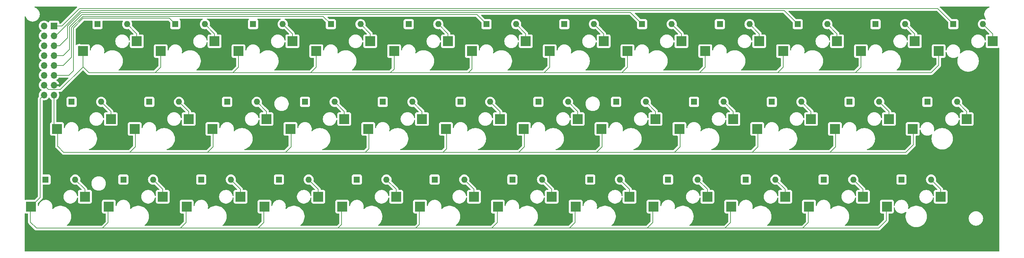
<source format=gbr>
%TF.GenerationSoftware,KiCad,Pcbnew,8.0.6*%
%TF.CreationDate,2026-02-10T22:10:33+01:00*%
%TF.ProjectId,keyboard,6b657962-6f61-4726-942e-6b696361645f,rev?*%
%TF.SameCoordinates,Original*%
%TF.FileFunction,Copper,L2,Bot*%
%TF.FilePolarity,Positive*%
%FSLAX46Y46*%
G04 Gerber Fmt 4.6, Leading zero omitted, Abs format (unit mm)*
G04 Created by KiCad (PCBNEW 8.0.6) date 2026-02-10 22:10:33*
%MOMM*%
%LPD*%
G01*
G04 APERTURE LIST*
%TA.AperFunction,ComponentPad*%
%ADD10R,1.600000X1.600000*%
%TD*%
%TA.AperFunction,ComponentPad*%
%ADD11O,1.600000X1.600000*%
%TD*%
%TA.AperFunction,SMDPad,CuDef*%
%ADD12R,2.550000X2.500000*%
%TD*%
%TA.AperFunction,ComponentPad*%
%ADD13R,1.700000X1.700000*%
%TD*%
%TA.AperFunction,ComponentPad*%
%ADD14O,1.700000X1.700000*%
%TD*%
%TA.AperFunction,ViaPad*%
%ADD15C,0.600000*%
%TD*%
%TA.AperFunction,Conductor*%
%ADD16C,0.200000*%
%TD*%
G04 APERTURE END LIST*
D10*
%TO.P,D27,1,K*%
%TO.N,OUT_3*%
X73356667Y-75000000D03*
D11*
%TO.P,D27,2,A*%
%TO.N,Net-(D27-A)*%
X80976667Y-75000000D03*
%TD*%
D10*
%TO.P,D32,1,K*%
%TO.N,OUT_8*%
X173356667Y-75000000D03*
D11*
%TO.P,D32,2,A*%
%TO.N,Net-(D32-A)*%
X180976667Y-75000000D03*
%TD*%
D12*
%TO.P,SW6,1,1*%
%TO.N,IN_1*%
X142940000Y-41960000D03*
%TO.P,SW6,2,2*%
%TO.N,Net-(D6-A)*%
X156790000Y-39420000D03*
%TD*%
D10*
%TO.P,D10,1,K*%
%TO.N,OUT_10*%
X226690000Y-35000000D03*
D11*
%TO.P,D10,2,A*%
%TO.N,Net-(D10-A)*%
X234310000Y-35000000D03*
%TD*%
D10*
%TO.P,D26,1,K*%
%TO.N,OUT_2*%
X53356667Y-75000000D03*
D11*
%TO.P,D26,2,A*%
%TO.N,Net-(D26-A)*%
X60976667Y-75000000D03*
%TD*%
D12*
%TO.P,SW29,1,1*%
%TO.N,IN_3*%
X109606667Y-81960000D03*
%TO.P,SW29,2,2*%
%TO.N,Net-(D29-A)*%
X123456667Y-79420000D03*
%TD*%
%TO.P,SW35,1,1*%
%TO.N,IN_3*%
X229606667Y-81960000D03*
%TO.P,SW35,2,2*%
%TO.N,Net-(D35-A)*%
X243456667Y-79420000D03*
%TD*%
D10*
%TO.P,D22,1,K*%
%TO.N,OUT_10*%
X220023333Y-55000000D03*
D11*
%TO.P,D22,2,A*%
%TO.N,Net-(D22-A)*%
X227643333Y-55000000D03*
%TD*%
D12*
%TO.P,SW4,1,1*%
%TO.N,IN_1*%
X102940000Y-41960000D03*
%TO.P,SW4,2,2*%
%TO.N,Net-(D4-A)*%
X116790000Y-39420000D03*
%TD*%
%TO.P,SW13,1,1*%
%TO.N,IN_2*%
X36273333Y-61960000D03*
%TO.P,SW13,2,2*%
%TO.N,Net-(D13-A)*%
X50123333Y-59420000D03*
%TD*%
%TO.P,SW1,1,1*%
%TO.N,IN_1*%
X42940000Y-41960000D03*
%TO.P,SW1,2,2*%
%TO.N,Net-(D1-A)*%
X56790000Y-39420000D03*
%TD*%
%TO.P,SW20,1,1*%
%TO.N,IN_2*%
X176273333Y-61960000D03*
%TO.P,SW20,2,2*%
%TO.N,Net-(D20-A)*%
X190123333Y-59420000D03*
%TD*%
D10*
%TO.P,D13,1,K*%
%TO.N,OUT_1*%
X40023333Y-55000000D03*
D11*
%TO.P,D13,2,A*%
%TO.N,Net-(D13-A)*%
X47643333Y-55000000D03*
%TD*%
D10*
%TO.P,D17,1,K*%
%TO.N,OUT_5*%
X120023333Y-55000000D03*
D11*
%TO.P,D17,2,A*%
%TO.N,Net-(D17-A)*%
X127643333Y-55000000D03*
%TD*%
D10*
%TO.P,D15,1,K*%
%TO.N,OUT_3*%
X80023333Y-55000000D03*
D11*
%TO.P,D15,2,A*%
%TO.N,Net-(D15-A)*%
X87643333Y-55000000D03*
%TD*%
D10*
%TO.P,D3,1,K*%
%TO.N,OUT_3*%
X86690000Y-35000000D03*
D11*
%TO.P,D3,2,A*%
%TO.N,Net-(D3-A)*%
X94310000Y-35000000D03*
%TD*%
D12*
%TO.P,SW5,1,1*%
%TO.N,IN_1*%
X122940000Y-41960000D03*
%TO.P,SW5,2,2*%
%TO.N,Net-(D5-A)*%
X136790000Y-39420000D03*
%TD*%
%TO.P,SW36,1,1*%
%TO.N,IN_3*%
X249606667Y-81960000D03*
%TO.P,SW36,2,2*%
%TO.N,Net-(D36-A)*%
X263456667Y-79420000D03*
%TD*%
D10*
%TO.P,D21,1,K*%
%TO.N,OUT_9*%
X200023333Y-55000000D03*
D11*
%TO.P,D21,2,A*%
%TO.N,Net-(D21-A)*%
X207643333Y-55000000D03*
%TD*%
D12*
%TO.P,SW12,1,1*%
%TO.N,IN_1*%
X262940000Y-41960000D03*
%TO.P,SW12,2,2*%
%TO.N,Net-(D12-A)*%
X276790000Y-39420000D03*
%TD*%
%TO.P,SW3,1,1*%
%TO.N,IN_1*%
X82940000Y-41960000D03*
%TO.P,SW3,2,2*%
%TO.N,Net-(D3-A)*%
X96790000Y-39420000D03*
%TD*%
%TO.P,SW23,1,1*%
%TO.N,IN_2*%
X236273333Y-61960000D03*
%TO.P,SW23,2,2*%
%TO.N,Net-(D23-A)*%
X250123333Y-59420000D03*
%TD*%
D10*
%TO.P,D9,1,K*%
%TO.N,OUT_9*%
X206690000Y-35000000D03*
D11*
%TO.P,D9,2,A*%
%TO.N,Net-(D9-A)*%
X214310000Y-35000000D03*
%TD*%
D12*
%TO.P,SW17,1,1*%
%TO.N,IN_2*%
X116273333Y-61960000D03*
%TO.P,SW17,2,2*%
%TO.N,Net-(D17-A)*%
X130123333Y-59420000D03*
%TD*%
D10*
%TO.P,D12,1,K*%
%TO.N,OUT_12*%
X266690000Y-35000000D03*
D11*
%TO.P,D12,2,A*%
%TO.N,Net-(D12-A)*%
X274310000Y-35000000D03*
%TD*%
D10*
%TO.P,D28,1,K*%
%TO.N,OUT_4*%
X93356667Y-75000000D03*
D11*
%TO.P,D28,2,A*%
%TO.N,Net-(D28-A)*%
X100976667Y-75000000D03*
%TD*%
D12*
%TO.P,SW33,1,1*%
%TO.N,IN_3*%
X189606667Y-81960000D03*
%TO.P,SW33,2,2*%
%TO.N,Net-(D33-A)*%
X203456667Y-79420000D03*
%TD*%
D10*
%TO.P,D1,1,K*%
%TO.N,OUT_1*%
X46690000Y-35000000D03*
D11*
%TO.P,D1,2,A*%
%TO.N,Net-(D1-A)*%
X54310000Y-35000000D03*
%TD*%
D12*
%TO.P,SW18,1,1*%
%TO.N,IN_2*%
X136273333Y-61960000D03*
%TO.P,SW18,2,2*%
%TO.N,Net-(D18-A)*%
X150123333Y-59420000D03*
%TD*%
D10*
%TO.P,D31,1,K*%
%TO.N,OUT_7*%
X153356667Y-75000000D03*
D11*
%TO.P,D31,2,A*%
%TO.N,Net-(D31-A)*%
X160976667Y-75000000D03*
%TD*%
D10*
%TO.P,D33,1,K*%
%TO.N,OUT_9*%
X193356667Y-75000000D03*
D11*
%TO.P,D33,2,A*%
%TO.N,Net-(D33-A)*%
X200976667Y-75000000D03*
%TD*%
D10*
%TO.P,D16,1,K*%
%TO.N,OUT_4*%
X100023333Y-55000000D03*
D11*
%TO.P,D16,2,A*%
%TO.N,Net-(D16-A)*%
X107643333Y-55000000D03*
%TD*%
D10*
%TO.P,D5,1,K*%
%TO.N,OUT_5*%
X126690000Y-35000000D03*
D11*
%TO.P,D5,2,A*%
%TO.N,Net-(D5-A)*%
X134310000Y-35000000D03*
%TD*%
D12*
%TO.P,SW34,1,1*%
%TO.N,IN_3*%
X209606667Y-81960000D03*
%TO.P,SW34,2,2*%
%TO.N,Net-(D34-A)*%
X223456667Y-79420000D03*
%TD*%
%TO.P,SW26,1,1*%
%TO.N,IN_3*%
X49606667Y-81960000D03*
%TO.P,SW26,2,2*%
%TO.N,Net-(D26-A)*%
X63456667Y-79420000D03*
%TD*%
D10*
%TO.P,D20,1,K*%
%TO.N,OUT_8*%
X180023333Y-55000000D03*
D11*
%TO.P,D20,2,A*%
%TO.N,Net-(D20-A)*%
X187643333Y-55000000D03*
%TD*%
D12*
%TO.P,SW24,1,1*%
%TO.N,IN_2*%
X256273333Y-61960000D03*
%TO.P,SW24,2,2*%
%TO.N,Net-(D24-A)*%
X270123333Y-59420000D03*
%TD*%
%TO.P,SW21,1,1*%
%TO.N,IN_2*%
X196273333Y-61960000D03*
%TO.P,SW21,2,2*%
%TO.N,Net-(D21-A)*%
X210123333Y-59420000D03*
%TD*%
%TO.P,SW11,1,1*%
%TO.N,IN_1*%
X242940000Y-41960000D03*
%TO.P,SW11,2,2*%
%TO.N,Net-(D11-A)*%
X256790000Y-39420000D03*
%TD*%
D10*
%TO.P,D25,1,K*%
%TO.N,OUT_1*%
X33356667Y-75000000D03*
D11*
%TO.P,D25,2,A*%
%TO.N,Net-(D25-A)*%
X40976667Y-75000000D03*
%TD*%
D12*
%TO.P,SW27,1,1*%
%TO.N,IN_3*%
X69606667Y-81960000D03*
%TO.P,SW27,2,2*%
%TO.N,Net-(D27-A)*%
X83456667Y-79420000D03*
%TD*%
D10*
%TO.P,D8,1,K*%
%TO.N,OUT_8*%
X186690000Y-35000000D03*
D11*
%TO.P,D8,2,A*%
%TO.N,Net-(D8-A)*%
X194310000Y-35000000D03*
%TD*%
D10*
%TO.P,D18,1,K*%
%TO.N,OUT_6*%
X140023333Y-55000000D03*
D11*
%TO.P,D18,2,A*%
%TO.N,Net-(D18-A)*%
X147643333Y-55000000D03*
%TD*%
D12*
%TO.P,SW2,1,1*%
%TO.N,IN_1*%
X62940000Y-41960000D03*
%TO.P,SW2,2,2*%
%TO.N,Net-(D2-A)*%
X76790000Y-39420000D03*
%TD*%
%TO.P,SW10,1,1*%
%TO.N,IN_1*%
X222940000Y-41960000D03*
%TO.P,SW10,2,2*%
%TO.N,Net-(D10-A)*%
X236790000Y-39420000D03*
%TD*%
%TO.P,SW28,1,1*%
%TO.N,IN_3*%
X89606667Y-81960000D03*
%TO.P,SW28,2,2*%
%TO.N,Net-(D28-A)*%
X103456667Y-79420000D03*
%TD*%
%TO.P,SW32,1,1*%
%TO.N,IN_3*%
X169606667Y-81960000D03*
%TO.P,SW32,2,2*%
%TO.N,Net-(D32-A)*%
X183456667Y-79420000D03*
%TD*%
%TO.P,SW19,1,1*%
%TO.N,IN_2*%
X156273333Y-61960000D03*
%TO.P,SW19,2,2*%
%TO.N,Net-(D19-A)*%
X170123333Y-59420000D03*
%TD*%
D10*
%TO.P,D11,1,K*%
%TO.N,OUT_11*%
X246690000Y-35000000D03*
D11*
%TO.P,D11,2,A*%
%TO.N,Net-(D11-A)*%
X254310000Y-35000000D03*
%TD*%
D10*
%TO.P,D4,1,K*%
%TO.N,OUT_4*%
X106690000Y-35000000D03*
D11*
%TO.P,D4,2,A*%
%TO.N,Net-(D4-A)*%
X114310000Y-35000000D03*
%TD*%
D10*
%TO.P,D24,1,K*%
%TO.N,OUT_12*%
X260023333Y-55000000D03*
D11*
%TO.P,D24,2,A*%
%TO.N,Net-(D24-A)*%
X267643333Y-55000000D03*
%TD*%
D12*
%TO.P,SW31,1,1*%
%TO.N,IN_3*%
X149606667Y-81960000D03*
%TO.P,SW31,2,2*%
%TO.N,Net-(D31-A)*%
X163456667Y-79420000D03*
%TD*%
%TO.P,SW30,1,1*%
%TO.N,IN_3*%
X129606667Y-81960000D03*
%TO.P,SW30,2,2*%
%TO.N,Net-(D30-A)*%
X143456667Y-79420000D03*
%TD*%
D10*
%TO.P,D23,1,K*%
%TO.N,OUT_11*%
X240023333Y-55000000D03*
D11*
%TO.P,D23,2,A*%
%TO.N,Net-(D23-A)*%
X247643333Y-55000000D03*
%TD*%
D10*
%TO.P,D36,1,K*%
%TO.N,OUT_12*%
X253356667Y-75000000D03*
D11*
%TO.P,D36,2,A*%
%TO.N,Net-(D36-A)*%
X260976667Y-75000000D03*
%TD*%
D12*
%TO.P,SW22,1,1*%
%TO.N,IN_2*%
X216273333Y-61960000D03*
%TO.P,SW22,2,2*%
%TO.N,Net-(D22-A)*%
X230123333Y-59420000D03*
%TD*%
%TO.P,SW8,1,1*%
%TO.N,IN_1*%
X182940000Y-41960000D03*
%TO.P,SW8,2,2*%
%TO.N,Net-(D8-A)*%
X196790000Y-39420000D03*
%TD*%
%TO.P,SW7,1,1*%
%TO.N,IN_1*%
X162940000Y-41960000D03*
%TO.P,SW7,2,2*%
%TO.N,Net-(D7-A)*%
X176790000Y-39420000D03*
%TD*%
D10*
%TO.P,D19,1,K*%
%TO.N,OUT_7*%
X160023333Y-55000000D03*
D11*
%TO.P,D19,2,A*%
%TO.N,Net-(D19-A)*%
X167643333Y-55000000D03*
%TD*%
D12*
%TO.P,SW16,1,1*%
%TO.N,IN_2*%
X96273333Y-61960000D03*
%TO.P,SW16,2,2*%
%TO.N,Net-(D16-A)*%
X110123333Y-59420000D03*
%TD*%
%TO.P,SW25,1,1*%
%TO.N,IN_3*%
X29606667Y-81960000D03*
%TO.P,SW25,2,2*%
%TO.N,Net-(D25-A)*%
X43456667Y-79420000D03*
%TD*%
D10*
%TO.P,D29,1,K*%
%TO.N,OUT_5*%
X113356667Y-75000000D03*
D11*
%TO.P,D29,2,A*%
%TO.N,Net-(D29-A)*%
X120976667Y-75000000D03*
%TD*%
D10*
%TO.P,D30,1,K*%
%TO.N,OUT_6*%
X133356667Y-75000000D03*
D11*
%TO.P,D30,2,A*%
%TO.N,Net-(D30-A)*%
X140976667Y-75000000D03*
%TD*%
D10*
%TO.P,D6,1,K*%
%TO.N,OUT_6*%
X146690000Y-35000000D03*
D11*
%TO.P,D6,2,A*%
%TO.N,Net-(D6-A)*%
X154310000Y-35000000D03*
%TD*%
D10*
%TO.P,D14,1,K*%
%TO.N,OUT_2*%
X60023333Y-55000000D03*
D11*
%TO.P,D14,2,A*%
%TO.N,Net-(D14-A)*%
X67643333Y-55000000D03*
%TD*%
D10*
%TO.P,D2,1,K*%
%TO.N,OUT_2*%
X66690000Y-35000000D03*
D11*
%TO.P,D2,2,A*%
%TO.N,Net-(D2-A)*%
X74310000Y-35000000D03*
%TD*%
D12*
%TO.P,SW9,1,1*%
%TO.N,IN_1*%
X202940000Y-41960000D03*
%TO.P,SW9,2,2*%
%TO.N,Net-(D9-A)*%
X216790000Y-39420000D03*
%TD*%
D10*
%TO.P,D35,1,K*%
%TO.N,OUT_11*%
X233356667Y-75000000D03*
D11*
%TO.P,D35,2,A*%
%TO.N,Net-(D35-A)*%
X240976667Y-75000000D03*
%TD*%
D10*
%TO.P,D7,1,K*%
%TO.N,OUT_7*%
X166690000Y-35000000D03*
D11*
%TO.P,D7,2,A*%
%TO.N,Net-(D7-A)*%
X174310000Y-35000000D03*
%TD*%
D10*
%TO.P,D34,1,K*%
%TO.N,OUT_10*%
X213356667Y-75000000D03*
D11*
%TO.P,D34,2,A*%
%TO.N,Net-(D34-A)*%
X220976667Y-75000000D03*
%TD*%
D12*
%TO.P,SW14,1,1*%
%TO.N,IN_2*%
X56273333Y-61960000D03*
%TO.P,SW14,2,2*%
%TO.N,Net-(D14-A)*%
X70123333Y-59420000D03*
%TD*%
%TO.P,SW15,1,1*%
%TO.N,IN_2*%
X76273333Y-61960000D03*
%TO.P,SW15,2,2*%
%TO.N,Net-(D15-A)*%
X90123333Y-59420000D03*
%TD*%
D13*
%TO.P,J1,1,Pin_1*%
%TO.N,OUT_12*%
X35500000Y-35460000D03*
D14*
%TO.P,J1,2,Pin_2*%
%TO.N,OUT_11*%
X32960000Y-35460000D03*
%TO.P,J1,3,Pin_3*%
%TO.N,OUT_10*%
X35500000Y-38000000D03*
%TO.P,J1,4,Pin_4*%
%TO.N,OUT_9*%
X32960000Y-38000000D03*
%TO.P,J1,5,Pin_5*%
%TO.N,OUT_8*%
X35500000Y-40540000D03*
%TO.P,J1,6,Pin_6*%
%TO.N,OUT_7*%
X32960000Y-40540000D03*
%TO.P,J1,7,Pin_7*%
%TO.N,OUT_6*%
X35500000Y-43080000D03*
%TO.P,J1,8,Pin_8*%
%TO.N,OUT_5*%
X32960000Y-43080000D03*
%TO.P,J1,9,Pin_9*%
%TO.N,OUT_4*%
X35500000Y-45620000D03*
%TO.P,J1,10,Pin_10*%
%TO.N,OUT_3*%
X32960000Y-45620000D03*
%TO.P,J1,11,Pin_11*%
%TO.N,OUT_2*%
X35500000Y-48160000D03*
%TO.P,J1,12,Pin_12*%
%TO.N,OUT_1*%
X32960000Y-48160000D03*
%TO.P,J1,13,Pin_13*%
%TO.N,GND*%
X35500000Y-50700000D03*
%TO.P,J1,14,Pin_14*%
%TO.N,IN_1*%
X32960000Y-50700000D03*
%TO.P,J1,15,Pin_15*%
%TO.N,IN_2*%
X35500000Y-53240000D03*
%TO.P,J1,16,Pin_16*%
%TO.N,IN_3*%
X32960000Y-53240000D03*
%TD*%
D15*
%TO.N,GND*%
X38000000Y-53000000D03*
X47000000Y-91500000D03*
X38500000Y-32500000D03*
%TD*%
D16*
%TO.N,IN_1*%
X42940000Y-41960000D02*
X42940000Y-46060000D01*
X42940000Y-46060000D02*
X37150000Y-51850000D01*
X37150000Y-51850000D02*
X34110000Y-51850000D01*
X34110000Y-51850000D02*
X32960000Y-50700000D01*
%TO.N,Net-(D1-A)*%
X56790000Y-39420000D02*
X56790000Y-37480000D01*
X56790000Y-37480000D02*
X54310000Y-35000000D01*
%TO.N,OUT_2*%
X43000000Y-33500000D02*
X65190000Y-33500000D01*
X40500000Y-47000000D02*
X40500000Y-36000000D01*
X40500000Y-36000000D02*
X43000000Y-33500000D01*
X35500000Y-48160000D02*
X39340000Y-48160000D01*
X65190000Y-33500000D02*
X66690000Y-35000000D01*
X39340000Y-48160000D02*
X40500000Y-47000000D01*
%TO.N,Net-(D2-A)*%
X76790000Y-39420000D02*
X76790000Y-37480000D01*
X76790000Y-37480000D02*
X74310000Y-35000000D01*
%TO.N,Net-(D3-A)*%
X96790000Y-39420000D02*
X96790000Y-37480000D01*
X96790000Y-37480000D02*
X94310000Y-35000000D01*
%TO.N,Net-(D4-A)*%
X116790000Y-39420000D02*
X116790000Y-37480000D01*
X116790000Y-37480000D02*
X114310000Y-35000000D01*
%TO.N,OUT_4*%
X104690000Y-33000000D02*
X106690000Y-35000000D01*
X42934314Y-33000000D02*
X104690000Y-33000000D01*
X35500000Y-45620000D02*
X37880000Y-45620000D01*
X40000000Y-43500000D02*
X40000000Y-35934314D01*
X37880000Y-45620000D02*
X40000000Y-43500000D01*
X40000000Y-35934314D02*
X42934314Y-33000000D01*
%TO.N,Net-(D5-A)*%
X136790000Y-39420000D02*
X136790000Y-37480000D01*
X136790000Y-37480000D02*
X134310000Y-35000000D01*
%TO.N,IN_1*%
X102940000Y-46060000D02*
X101500000Y-47500000D01*
X122940000Y-41460000D02*
X122940000Y-46560000D01*
X82940000Y-41460000D02*
X82940000Y-46060000D01*
X182940000Y-46060000D02*
X181500000Y-47500000D01*
X62940000Y-41460000D02*
X62940000Y-46060000D01*
X162940000Y-46060000D02*
X161500000Y-47500000D01*
X43000000Y-46000000D02*
X44500000Y-47500000D01*
X42940000Y-41460000D02*
X42940000Y-45940000D01*
X202940000Y-46060000D02*
X201500000Y-47500000D01*
X102940000Y-41460000D02*
X102940000Y-46060000D01*
X42940000Y-45940000D02*
X43000000Y-46000000D01*
X65000000Y-47500000D02*
X261000000Y-47500000D01*
X42000000Y-40686667D02*
X42773333Y-41460000D01*
X242940000Y-41460000D02*
X242940000Y-46060000D01*
X202940000Y-41460000D02*
X202940000Y-46060000D01*
X261000000Y-47500000D02*
X262940000Y-45560000D01*
X162940000Y-41460000D02*
X162940000Y-46060000D01*
X44500000Y-47500000D02*
X65000000Y-47500000D01*
X122940000Y-46560000D02*
X122000000Y-47500000D01*
X242940000Y-46060000D02*
X241500000Y-47500000D01*
X82940000Y-46060000D02*
X81500000Y-47500000D01*
X222940000Y-46060000D02*
X221500000Y-47500000D01*
X61500000Y-47500000D02*
X65000000Y-47500000D01*
X182940000Y-41460000D02*
X182940000Y-46060000D01*
X142940000Y-46560000D02*
X142000000Y-47500000D01*
X262940000Y-45560000D02*
X262940000Y-41460000D01*
X142940000Y-41460000D02*
X142940000Y-46560000D01*
X62940000Y-46060000D02*
X61500000Y-47500000D01*
X222940000Y-41460000D02*
X222940000Y-46060000D01*
%TO.N,Net-(D6-A)*%
X156790000Y-37480000D02*
X154310000Y-35000000D01*
X156790000Y-39420000D02*
X156790000Y-37480000D01*
%TO.N,OUT_6*%
X39500000Y-41500000D02*
X39500000Y-35750000D01*
X37920000Y-43080000D02*
X39500000Y-41500000D01*
X39500000Y-35750000D02*
X42750000Y-32500000D01*
X35500000Y-43080000D02*
X37920000Y-43080000D01*
X42750000Y-32500000D02*
X144190000Y-32500000D01*
X144190000Y-32500000D02*
X146690000Y-35000000D01*
%TO.N,Net-(D7-A)*%
X176790000Y-39420000D02*
X176790000Y-37480000D01*
X176790000Y-37480000D02*
X174310000Y-35000000D01*
%TO.N,Net-(D9-A)*%
X216790000Y-37480000D02*
X214310000Y-35000000D01*
X216790000Y-39420000D02*
X216790000Y-37480000D01*
%TO.N,OUT_8*%
X39000000Y-35500000D02*
X42500000Y-32000000D01*
X36960000Y-40540000D02*
X39000000Y-38500000D01*
X42500000Y-32000000D02*
X183690000Y-32000000D01*
X39000000Y-38500000D02*
X39000000Y-35500000D01*
X35500000Y-40540000D02*
X36960000Y-40540000D01*
X183690000Y-32000000D02*
X186690000Y-35000000D01*
%TO.N,Net-(D10-A)*%
X236790000Y-37480000D02*
X234310000Y-35000000D01*
X236790000Y-39420000D02*
X236790000Y-37480000D01*
%TO.N,Net-(D11-A)*%
X256790000Y-37480000D02*
X254310000Y-35000000D01*
X256790000Y-39420000D02*
X256790000Y-37480000D01*
%TO.N,Net-(D8-A)*%
X196790000Y-37480000D02*
X194310000Y-35000000D01*
X196790000Y-39420000D02*
X196790000Y-37480000D01*
%TO.N,Net-(D12-A)*%
X276790000Y-37480000D02*
X274310000Y-35000000D01*
X276790000Y-39420000D02*
X276790000Y-37480000D01*
%TO.N,Net-(D13-A)*%
X50123333Y-59420000D02*
X50123333Y-57480000D01*
X50123333Y-57480000D02*
X47643333Y-55000000D01*
%TO.N,Net-(D14-A)*%
X70123333Y-57480000D02*
X67643333Y-55000000D01*
X70123333Y-59420000D02*
X70123333Y-57480000D01*
%TO.N,Net-(D15-A)*%
X90123333Y-57480000D02*
X87643333Y-55000000D01*
X90123333Y-59420000D02*
X90123333Y-57480000D01*
%TO.N,Net-(D16-A)*%
X110123333Y-59420000D02*
X110123333Y-57480000D01*
X110123333Y-57480000D02*
X107643333Y-55000000D01*
%TO.N,Net-(D17-A)*%
X130123333Y-59420000D02*
X130123333Y-57480000D01*
X130123333Y-57480000D02*
X127643333Y-55000000D01*
%TO.N,Net-(D18-A)*%
X150123333Y-59420000D02*
X150123333Y-57480000D01*
X150123333Y-57480000D02*
X147643333Y-55000000D01*
%TO.N,OUT_10*%
X223190000Y-31500000D02*
X226690000Y-35000000D01*
X42434314Y-31500000D02*
X223190000Y-31500000D01*
X35934314Y-38000000D02*
X42434314Y-31500000D01*
X35500000Y-38000000D02*
X35934314Y-38000000D01*
%TO.N,Net-(D21-A)*%
X210123333Y-59420000D02*
X210123333Y-57480000D01*
X210123333Y-57480000D02*
X207643333Y-55000000D01*
%TO.N,Net-(D22-A)*%
X230123333Y-57480000D02*
X227643333Y-55000000D01*
X230123333Y-59420000D02*
X230123333Y-57480000D01*
%TO.N,Net-(D23-A)*%
X250123333Y-59420000D02*
X250123333Y-57480000D01*
X250123333Y-57480000D02*
X247643333Y-55000000D01*
%TO.N,Net-(D24-A)*%
X270123333Y-57480000D02*
X267643333Y-55000000D01*
X270123333Y-59420000D02*
X270123333Y-57480000D01*
%TO.N,Net-(D25-A)*%
X43456667Y-79420000D02*
X43456667Y-77480000D01*
X43456667Y-77480000D02*
X40976667Y-75000000D01*
%TO.N,Net-(D26-A)*%
X63456667Y-77480000D02*
X60976667Y-75000000D01*
X63456667Y-79420000D02*
X63456667Y-77480000D01*
%TO.N,Net-(D27-A)*%
X83456667Y-77480000D02*
X80976667Y-75000000D01*
X83456667Y-79420000D02*
X83456667Y-77480000D01*
%TO.N,Net-(D28-A)*%
X103456667Y-79420000D02*
X103456667Y-77480000D01*
X103456667Y-77480000D02*
X100976667Y-75000000D01*
%TO.N,Net-(D29-A)*%
X123456667Y-79420000D02*
X123456667Y-77480000D01*
X123456667Y-77480000D02*
X120976667Y-75000000D01*
%TO.N,Net-(D30-A)*%
X143456667Y-79420000D02*
X143456667Y-77480000D01*
X143456667Y-77480000D02*
X140976667Y-75000000D01*
%TO.N,OUT_12*%
X262690000Y-31000000D02*
X266690000Y-35000000D01*
X42000000Y-31000000D02*
X262690000Y-31000000D01*
X37540000Y-35460000D02*
X42000000Y-31000000D01*
X35500000Y-35460000D02*
X37540000Y-35460000D01*
%TO.N,Net-(D19-A)*%
X170123333Y-57480000D02*
X167643333Y-55000000D01*
X170123333Y-59420000D02*
X170123333Y-57480000D01*
%TO.N,Net-(D33-A)*%
X203456667Y-77480000D02*
X200976667Y-75000000D01*
X203456667Y-79420000D02*
X203456667Y-77480000D01*
%TO.N,Net-(D34-A)*%
X223456667Y-77480000D02*
X220976667Y-75000000D01*
X223456667Y-79420000D02*
X223456667Y-77480000D01*
%TO.N,Net-(D35-A)*%
X243456667Y-79420000D02*
X243456667Y-77480000D01*
X243456667Y-77480000D02*
X240976667Y-75000000D01*
%TO.N,Net-(D36-A)*%
X263456667Y-77480000D02*
X260976667Y-75000000D01*
X263456667Y-79420000D02*
X263456667Y-77480000D01*
%TO.N,Net-(D20-A)*%
X190123333Y-59420000D02*
X190123333Y-57480000D01*
X190123333Y-57480000D02*
X187643333Y-55000000D01*
%TO.N,Net-(D31-A)*%
X163456667Y-77480000D02*
X160976667Y-75000000D01*
X163456667Y-79420000D02*
X163456667Y-77480000D01*
%TO.N,Net-(D32-A)*%
X183456667Y-79420000D02*
X183456667Y-77480000D01*
X183456667Y-77480000D02*
X180976667Y-75000000D01*
%TO.N,IN_3*%
X29440000Y-81460000D02*
X29440000Y-85940000D01*
X29440000Y-85940000D02*
X29500000Y-86000000D01*
X247500000Y-87500000D02*
X249440000Y-85560000D01*
X229440000Y-81460000D02*
X229440000Y-86060000D01*
X29500000Y-86000000D02*
X31000000Y-87500000D01*
X169440000Y-86060000D02*
X168000000Y-87500000D01*
X109440000Y-81460000D02*
X109440000Y-86560000D01*
X69440000Y-86060000D02*
X68000000Y-87500000D01*
X249440000Y-85560000D02*
X249440000Y-81460000D01*
X32000000Y-79566667D02*
X32000000Y-54200000D01*
X29606667Y-81960000D02*
X32000000Y-79566667D01*
X189440000Y-81460000D02*
X189440000Y-86060000D01*
X229440000Y-86060000D02*
X228000000Y-87500000D01*
X149440000Y-81460000D02*
X149440000Y-86060000D01*
X51500000Y-87500000D02*
X247500000Y-87500000D01*
X49440000Y-81460000D02*
X49440000Y-86060000D01*
X169440000Y-81460000D02*
X169440000Y-86060000D01*
X31000000Y-87500000D02*
X51500000Y-87500000D01*
X48000000Y-87500000D02*
X51500000Y-87500000D01*
X109440000Y-86560000D02*
X108500000Y-87500000D01*
X209440000Y-86060000D02*
X208000000Y-87500000D01*
X129440000Y-81460000D02*
X129440000Y-86560000D01*
X189440000Y-86060000D02*
X188000000Y-87500000D01*
X149440000Y-86060000D02*
X148000000Y-87500000D01*
X129440000Y-86560000D02*
X128500000Y-87500000D01*
X89440000Y-81460000D02*
X89440000Y-86060000D01*
X209440000Y-81460000D02*
X209440000Y-86060000D01*
X32000000Y-54200000D02*
X32960000Y-53240000D01*
X89440000Y-86060000D02*
X88000000Y-87500000D01*
X69440000Y-81460000D02*
X69440000Y-86060000D01*
X49440000Y-86060000D02*
X48000000Y-87500000D01*
%TO.N,IN_2*%
X35500000Y-61186667D02*
X36273333Y-61960000D01*
X36500000Y-66500000D02*
X38000000Y-68000000D01*
X156440000Y-66560000D02*
X155000000Y-68000000D01*
X176440000Y-66560000D02*
X175000000Y-68000000D01*
X156440000Y-61960000D02*
X156440000Y-66560000D01*
X216440000Y-61960000D02*
X216440000Y-66560000D01*
X76440000Y-66560000D02*
X75000000Y-68000000D01*
X116440000Y-67060000D02*
X115500000Y-68000000D01*
X36440000Y-66440000D02*
X36500000Y-66500000D01*
X36440000Y-61960000D02*
X36440000Y-66440000D01*
X76440000Y-61960000D02*
X76440000Y-66560000D01*
X236440000Y-61960000D02*
X236440000Y-66560000D01*
X216440000Y-66560000D02*
X215000000Y-68000000D01*
X136440000Y-61960000D02*
X136440000Y-67060000D01*
X55000000Y-68000000D02*
X58500000Y-68000000D01*
X136440000Y-67060000D02*
X135500000Y-68000000D01*
X236440000Y-66560000D02*
X235000000Y-68000000D01*
X96440000Y-66560000D02*
X95000000Y-68000000D01*
X56440000Y-66560000D02*
X55000000Y-68000000D01*
X116440000Y-61960000D02*
X116440000Y-67060000D01*
X196440000Y-66560000D02*
X195000000Y-68000000D01*
X196440000Y-61960000D02*
X196440000Y-66560000D01*
X35500000Y-53240000D02*
X35500000Y-61186667D01*
X176440000Y-61960000D02*
X176440000Y-66560000D01*
X58500000Y-68000000D02*
X254500000Y-68000000D01*
X254500000Y-68000000D02*
X256440000Y-66060000D01*
X256440000Y-66060000D02*
X256440000Y-61960000D01*
X56440000Y-61960000D02*
X56440000Y-66560000D01*
X96440000Y-61960000D02*
X96440000Y-66560000D01*
X38000000Y-68000000D02*
X58500000Y-68000000D01*
%TD*%
%TA.AperFunction,Conductor*%
%TO.N,GND*%
G36*
X275937619Y-30520185D02*
G01*
X275983374Y-30572989D01*
X275993318Y-30642147D01*
X275964293Y-30705703D01*
X275907572Y-30742154D01*
X275907738Y-30742643D01*
X275905777Y-30743308D01*
X275905515Y-30743477D01*
X275904161Y-30743856D01*
X275903901Y-30743945D01*
X275679794Y-30836773D01*
X275679785Y-30836777D01*
X275469706Y-30958067D01*
X275277263Y-31105733D01*
X275277256Y-31105739D01*
X275105739Y-31277256D01*
X275105733Y-31277263D01*
X274958067Y-31469706D01*
X274836777Y-31679785D01*
X274836773Y-31679794D01*
X274743947Y-31903895D01*
X274681161Y-32138214D01*
X274649500Y-32378711D01*
X274649500Y-32621288D01*
X274681161Y-32861785D01*
X274743947Y-33096104D01*
X274833449Y-33312181D01*
X274836776Y-33320212D01*
X274958064Y-33530289D01*
X274958066Y-33530292D01*
X274958067Y-33530293D01*
X275052202Y-33652973D01*
X275077396Y-33718142D01*
X275063357Y-33786587D01*
X275014543Y-33836576D01*
X274946452Y-33852240D01*
X274901421Y-33840841D01*
X274880920Y-33831281D01*
X274756496Y-33773261D01*
X274756492Y-33773260D01*
X274756488Y-33773258D01*
X274536697Y-33714366D01*
X274536693Y-33714365D01*
X274536692Y-33714365D01*
X274536691Y-33714364D01*
X274536686Y-33714364D01*
X274310002Y-33694532D01*
X274309998Y-33694532D01*
X274083313Y-33714364D01*
X274083302Y-33714366D01*
X273863511Y-33773258D01*
X273863502Y-33773261D01*
X273657267Y-33869431D01*
X273657265Y-33869432D01*
X273470858Y-33999954D01*
X273309954Y-34160858D01*
X273179432Y-34347265D01*
X273179431Y-34347267D01*
X273083261Y-34553502D01*
X273083258Y-34553511D01*
X273024366Y-34773302D01*
X273024364Y-34773313D01*
X273004532Y-34999998D01*
X273004532Y-35000001D01*
X273024364Y-35226686D01*
X273024366Y-35226697D01*
X273083258Y-35446488D01*
X273083261Y-35446497D01*
X273179431Y-35652732D01*
X273179432Y-35652734D01*
X273309954Y-35839141D01*
X273470858Y-36000045D01*
X273470861Y-36000047D01*
X273657266Y-36130568D01*
X273863504Y-36226739D01*
X274083308Y-36285635D01*
X274245230Y-36299801D01*
X274309998Y-36305468D01*
X274310000Y-36305468D01*
X274310002Y-36305468D01*
X274371391Y-36300097D01*
X274536692Y-36285635D01*
X274632932Y-36259847D01*
X274702781Y-36261510D01*
X274752706Y-36291941D01*
X275918583Y-37457819D01*
X275952068Y-37519142D01*
X275947084Y-37588834D01*
X275905212Y-37644767D01*
X275839748Y-37669184D01*
X275830902Y-37669500D01*
X275467130Y-37669500D01*
X275467123Y-37669501D01*
X275407516Y-37675908D01*
X275272671Y-37726202D01*
X275272664Y-37726206D01*
X275157455Y-37812452D01*
X275157452Y-37812455D01*
X275071206Y-37927664D01*
X275071202Y-37927671D01*
X275020908Y-38062517D01*
X275014501Y-38122116D01*
X275014501Y-38122123D01*
X275014500Y-38122135D01*
X275014500Y-39114848D01*
X274994815Y-39181887D01*
X274942011Y-39227642D01*
X274872853Y-39237586D01*
X274809297Y-39208561D01*
X274771523Y-39149783D01*
X274767561Y-39131033D01*
X274765430Y-39114848D01*
X274760548Y-39077762D01*
X274701158Y-38856113D01*
X274627311Y-38677830D01*
X274613349Y-38644123D01*
X274613346Y-38644117D01*
X274613344Y-38644112D01*
X274498611Y-38445388D01*
X274498608Y-38445385D01*
X274498607Y-38445382D01*
X274358918Y-38263338D01*
X274358911Y-38263330D01*
X274196670Y-38101089D01*
X274196661Y-38101081D01*
X274014617Y-37961392D01*
X273966637Y-37933691D01*
X273815888Y-37846656D01*
X273815876Y-37846650D01*
X273603887Y-37758842D01*
X273382238Y-37699452D01*
X273344215Y-37694446D01*
X273154741Y-37669500D01*
X273154734Y-37669500D01*
X272925266Y-37669500D01*
X272925258Y-37669500D01*
X272708715Y-37698009D01*
X272697762Y-37699452D01*
X272604076Y-37724554D01*
X272476112Y-37758842D01*
X272264123Y-37846650D01*
X272264109Y-37846657D01*
X272065382Y-37961392D01*
X271883338Y-38101081D01*
X271721081Y-38263338D01*
X271581392Y-38445382D01*
X271466657Y-38644109D01*
X271466650Y-38644123D01*
X271378842Y-38856112D01*
X271374745Y-38871402D01*
X271329974Y-39038495D01*
X271319453Y-39077759D01*
X271319451Y-39077770D01*
X271289500Y-39305258D01*
X271289500Y-39534741D01*
X271312054Y-39706043D01*
X271319452Y-39762238D01*
X271366949Y-39939500D01*
X271378842Y-39983887D01*
X271466650Y-40195876D01*
X271466657Y-40195890D01*
X271581392Y-40394617D01*
X271721081Y-40576661D01*
X271721089Y-40576670D01*
X271883330Y-40738911D01*
X271883338Y-40738918D01*
X272065382Y-40878607D01*
X272065385Y-40878608D01*
X272065388Y-40878611D01*
X272264112Y-40993344D01*
X272264117Y-40993346D01*
X272264123Y-40993349D01*
X272329718Y-41020519D01*
X272476113Y-41081158D01*
X272697762Y-41140548D01*
X272914312Y-41169057D01*
X272925250Y-41170498D01*
X272925266Y-41170500D01*
X272925273Y-41170500D01*
X273154727Y-41170500D01*
X273154734Y-41170500D01*
X273382238Y-41140548D01*
X273603887Y-41081158D01*
X273815888Y-40993344D01*
X274014612Y-40878611D01*
X274196661Y-40738919D01*
X274196665Y-40738914D01*
X274196670Y-40738911D01*
X274358911Y-40576670D01*
X274358914Y-40576665D01*
X274358919Y-40576661D01*
X274498611Y-40394612D01*
X274613344Y-40195888D01*
X274701158Y-39983887D01*
X274760548Y-39762238D01*
X274767561Y-39708964D01*
X274795827Y-39645069D01*
X274854151Y-39606597D01*
X274924016Y-39605765D01*
X274983239Y-39642837D01*
X275013019Y-39706043D01*
X275014500Y-39725150D01*
X275014500Y-40717870D01*
X275014501Y-40717876D01*
X275020908Y-40777483D01*
X275071202Y-40912328D01*
X275071206Y-40912335D01*
X275157452Y-41027544D01*
X275157455Y-41027547D01*
X275272664Y-41113793D01*
X275272671Y-41113797D01*
X275407517Y-41164091D01*
X275407516Y-41164091D01*
X275414444Y-41164835D01*
X275467127Y-41170500D01*
X278112872Y-41170499D01*
X278172483Y-41164091D01*
X278307331Y-41113796D01*
X278307334Y-41113793D01*
X278315114Y-41109546D01*
X278316776Y-41112590D01*
X278366584Y-41093981D01*
X278434865Y-41108794D01*
X278484298Y-41158171D01*
X278499500Y-41217660D01*
X278499500Y-93375500D01*
X278479815Y-93442539D01*
X278427011Y-93488294D01*
X278375500Y-93499500D01*
X28124500Y-93499500D01*
X28057461Y-93479815D01*
X28011706Y-93427011D01*
X28000500Y-93375500D01*
X28000500Y-83799255D01*
X28020185Y-83732216D01*
X28072989Y-83686461D01*
X28142147Y-83676517D01*
X28167826Y-83683071D01*
X28224184Y-83704091D01*
X28283794Y-83710500D01*
X28715500Y-83710499D01*
X28782539Y-83730183D01*
X28828294Y-83782987D01*
X28839500Y-83834499D01*
X28839500Y-85853330D01*
X28839499Y-85853348D01*
X28839499Y-86019054D01*
X28839498Y-86019054D01*
X28842510Y-86030293D01*
X28880423Y-86171785D01*
X28880424Y-86171786D01*
X28891680Y-86191284D01*
X28891681Y-86191285D01*
X28959475Y-86308709D01*
X28959481Y-86308717D01*
X29078349Y-86427585D01*
X29078355Y-86427590D01*
X30515139Y-87864374D01*
X30515149Y-87864385D01*
X30519479Y-87868715D01*
X30519480Y-87868716D01*
X30631284Y-87980520D01*
X30631286Y-87980521D01*
X30631290Y-87980524D01*
X30768209Y-88059573D01*
X30768216Y-88059577D01*
X30880019Y-88089534D01*
X30920942Y-88100500D01*
X30920943Y-88100500D01*
X47913331Y-88100500D01*
X47913347Y-88100501D01*
X47920943Y-88100501D01*
X48086653Y-88100501D01*
X48086669Y-88100500D01*
X51420943Y-88100500D01*
X67913331Y-88100500D01*
X67913347Y-88100501D01*
X67920943Y-88100501D01*
X68086653Y-88100501D01*
X68086669Y-88100500D01*
X87913331Y-88100500D01*
X87913347Y-88100501D01*
X87920943Y-88100501D01*
X88086653Y-88100501D01*
X88086669Y-88100500D01*
X108413331Y-88100500D01*
X108413347Y-88100501D01*
X108420943Y-88100501D01*
X108586653Y-88100501D01*
X108586669Y-88100500D01*
X128413331Y-88100500D01*
X128413347Y-88100501D01*
X128420943Y-88100501D01*
X128586653Y-88100501D01*
X128586669Y-88100500D01*
X147913331Y-88100500D01*
X147913347Y-88100501D01*
X147920943Y-88100501D01*
X148086653Y-88100501D01*
X148086669Y-88100500D01*
X167913331Y-88100500D01*
X167913347Y-88100501D01*
X167920943Y-88100501D01*
X168086653Y-88100501D01*
X168086669Y-88100500D01*
X187913331Y-88100500D01*
X187913347Y-88100501D01*
X187920943Y-88100501D01*
X188086653Y-88100501D01*
X188086669Y-88100500D01*
X207913331Y-88100500D01*
X207913347Y-88100501D01*
X207920943Y-88100501D01*
X208086653Y-88100501D01*
X208086669Y-88100500D01*
X227913331Y-88100500D01*
X227913347Y-88100501D01*
X227920943Y-88100501D01*
X228086653Y-88100501D01*
X228086669Y-88100500D01*
X247413331Y-88100500D01*
X247413347Y-88100501D01*
X247420943Y-88100501D01*
X247579054Y-88100501D01*
X247579057Y-88100501D01*
X247731785Y-88059577D01*
X247781904Y-88030639D01*
X247868716Y-87980520D01*
X247980520Y-87868716D01*
X247980520Y-87868714D01*
X247990728Y-87858507D01*
X247990730Y-87858504D01*
X249798506Y-86050728D01*
X249798511Y-86050724D01*
X249808714Y-86040520D01*
X249808716Y-86040520D01*
X249920520Y-85928716D01*
X249983164Y-85820212D01*
X249999577Y-85791785D01*
X250040500Y-85639058D01*
X250040500Y-85480943D01*
X250040500Y-83834499D01*
X250060185Y-83767460D01*
X250112989Y-83721705D01*
X250164500Y-83710499D01*
X250929538Y-83710499D01*
X250929539Y-83710499D01*
X250989150Y-83704091D01*
X251123998Y-83653796D01*
X251239213Y-83567546D01*
X251325463Y-83452331D01*
X251375758Y-83317483D01*
X251382167Y-83257873D01*
X251382166Y-82265148D01*
X251401850Y-82198112D01*
X251454654Y-82152357D01*
X251523813Y-82142413D01*
X251587369Y-82171438D01*
X251625143Y-82230216D01*
X251629105Y-82248964D01*
X251636119Y-82302238D01*
X251636120Y-82302240D01*
X251695509Y-82523887D01*
X251783317Y-82735876D01*
X251783324Y-82735890D01*
X251898059Y-82934617D01*
X252037748Y-83116661D01*
X252037756Y-83116670D01*
X252199997Y-83278911D01*
X252200005Y-83278918D01*
X252382049Y-83418607D01*
X252382052Y-83418608D01*
X252382055Y-83418611D01*
X252580779Y-83533344D01*
X252580784Y-83533346D01*
X252580790Y-83533349D01*
X252663345Y-83567544D01*
X252792780Y-83621158D01*
X253014429Y-83680548D01*
X253230979Y-83709057D01*
X253241917Y-83710498D01*
X253241933Y-83710500D01*
X253241940Y-83710500D01*
X253471394Y-83710500D01*
X253471401Y-83710500D01*
X253698905Y-83680548D01*
X253920554Y-83621158D01*
X254132555Y-83533344D01*
X254331279Y-83418611D01*
X254411217Y-83357271D01*
X254476386Y-83332077D01*
X254544831Y-83346115D01*
X254594821Y-83394929D01*
X254610485Y-83463020D01*
X254603745Y-83496602D01*
X254519502Y-83737352D01*
X254519498Y-83737364D01*
X254450756Y-84038544D01*
X254450753Y-84038562D01*
X254416167Y-84345528D01*
X254416167Y-84654471D01*
X254450753Y-84961437D01*
X254450756Y-84961455D01*
X254519498Y-85262635D01*
X254519502Y-85262647D01*
X254621529Y-85554222D01*
X254621535Y-85554236D01*
X254755570Y-85832562D01*
X254773403Y-85860943D01*
X254919932Y-86094143D01*
X255022487Y-86222743D01*
X255105582Y-86326941D01*
X255112547Y-86335674D01*
X255330993Y-86554120D01*
X255572524Y-86746735D01*
X255834102Y-86911095D01*
X256112438Y-87045135D01*
X256112444Y-87045137D01*
X256404019Y-87147164D01*
X256404031Y-87147168D01*
X256705215Y-87215911D01*
X256705221Y-87215911D01*
X256705229Y-87215913D01*
X256909873Y-87238970D01*
X257012196Y-87250499D01*
X257012199Y-87250500D01*
X257012202Y-87250500D01*
X257321135Y-87250500D01*
X257321136Y-87250499D01*
X257478023Y-87232822D01*
X257628104Y-87215913D01*
X257628109Y-87215912D01*
X257628119Y-87215911D01*
X257929303Y-87147168D01*
X258220896Y-87045135D01*
X258499232Y-86911095D01*
X258760810Y-86746735D01*
X259002341Y-86554120D01*
X259220787Y-86335674D01*
X259413402Y-86094143D01*
X259577762Y-85832565D01*
X259711802Y-85554229D01*
X259813835Y-85262636D01*
X259882578Y-84961452D01*
X259891901Y-84878711D01*
X270649500Y-84878711D01*
X270649500Y-85121288D01*
X270681161Y-85361785D01*
X270743947Y-85596104D01*
X270798408Y-85727584D01*
X270836776Y-85820212D01*
X270958064Y-86030289D01*
X270958066Y-86030292D01*
X270958067Y-86030293D01*
X271105733Y-86222736D01*
X271105739Y-86222743D01*
X271277256Y-86394260D01*
X271277263Y-86394266D01*
X271322161Y-86428717D01*
X271469711Y-86541936D01*
X271679788Y-86663224D01*
X271903900Y-86756054D01*
X272138211Y-86818838D01*
X272318586Y-86842584D01*
X272378711Y-86850500D01*
X272378712Y-86850500D01*
X272621289Y-86850500D01*
X272669388Y-86844167D01*
X272861789Y-86818838D01*
X273096100Y-86756054D01*
X273320212Y-86663224D01*
X273530289Y-86541936D01*
X273722738Y-86394265D01*
X273894265Y-86222738D01*
X274041936Y-86030289D01*
X274163224Y-85820212D01*
X274256054Y-85596100D01*
X274318838Y-85361789D01*
X274350500Y-85121288D01*
X274350500Y-84878712D01*
X274318838Y-84638211D01*
X274256054Y-84403900D01*
X274163224Y-84179788D01*
X274041936Y-83969711D01*
X273981018Y-83890321D01*
X273894266Y-83777263D01*
X273894260Y-83777256D01*
X273722743Y-83605739D01*
X273722736Y-83605733D01*
X273530293Y-83458067D01*
X273530292Y-83458066D01*
X273530289Y-83458064D01*
X273320212Y-83336776D01*
X273308868Y-83332077D01*
X273096104Y-83243947D01*
X272861785Y-83181161D01*
X272621289Y-83149500D01*
X272621288Y-83149500D01*
X272378712Y-83149500D01*
X272378711Y-83149500D01*
X272138214Y-83181161D01*
X271903895Y-83243947D01*
X271679794Y-83336773D01*
X271679785Y-83336777D01*
X271469706Y-83458067D01*
X271277263Y-83605733D01*
X271277256Y-83605739D01*
X271105739Y-83777256D01*
X271105733Y-83777263D01*
X270958067Y-83969706D01*
X270836777Y-84179785D01*
X270836773Y-84179794D01*
X270743947Y-84403895D01*
X270681161Y-84638214D01*
X270649500Y-84878711D01*
X259891901Y-84878711D01*
X259917167Y-84654465D01*
X259917167Y-84345535D01*
X259882578Y-84038548D01*
X259813835Y-83737364D01*
X259793953Y-83680546D01*
X259717838Y-83463020D01*
X259711802Y-83445771D01*
X259577762Y-83167435D01*
X259413402Y-82905857D01*
X259220787Y-82664326D01*
X259002341Y-82445880D01*
X258760810Y-82253265D01*
X258499232Y-82088905D01*
X258499229Y-82088903D01*
X258220903Y-81954868D01*
X258220889Y-81954862D01*
X257929314Y-81852835D01*
X257929302Y-81852831D01*
X257628122Y-81784089D01*
X257628104Y-81784086D01*
X257321138Y-81749500D01*
X257321132Y-81749500D01*
X257012202Y-81749500D01*
X257012195Y-81749500D01*
X256705229Y-81784086D01*
X256705211Y-81784089D01*
X256404031Y-81852831D01*
X256404019Y-81852835D01*
X256112444Y-81954862D01*
X256112430Y-81954868D01*
X255834104Y-82088903D01*
X255572525Y-82253264D01*
X255330998Y-82445875D01*
X255258979Y-82517894D01*
X255197655Y-82551378D01*
X255127964Y-82546393D01*
X255072030Y-82504522D01*
X255047614Y-82439057D01*
X255051522Y-82398125D01*
X255077215Y-82302238D01*
X255107167Y-82074734D01*
X255107167Y-81845266D01*
X255077215Y-81617762D01*
X255017825Y-81396113D01*
X254930011Y-81184112D01*
X254815278Y-80985388D01*
X254815275Y-80985385D01*
X254815274Y-80985382D01*
X254675585Y-80803338D01*
X254675578Y-80803330D01*
X254513337Y-80641089D01*
X254513328Y-80641081D01*
X254331284Y-80501392D01*
X254272877Y-80467671D01*
X254132555Y-80386656D01*
X254132543Y-80386650D01*
X253920554Y-80298842D01*
X253698905Y-80239452D01*
X253660882Y-80234446D01*
X253471408Y-80209500D01*
X253471401Y-80209500D01*
X253241933Y-80209500D01*
X253241925Y-80209500D01*
X253025382Y-80238009D01*
X253014429Y-80239452D01*
X253005256Y-80241910D01*
X252792779Y-80298842D01*
X252580790Y-80386650D01*
X252580776Y-80386657D01*
X252382049Y-80501392D01*
X252200005Y-80641081D01*
X252037748Y-80803338D01*
X251898059Y-80985382D01*
X251783324Y-81184109D01*
X251783317Y-81184123D01*
X251695509Y-81396112D01*
X251636120Y-81617759D01*
X251636118Y-81617769D01*
X251629105Y-81671036D01*
X251600838Y-81734932D01*
X251542513Y-81773402D01*
X251472648Y-81774233D01*
X251413425Y-81737160D01*
X251383647Y-81673954D01*
X251382166Y-81654849D01*
X251382166Y-80662129D01*
X251382165Y-80662123D01*
X251382164Y-80662116D01*
X251375758Y-80602517D01*
X251366114Y-80576661D01*
X251325464Y-80467671D01*
X251325460Y-80467664D01*
X251239214Y-80352455D01*
X251239211Y-80352452D01*
X251124002Y-80266206D01*
X251123995Y-80266202D01*
X250989149Y-80215908D01*
X250989150Y-80215908D01*
X250929550Y-80209501D01*
X250929548Y-80209500D01*
X250929540Y-80209500D01*
X250929531Y-80209500D01*
X248283796Y-80209500D01*
X248283790Y-80209501D01*
X248224183Y-80215908D01*
X248089338Y-80266202D01*
X248089331Y-80266206D01*
X247974122Y-80352452D01*
X247974119Y-80352455D01*
X247887873Y-80467664D01*
X247887869Y-80467671D01*
X247837575Y-80602517D01*
X247831168Y-80662116D01*
X247831168Y-80662123D01*
X247831167Y-80662135D01*
X247831167Y-83257870D01*
X247831168Y-83257876D01*
X247837575Y-83317483D01*
X247887869Y-83452328D01*
X247887873Y-83452335D01*
X247974119Y-83567544D01*
X247974122Y-83567547D01*
X248089331Y-83653793D01*
X248089338Y-83653797D01*
X248134285Y-83670561D01*
X248224184Y-83704091D01*
X248283794Y-83710500D01*
X248715500Y-83710499D01*
X248782539Y-83730183D01*
X248828294Y-83782987D01*
X248839500Y-83834499D01*
X248839500Y-85259903D01*
X248819815Y-85326942D01*
X248803181Y-85347584D01*
X247287584Y-86863181D01*
X247226261Y-86896666D01*
X247199903Y-86899500D01*
X238923620Y-86899500D01*
X238856581Y-86879815D01*
X238810826Y-86827011D01*
X238800882Y-86757853D01*
X238829907Y-86694297D01*
X238846307Y-86678553D01*
X239002341Y-86554120D01*
X239220787Y-86335674D01*
X239413402Y-86094143D01*
X239577762Y-85832565D01*
X239711802Y-85554229D01*
X239813835Y-85262636D01*
X239882578Y-84961452D01*
X239917167Y-84654465D01*
X239917167Y-84345535D01*
X239882578Y-84038548D01*
X239813835Y-83737364D01*
X239793953Y-83680546D01*
X239717838Y-83463020D01*
X239711802Y-83445771D01*
X239577762Y-83167435D01*
X239413402Y-82905857D01*
X239220787Y-82664326D01*
X239002341Y-82445880D01*
X238760810Y-82253265D01*
X238499232Y-82088905D01*
X238499229Y-82088903D01*
X238220903Y-81954868D01*
X238220889Y-81954862D01*
X237929314Y-81852835D01*
X237929302Y-81852831D01*
X237628122Y-81784089D01*
X237628104Y-81784086D01*
X237321138Y-81749500D01*
X237321132Y-81749500D01*
X237012202Y-81749500D01*
X237012195Y-81749500D01*
X236705229Y-81784086D01*
X236705211Y-81784089D01*
X236404031Y-81852831D01*
X236404019Y-81852835D01*
X236112444Y-81954862D01*
X236112430Y-81954868D01*
X235834104Y-82088903D01*
X235572525Y-82253264D01*
X235330998Y-82445875D01*
X235258979Y-82517894D01*
X235197655Y-82551378D01*
X235127964Y-82546393D01*
X235072030Y-82504522D01*
X235047614Y-82439057D01*
X235051522Y-82398125D01*
X235077215Y-82302238D01*
X235107167Y-82074734D01*
X235107167Y-81845266D01*
X235077215Y-81617762D01*
X235017825Y-81396113D01*
X234930011Y-81184112D01*
X234815278Y-80985388D01*
X234815275Y-80985385D01*
X234815274Y-80985382D01*
X234675585Y-80803338D01*
X234675578Y-80803330D01*
X234513337Y-80641089D01*
X234513328Y-80641081D01*
X234331284Y-80501392D01*
X234272877Y-80467671D01*
X234132555Y-80386656D01*
X234132543Y-80386650D01*
X233920554Y-80298842D01*
X233698905Y-80239452D01*
X233660882Y-80234446D01*
X233471408Y-80209500D01*
X233471401Y-80209500D01*
X233241933Y-80209500D01*
X233241925Y-80209500D01*
X233025382Y-80238009D01*
X233014429Y-80239452D01*
X233005256Y-80241910D01*
X232792779Y-80298842D01*
X232580790Y-80386650D01*
X232580776Y-80386657D01*
X232382049Y-80501392D01*
X232200005Y-80641081D01*
X232037748Y-80803338D01*
X231898059Y-80985382D01*
X231783324Y-81184109D01*
X231783317Y-81184123D01*
X231695509Y-81396112D01*
X231636120Y-81617759D01*
X231636118Y-81617769D01*
X231629105Y-81671036D01*
X231600838Y-81734932D01*
X231542513Y-81773402D01*
X231472648Y-81774233D01*
X231413425Y-81737160D01*
X231383647Y-81673954D01*
X231382166Y-81654849D01*
X231382166Y-80662129D01*
X231382165Y-80662123D01*
X231382164Y-80662116D01*
X231375758Y-80602517D01*
X231366114Y-80576661D01*
X231325464Y-80467671D01*
X231325460Y-80467664D01*
X231239214Y-80352455D01*
X231239211Y-80352452D01*
X231124002Y-80266206D01*
X231123995Y-80266202D01*
X230989149Y-80215908D01*
X230989150Y-80215908D01*
X230929550Y-80209501D01*
X230929548Y-80209500D01*
X230929540Y-80209500D01*
X230929531Y-80209500D01*
X228283796Y-80209500D01*
X228283790Y-80209501D01*
X228224183Y-80215908D01*
X228089338Y-80266202D01*
X228089331Y-80266206D01*
X227974122Y-80352452D01*
X227974119Y-80352455D01*
X227887873Y-80467664D01*
X227887869Y-80467671D01*
X227837575Y-80602517D01*
X227831168Y-80662116D01*
X227831168Y-80662123D01*
X227831167Y-80662135D01*
X227831167Y-83257870D01*
X227831168Y-83257876D01*
X227837575Y-83317483D01*
X227887869Y-83452328D01*
X227887873Y-83452335D01*
X227974119Y-83567544D01*
X227974122Y-83567547D01*
X228089331Y-83653793D01*
X228089338Y-83653797D01*
X228134285Y-83670561D01*
X228224184Y-83704091D01*
X228283794Y-83710500D01*
X228715500Y-83710499D01*
X228782539Y-83730183D01*
X228828294Y-83782987D01*
X228839500Y-83834499D01*
X228839500Y-85759902D01*
X228819815Y-85826941D01*
X228803181Y-85847583D01*
X227787584Y-86863181D01*
X227726261Y-86896666D01*
X227699903Y-86899500D01*
X218923620Y-86899500D01*
X218856581Y-86879815D01*
X218810826Y-86827011D01*
X218800882Y-86757853D01*
X218829907Y-86694297D01*
X218846307Y-86678553D01*
X219002341Y-86554120D01*
X219220787Y-86335674D01*
X219413402Y-86094143D01*
X219577762Y-85832565D01*
X219711802Y-85554229D01*
X219813835Y-85262636D01*
X219882578Y-84961452D01*
X219917167Y-84654465D01*
X219917167Y-84345535D01*
X219882578Y-84038548D01*
X219813835Y-83737364D01*
X219793953Y-83680546D01*
X219717838Y-83463020D01*
X219711802Y-83445771D01*
X219577762Y-83167435D01*
X219413402Y-82905857D01*
X219220787Y-82664326D01*
X219002341Y-82445880D01*
X218760810Y-82253265D01*
X218499232Y-82088905D01*
X218499229Y-82088903D01*
X218220903Y-81954868D01*
X218220889Y-81954862D01*
X217929314Y-81852835D01*
X217929302Y-81852831D01*
X217628122Y-81784089D01*
X217628104Y-81784086D01*
X217321138Y-81749500D01*
X217321132Y-81749500D01*
X217012202Y-81749500D01*
X217012195Y-81749500D01*
X216705229Y-81784086D01*
X216705211Y-81784089D01*
X216404031Y-81852831D01*
X216404019Y-81852835D01*
X216112444Y-81954862D01*
X216112430Y-81954868D01*
X215834104Y-82088903D01*
X215572525Y-82253264D01*
X215330998Y-82445875D01*
X215258979Y-82517894D01*
X215197655Y-82551378D01*
X215127964Y-82546393D01*
X215072030Y-82504522D01*
X215047614Y-82439057D01*
X215051522Y-82398125D01*
X215077215Y-82302238D01*
X215107167Y-82074734D01*
X215107167Y-81845266D01*
X215077215Y-81617762D01*
X215017825Y-81396113D01*
X214930011Y-81184112D01*
X214815278Y-80985388D01*
X214815275Y-80985385D01*
X214815274Y-80985382D01*
X214675585Y-80803338D01*
X214675578Y-80803330D01*
X214513337Y-80641089D01*
X214513328Y-80641081D01*
X214331284Y-80501392D01*
X214272877Y-80467671D01*
X214132555Y-80386656D01*
X214132543Y-80386650D01*
X213920554Y-80298842D01*
X213698905Y-80239452D01*
X213660882Y-80234446D01*
X213471408Y-80209500D01*
X213471401Y-80209500D01*
X213241933Y-80209500D01*
X213241925Y-80209500D01*
X213025382Y-80238009D01*
X213014429Y-80239452D01*
X213005256Y-80241910D01*
X212792779Y-80298842D01*
X212580790Y-80386650D01*
X212580776Y-80386657D01*
X212382049Y-80501392D01*
X212200005Y-80641081D01*
X212037748Y-80803338D01*
X211898059Y-80985382D01*
X211783324Y-81184109D01*
X211783317Y-81184123D01*
X211695509Y-81396112D01*
X211636120Y-81617759D01*
X211636118Y-81617769D01*
X211629105Y-81671036D01*
X211600838Y-81734932D01*
X211542513Y-81773402D01*
X211472648Y-81774233D01*
X211413425Y-81737160D01*
X211383647Y-81673954D01*
X211382166Y-81654849D01*
X211382166Y-80662129D01*
X211382165Y-80662123D01*
X211382164Y-80662116D01*
X211375758Y-80602517D01*
X211366114Y-80576661D01*
X211325464Y-80467671D01*
X211325460Y-80467664D01*
X211239214Y-80352455D01*
X211239211Y-80352452D01*
X211124002Y-80266206D01*
X211123995Y-80266202D01*
X210989149Y-80215908D01*
X210989150Y-80215908D01*
X210929550Y-80209501D01*
X210929548Y-80209500D01*
X210929540Y-80209500D01*
X210929531Y-80209500D01*
X208283796Y-80209500D01*
X208283790Y-80209501D01*
X208224183Y-80215908D01*
X208089338Y-80266202D01*
X208089331Y-80266206D01*
X207974122Y-80352452D01*
X207974119Y-80352455D01*
X207887873Y-80467664D01*
X207887869Y-80467671D01*
X207837575Y-80602517D01*
X207831168Y-80662116D01*
X207831168Y-80662123D01*
X207831167Y-80662135D01*
X207831167Y-83257870D01*
X207831168Y-83257876D01*
X207837575Y-83317483D01*
X207887869Y-83452328D01*
X207887873Y-83452335D01*
X207974119Y-83567544D01*
X207974122Y-83567547D01*
X208089331Y-83653793D01*
X208089338Y-83653797D01*
X208134285Y-83670561D01*
X208224184Y-83704091D01*
X208283794Y-83710500D01*
X208715500Y-83710499D01*
X208782539Y-83730183D01*
X208828294Y-83782987D01*
X208839500Y-83834499D01*
X208839500Y-85759902D01*
X208819815Y-85826941D01*
X208803181Y-85847583D01*
X207787584Y-86863181D01*
X207726261Y-86896666D01*
X207699903Y-86899500D01*
X198923620Y-86899500D01*
X198856581Y-86879815D01*
X198810826Y-86827011D01*
X198800882Y-86757853D01*
X198829907Y-86694297D01*
X198846307Y-86678553D01*
X199002341Y-86554120D01*
X199220787Y-86335674D01*
X199413402Y-86094143D01*
X199577762Y-85832565D01*
X199711802Y-85554229D01*
X199813835Y-85262636D01*
X199882578Y-84961452D01*
X199917167Y-84654465D01*
X199917167Y-84345535D01*
X199882578Y-84038548D01*
X199813835Y-83737364D01*
X199793953Y-83680546D01*
X199717838Y-83463020D01*
X199711802Y-83445771D01*
X199577762Y-83167435D01*
X199413402Y-82905857D01*
X199220787Y-82664326D01*
X199002341Y-82445880D01*
X198760810Y-82253265D01*
X198499232Y-82088905D01*
X198499229Y-82088903D01*
X198220903Y-81954868D01*
X198220889Y-81954862D01*
X197929314Y-81852835D01*
X197929302Y-81852831D01*
X197628122Y-81784089D01*
X197628104Y-81784086D01*
X197321138Y-81749500D01*
X197321132Y-81749500D01*
X197012202Y-81749500D01*
X197012195Y-81749500D01*
X196705229Y-81784086D01*
X196705211Y-81784089D01*
X196404031Y-81852831D01*
X196404019Y-81852835D01*
X196112444Y-81954862D01*
X196112430Y-81954868D01*
X195834104Y-82088903D01*
X195572525Y-82253264D01*
X195330998Y-82445875D01*
X195258979Y-82517894D01*
X195197655Y-82551378D01*
X195127964Y-82546393D01*
X195072030Y-82504522D01*
X195047614Y-82439057D01*
X195051522Y-82398125D01*
X195077215Y-82302238D01*
X195107167Y-82074734D01*
X195107167Y-81845266D01*
X195077215Y-81617762D01*
X195017825Y-81396113D01*
X194930011Y-81184112D01*
X194815278Y-80985388D01*
X194815275Y-80985385D01*
X194815274Y-80985382D01*
X194675585Y-80803338D01*
X194675578Y-80803330D01*
X194513337Y-80641089D01*
X194513328Y-80641081D01*
X194331284Y-80501392D01*
X194272877Y-80467671D01*
X194132555Y-80386656D01*
X194132543Y-80386650D01*
X193920554Y-80298842D01*
X193698905Y-80239452D01*
X193660882Y-80234446D01*
X193471408Y-80209500D01*
X193471401Y-80209500D01*
X193241933Y-80209500D01*
X193241925Y-80209500D01*
X193025382Y-80238009D01*
X193014429Y-80239452D01*
X193005256Y-80241910D01*
X192792779Y-80298842D01*
X192580790Y-80386650D01*
X192580776Y-80386657D01*
X192382049Y-80501392D01*
X192200005Y-80641081D01*
X192037748Y-80803338D01*
X191898059Y-80985382D01*
X191783324Y-81184109D01*
X191783317Y-81184123D01*
X191695509Y-81396112D01*
X191636120Y-81617759D01*
X191636118Y-81617769D01*
X191629105Y-81671036D01*
X191600838Y-81734932D01*
X191542513Y-81773402D01*
X191472648Y-81774233D01*
X191413425Y-81737160D01*
X191383647Y-81673954D01*
X191382166Y-81654849D01*
X191382166Y-80662129D01*
X191382165Y-80662123D01*
X191382164Y-80662116D01*
X191375758Y-80602517D01*
X191366114Y-80576661D01*
X191325464Y-80467671D01*
X191325460Y-80467664D01*
X191239214Y-80352455D01*
X191239211Y-80352452D01*
X191124002Y-80266206D01*
X191123995Y-80266202D01*
X190989149Y-80215908D01*
X190989150Y-80215908D01*
X190929550Y-80209501D01*
X190929548Y-80209500D01*
X190929540Y-80209500D01*
X190929531Y-80209500D01*
X188283796Y-80209500D01*
X188283790Y-80209501D01*
X188224183Y-80215908D01*
X188089338Y-80266202D01*
X188089331Y-80266206D01*
X187974122Y-80352452D01*
X187974119Y-80352455D01*
X187887873Y-80467664D01*
X187887869Y-80467671D01*
X187837575Y-80602517D01*
X187831168Y-80662116D01*
X187831168Y-80662123D01*
X187831167Y-80662135D01*
X187831167Y-83257870D01*
X187831168Y-83257876D01*
X187837575Y-83317483D01*
X187887869Y-83452328D01*
X187887873Y-83452335D01*
X187974119Y-83567544D01*
X187974122Y-83567547D01*
X188089331Y-83653793D01*
X188089338Y-83653797D01*
X188134285Y-83670561D01*
X188224184Y-83704091D01*
X188283794Y-83710500D01*
X188715500Y-83710499D01*
X188782539Y-83730183D01*
X188828294Y-83782987D01*
X188839500Y-83834499D01*
X188839500Y-85759902D01*
X188819815Y-85826941D01*
X188803181Y-85847583D01*
X187787584Y-86863181D01*
X187726261Y-86896666D01*
X187699903Y-86899500D01*
X178923620Y-86899500D01*
X178856581Y-86879815D01*
X178810826Y-86827011D01*
X178800882Y-86757853D01*
X178829907Y-86694297D01*
X178846307Y-86678553D01*
X179002341Y-86554120D01*
X179220787Y-86335674D01*
X179413402Y-86094143D01*
X179577762Y-85832565D01*
X179711802Y-85554229D01*
X179813835Y-85262636D01*
X179882578Y-84961452D01*
X179917167Y-84654465D01*
X179917167Y-84345535D01*
X179882578Y-84038548D01*
X179813835Y-83737364D01*
X179793953Y-83680546D01*
X179717838Y-83463020D01*
X179711802Y-83445771D01*
X179577762Y-83167435D01*
X179413402Y-82905857D01*
X179220787Y-82664326D01*
X179002341Y-82445880D01*
X178760810Y-82253265D01*
X178499232Y-82088905D01*
X178499229Y-82088903D01*
X178220903Y-81954868D01*
X178220889Y-81954862D01*
X177929314Y-81852835D01*
X177929302Y-81852831D01*
X177628122Y-81784089D01*
X177628104Y-81784086D01*
X177321138Y-81749500D01*
X177321132Y-81749500D01*
X177012202Y-81749500D01*
X177012195Y-81749500D01*
X176705229Y-81784086D01*
X176705211Y-81784089D01*
X176404031Y-81852831D01*
X176404019Y-81852835D01*
X176112444Y-81954862D01*
X176112430Y-81954868D01*
X175834104Y-82088903D01*
X175572525Y-82253264D01*
X175330998Y-82445875D01*
X175258979Y-82517894D01*
X175197655Y-82551378D01*
X175127964Y-82546393D01*
X175072030Y-82504522D01*
X175047614Y-82439057D01*
X175051522Y-82398125D01*
X175077215Y-82302238D01*
X175107167Y-82074734D01*
X175107167Y-81845266D01*
X175077215Y-81617762D01*
X175017825Y-81396113D01*
X174930011Y-81184112D01*
X174815278Y-80985388D01*
X174815275Y-80985385D01*
X174815274Y-80985382D01*
X174675585Y-80803338D01*
X174675578Y-80803330D01*
X174513337Y-80641089D01*
X174513328Y-80641081D01*
X174331284Y-80501392D01*
X174272877Y-80467671D01*
X174132555Y-80386656D01*
X174132543Y-80386650D01*
X173920554Y-80298842D01*
X173698905Y-80239452D01*
X173660882Y-80234446D01*
X173471408Y-80209500D01*
X173471401Y-80209500D01*
X173241933Y-80209500D01*
X173241925Y-80209500D01*
X173025382Y-80238009D01*
X173014429Y-80239452D01*
X173005256Y-80241910D01*
X172792779Y-80298842D01*
X172580790Y-80386650D01*
X172580776Y-80386657D01*
X172382049Y-80501392D01*
X172200005Y-80641081D01*
X172037748Y-80803338D01*
X171898059Y-80985382D01*
X171783324Y-81184109D01*
X171783317Y-81184123D01*
X171695509Y-81396112D01*
X171636120Y-81617759D01*
X171636118Y-81617769D01*
X171629105Y-81671036D01*
X171600838Y-81734932D01*
X171542513Y-81773402D01*
X171472648Y-81774233D01*
X171413425Y-81737160D01*
X171383647Y-81673954D01*
X171382166Y-81654849D01*
X171382166Y-80662129D01*
X171382165Y-80662123D01*
X171382164Y-80662116D01*
X171375758Y-80602517D01*
X171366114Y-80576661D01*
X171325464Y-80467671D01*
X171325460Y-80467664D01*
X171239214Y-80352455D01*
X171239211Y-80352452D01*
X171124002Y-80266206D01*
X171123995Y-80266202D01*
X170989149Y-80215908D01*
X170989150Y-80215908D01*
X170929550Y-80209501D01*
X170929548Y-80209500D01*
X170929540Y-80209500D01*
X170929531Y-80209500D01*
X168283796Y-80209500D01*
X168283790Y-80209501D01*
X168224183Y-80215908D01*
X168089338Y-80266202D01*
X168089331Y-80266206D01*
X167974122Y-80352452D01*
X167974119Y-80352455D01*
X167887873Y-80467664D01*
X167887869Y-80467671D01*
X167837575Y-80602517D01*
X167831168Y-80662116D01*
X167831168Y-80662123D01*
X167831167Y-80662135D01*
X167831167Y-83257870D01*
X167831168Y-83257876D01*
X167837575Y-83317483D01*
X167887869Y-83452328D01*
X167887873Y-83452335D01*
X167974119Y-83567544D01*
X167974122Y-83567547D01*
X168089331Y-83653793D01*
X168089338Y-83653797D01*
X168134285Y-83670561D01*
X168224184Y-83704091D01*
X168283794Y-83710500D01*
X168715500Y-83710499D01*
X168782539Y-83730183D01*
X168828294Y-83782987D01*
X168839500Y-83834499D01*
X168839500Y-85759902D01*
X168819815Y-85826941D01*
X168803181Y-85847583D01*
X167787584Y-86863181D01*
X167726261Y-86896666D01*
X167699903Y-86899500D01*
X158923620Y-86899500D01*
X158856581Y-86879815D01*
X158810826Y-86827011D01*
X158800882Y-86757853D01*
X158829907Y-86694297D01*
X158846307Y-86678553D01*
X159002341Y-86554120D01*
X159220787Y-86335674D01*
X159413402Y-86094143D01*
X159577762Y-85832565D01*
X159711802Y-85554229D01*
X159813835Y-85262636D01*
X159882578Y-84961452D01*
X159917167Y-84654465D01*
X159917167Y-84345535D01*
X159882578Y-84038548D01*
X159813835Y-83737364D01*
X159793953Y-83680546D01*
X159717838Y-83463020D01*
X159711802Y-83445771D01*
X159577762Y-83167435D01*
X159413402Y-82905857D01*
X159220787Y-82664326D01*
X159002341Y-82445880D01*
X158760810Y-82253265D01*
X158499232Y-82088905D01*
X158499229Y-82088903D01*
X158220903Y-81954868D01*
X158220889Y-81954862D01*
X157929314Y-81852835D01*
X157929302Y-81852831D01*
X157628122Y-81784089D01*
X157628104Y-81784086D01*
X157321138Y-81749500D01*
X157321132Y-81749500D01*
X157012202Y-81749500D01*
X157012195Y-81749500D01*
X156705229Y-81784086D01*
X156705211Y-81784089D01*
X156404031Y-81852831D01*
X156404019Y-81852835D01*
X156112444Y-81954862D01*
X156112430Y-81954868D01*
X155834104Y-82088903D01*
X155572525Y-82253264D01*
X155330998Y-82445875D01*
X155258979Y-82517894D01*
X155197655Y-82551378D01*
X155127964Y-82546393D01*
X155072030Y-82504522D01*
X155047614Y-82439057D01*
X155051522Y-82398125D01*
X155077215Y-82302238D01*
X155107167Y-82074734D01*
X155107167Y-81845266D01*
X155077215Y-81617762D01*
X155017825Y-81396113D01*
X154930011Y-81184112D01*
X154815278Y-80985388D01*
X154815275Y-80985385D01*
X154815274Y-80985382D01*
X154675585Y-80803338D01*
X154675578Y-80803330D01*
X154513337Y-80641089D01*
X154513328Y-80641081D01*
X154331284Y-80501392D01*
X154272877Y-80467671D01*
X154132555Y-80386656D01*
X154132543Y-80386650D01*
X153920554Y-80298842D01*
X153698905Y-80239452D01*
X153660882Y-80234446D01*
X153471408Y-80209500D01*
X153471401Y-80209500D01*
X153241933Y-80209500D01*
X153241925Y-80209500D01*
X153025382Y-80238009D01*
X153014429Y-80239452D01*
X153005256Y-80241910D01*
X152792779Y-80298842D01*
X152580790Y-80386650D01*
X152580776Y-80386657D01*
X152382049Y-80501392D01*
X152200005Y-80641081D01*
X152037748Y-80803338D01*
X151898059Y-80985382D01*
X151783324Y-81184109D01*
X151783317Y-81184123D01*
X151695509Y-81396112D01*
X151636120Y-81617759D01*
X151636118Y-81617769D01*
X151629105Y-81671036D01*
X151600838Y-81734932D01*
X151542513Y-81773402D01*
X151472648Y-81774233D01*
X151413425Y-81737160D01*
X151383647Y-81673954D01*
X151382166Y-81654849D01*
X151382166Y-80662129D01*
X151382165Y-80662123D01*
X151382164Y-80662116D01*
X151375758Y-80602517D01*
X151366114Y-80576661D01*
X151325464Y-80467671D01*
X151325460Y-80467664D01*
X151239214Y-80352455D01*
X151239211Y-80352452D01*
X151124002Y-80266206D01*
X151123995Y-80266202D01*
X150989149Y-80215908D01*
X150989150Y-80215908D01*
X150929550Y-80209501D01*
X150929548Y-80209500D01*
X150929540Y-80209500D01*
X150929531Y-80209500D01*
X148283796Y-80209500D01*
X148283790Y-80209501D01*
X148224183Y-80215908D01*
X148089338Y-80266202D01*
X148089331Y-80266206D01*
X147974122Y-80352452D01*
X147974119Y-80352455D01*
X147887873Y-80467664D01*
X147887869Y-80467671D01*
X147837575Y-80602517D01*
X147831168Y-80662116D01*
X147831168Y-80662123D01*
X147831167Y-80662135D01*
X147831167Y-83257870D01*
X147831168Y-83257876D01*
X147837575Y-83317483D01*
X147887869Y-83452328D01*
X147887873Y-83452335D01*
X147974119Y-83567544D01*
X147974122Y-83567547D01*
X148089331Y-83653793D01*
X148089338Y-83653797D01*
X148134285Y-83670561D01*
X148224184Y-83704091D01*
X148283794Y-83710500D01*
X148715500Y-83710499D01*
X148782539Y-83730183D01*
X148828294Y-83782987D01*
X148839500Y-83834499D01*
X148839500Y-85759902D01*
X148819815Y-85826941D01*
X148803181Y-85847583D01*
X147787584Y-86863181D01*
X147726261Y-86896666D01*
X147699903Y-86899500D01*
X138923620Y-86899500D01*
X138856581Y-86879815D01*
X138810826Y-86827011D01*
X138800882Y-86757853D01*
X138829907Y-86694297D01*
X138846307Y-86678553D01*
X139002341Y-86554120D01*
X139220787Y-86335674D01*
X139413402Y-86094143D01*
X139577762Y-85832565D01*
X139711802Y-85554229D01*
X139813835Y-85262636D01*
X139882578Y-84961452D01*
X139917167Y-84654465D01*
X139917167Y-84345535D01*
X139882578Y-84038548D01*
X139813835Y-83737364D01*
X139793953Y-83680546D01*
X139717838Y-83463020D01*
X139711802Y-83445771D01*
X139577762Y-83167435D01*
X139413402Y-82905857D01*
X139220787Y-82664326D01*
X139002341Y-82445880D01*
X138760810Y-82253265D01*
X138499232Y-82088905D01*
X138499229Y-82088903D01*
X138220903Y-81954868D01*
X138220889Y-81954862D01*
X137929314Y-81852835D01*
X137929302Y-81852831D01*
X137628122Y-81784089D01*
X137628104Y-81784086D01*
X137321138Y-81749500D01*
X137321132Y-81749500D01*
X137012202Y-81749500D01*
X137012195Y-81749500D01*
X136705229Y-81784086D01*
X136705211Y-81784089D01*
X136404031Y-81852831D01*
X136404019Y-81852835D01*
X136112444Y-81954862D01*
X136112430Y-81954868D01*
X135834104Y-82088903D01*
X135572525Y-82253264D01*
X135330998Y-82445875D01*
X135258979Y-82517894D01*
X135197655Y-82551378D01*
X135127964Y-82546393D01*
X135072030Y-82504522D01*
X135047614Y-82439057D01*
X135051522Y-82398125D01*
X135077215Y-82302238D01*
X135107167Y-82074734D01*
X135107167Y-81845266D01*
X135077215Y-81617762D01*
X135017825Y-81396113D01*
X134930011Y-81184112D01*
X134815278Y-80985388D01*
X134815275Y-80985385D01*
X134815274Y-80985382D01*
X134675585Y-80803338D01*
X134675578Y-80803330D01*
X134513337Y-80641089D01*
X134513328Y-80641081D01*
X134331284Y-80501392D01*
X134272877Y-80467671D01*
X134132555Y-80386656D01*
X134132543Y-80386650D01*
X133920554Y-80298842D01*
X133698905Y-80239452D01*
X133660882Y-80234446D01*
X133471408Y-80209500D01*
X133471401Y-80209500D01*
X133241933Y-80209500D01*
X133241925Y-80209500D01*
X133025382Y-80238009D01*
X133014429Y-80239452D01*
X133005256Y-80241910D01*
X132792779Y-80298842D01*
X132580790Y-80386650D01*
X132580776Y-80386657D01*
X132382049Y-80501392D01*
X132200005Y-80641081D01*
X132037748Y-80803338D01*
X131898059Y-80985382D01*
X131783324Y-81184109D01*
X131783317Y-81184123D01*
X131695509Y-81396112D01*
X131636120Y-81617759D01*
X131636118Y-81617769D01*
X131629105Y-81671036D01*
X131600838Y-81734932D01*
X131542513Y-81773402D01*
X131472648Y-81774233D01*
X131413425Y-81737160D01*
X131383647Y-81673954D01*
X131382166Y-81654849D01*
X131382166Y-80662129D01*
X131382165Y-80662123D01*
X131382164Y-80662116D01*
X131375758Y-80602517D01*
X131366114Y-80576661D01*
X131325464Y-80467671D01*
X131325460Y-80467664D01*
X131239214Y-80352455D01*
X131239211Y-80352452D01*
X131124002Y-80266206D01*
X131123995Y-80266202D01*
X130989149Y-80215908D01*
X130989150Y-80215908D01*
X130929550Y-80209501D01*
X130929548Y-80209500D01*
X130929540Y-80209500D01*
X130929531Y-80209500D01*
X128283796Y-80209500D01*
X128283790Y-80209501D01*
X128224183Y-80215908D01*
X128089338Y-80266202D01*
X128089331Y-80266206D01*
X127974122Y-80352452D01*
X127974119Y-80352455D01*
X127887873Y-80467664D01*
X127887869Y-80467671D01*
X127837575Y-80602517D01*
X127831168Y-80662116D01*
X127831168Y-80662123D01*
X127831167Y-80662135D01*
X127831167Y-83257870D01*
X127831168Y-83257876D01*
X127837575Y-83317483D01*
X127887869Y-83452328D01*
X127887873Y-83452335D01*
X127974119Y-83567544D01*
X127974122Y-83567547D01*
X128089331Y-83653793D01*
X128089338Y-83653797D01*
X128134285Y-83670561D01*
X128224184Y-83704091D01*
X128283794Y-83710500D01*
X128715500Y-83710499D01*
X128782539Y-83730183D01*
X128828294Y-83782987D01*
X128839500Y-83834499D01*
X128839500Y-86259902D01*
X128819815Y-86326941D01*
X128803181Y-86347583D01*
X128287584Y-86863181D01*
X128226261Y-86896666D01*
X128199903Y-86899500D01*
X118923620Y-86899500D01*
X118856581Y-86879815D01*
X118810826Y-86827011D01*
X118800882Y-86757853D01*
X118829907Y-86694297D01*
X118846307Y-86678553D01*
X119002341Y-86554120D01*
X119220787Y-86335674D01*
X119413402Y-86094143D01*
X119577762Y-85832565D01*
X119711802Y-85554229D01*
X119813835Y-85262636D01*
X119882578Y-84961452D01*
X119917167Y-84654465D01*
X119917167Y-84345535D01*
X119882578Y-84038548D01*
X119813835Y-83737364D01*
X119793953Y-83680546D01*
X119717838Y-83463020D01*
X119711802Y-83445771D01*
X119577762Y-83167435D01*
X119413402Y-82905857D01*
X119220787Y-82664326D01*
X119002341Y-82445880D01*
X118760810Y-82253265D01*
X118499232Y-82088905D01*
X118499229Y-82088903D01*
X118220903Y-81954868D01*
X118220889Y-81954862D01*
X117929314Y-81852835D01*
X117929302Y-81852831D01*
X117628122Y-81784089D01*
X117628104Y-81784086D01*
X117321138Y-81749500D01*
X117321132Y-81749500D01*
X117012202Y-81749500D01*
X117012195Y-81749500D01*
X116705229Y-81784086D01*
X116705211Y-81784089D01*
X116404031Y-81852831D01*
X116404019Y-81852835D01*
X116112444Y-81954862D01*
X116112430Y-81954868D01*
X115834104Y-82088903D01*
X115572525Y-82253264D01*
X115330998Y-82445875D01*
X115258979Y-82517894D01*
X115197655Y-82551378D01*
X115127964Y-82546393D01*
X115072030Y-82504522D01*
X115047614Y-82439057D01*
X115051522Y-82398125D01*
X115077215Y-82302238D01*
X115107167Y-82074734D01*
X115107167Y-81845266D01*
X115077215Y-81617762D01*
X115017825Y-81396113D01*
X114930011Y-81184112D01*
X114815278Y-80985388D01*
X114815275Y-80985385D01*
X114815274Y-80985382D01*
X114675585Y-80803338D01*
X114675578Y-80803330D01*
X114513337Y-80641089D01*
X114513328Y-80641081D01*
X114331284Y-80501392D01*
X114272877Y-80467671D01*
X114132555Y-80386656D01*
X114132543Y-80386650D01*
X113920554Y-80298842D01*
X113698905Y-80239452D01*
X113660882Y-80234446D01*
X113471408Y-80209500D01*
X113471401Y-80209500D01*
X113241933Y-80209500D01*
X113241925Y-80209500D01*
X113025382Y-80238009D01*
X113014429Y-80239452D01*
X113005256Y-80241910D01*
X112792779Y-80298842D01*
X112580790Y-80386650D01*
X112580776Y-80386657D01*
X112382049Y-80501392D01*
X112200005Y-80641081D01*
X112037748Y-80803338D01*
X111898059Y-80985382D01*
X111783324Y-81184109D01*
X111783317Y-81184123D01*
X111695509Y-81396112D01*
X111636120Y-81617759D01*
X111636118Y-81617769D01*
X111629105Y-81671036D01*
X111600838Y-81734932D01*
X111542513Y-81773402D01*
X111472648Y-81774233D01*
X111413425Y-81737160D01*
X111383647Y-81673954D01*
X111382166Y-81654849D01*
X111382166Y-80662129D01*
X111382165Y-80662123D01*
X111382164Y-80662116D01*
X111375758Y-80602517D01*
X111366114Y-80576661D01*
X111325464Y-80467671D01*
X111325460Y-80467664D01*
X111239214Y-80352455D01*
X111239211Y-80352452D01*
X111124002Y-80266206D01*
X111123995Y-80266202D01*
X110989149Y-80215908D01*
X110989150Y-80215908D01*
X110929550Y-80209501D01*
X110929548Y-80209500D01*
X110929540Y-80209500D01*
X110929531Y-80209500D01*
X108283796Y-80209500D01*
X108283790Y-80209501D01*
X108224183Y-80215908D01*
X108089338Y-80266202D01*
X108089331Y-80266206D01*
X107974122Y-80352452D01*
X107974119Y-80352455D01*
X107887873Y-80467664D01*
X107887869Y-80467671D01*
X107837575Y-80602517D01*
X107831168Y-80662116D01*
X107831168Y-80662123D01*
X107831167Y-80662135D01*
X107831167Y-83257870D01*
X107831168Y-83257876D01*
X107837575Y-83317483D01*
X107887869Y-83452328D01*
X107887873Y-83452335D01*
X107974119Y-83567544D01*
X107974122Y-83567547D01*
X108089331Y-83653793D01*
X108089338Y-83653797D01*
X108134285Y-83670561D01*
X108224184Y-83704091D01*
X108283794Y-83710500D01*
X108715500Y-83710499D01*
X108782539Y-83730183D01*
X108828294Y-83782987D01*
X108839500Y-83834499D01*
X108839500Y-86259902D01*
X108819815Y-86326941D01*
X108803181Y-86347583D01*
X108287584Y-86863181D01*
X108226261Y-86896666D01*
X108199903Y-86899500D01*
X98923620Y-86899500D01*
X98856581Y-86879815D01*
X98810826Y-86827011D01*
X98800882Y-86757853D01*
X98829907Y-86694297D01*
X98846307Y-86678553D01*
X99002341Y-86554120D01*
X99220787Y-86335674D01*
X99413402Y-86094143D01*
X99577762Y-85832565D01*
X99711802Y-85554229D01*
X99813835Y-85262636D01*
X99882578Y-84961452D01*
X99917167Y-84654465D01*
X99917167Y-84345535D01*
X99882578Y-84038548D01*
X99813835Y-83737364D01*
X99793953Y-83680546D01*
X99717838Y-83463020D01*
X99711802Y-83445771D01*
X99577762Y-83167435D01*
X99413402Y-82905857D01*
X99220787Y-82664326D01*
X99002341Y-82445880D01*
X98760810Y-82253265D01*
X98499232Y-82088905D01*
X98499229Y-82088903D01*
X98220903Y-81954868D01*
X98220889Y-81954862D01*
X97929314Y-81852835D01*
X97929302Y-81852831D01*
X97628122Y-81784089D01*
X97628104Y-81784086D01*
X97321138Y-81749500D01*
X97321132Y-81749500D01*
X97012202Y-81749500D01*
X97012195Y-81749500D01*
X96705229Y-81784086D01*
X96705211Y-81784089D01*
X96404031Y-81852831D01*
X96404019Y-81852835D01*
X96112444Y-81954862D01*
X96112430Y-81954868D01*
X95834104Y-82088903D01*
X95572525Y-82253264D01*
X95330998Y-82445875D01*
X95258979Y-82517894D01*
X95197655Y-82551378D01*
X95127964Y-82546393D01*
X95072030Y-82504522D01*
X95047614Y-82439057D01*
X95051522Y-82398125D01*
X95077215Y-82302238D01*
X95107167Y-82074734D01*
X95107167Y-81845266D01*
X95077215Y-81617762D01*
X95017825Y-81396113D01*
X94930011Y-81184112D01*
X94815278Y-80985388D01*
X94815275Y-80985385D01*
X94815274Y-80985382D01*
X94675585Y-80803338D01*
X94675578Y-80803330D01*
X94513337Y-80641089D01*
X94513328Y-80641081D01*
X94331284Y-80501392D01*
X94272877Y-80467671D01*
X94132555Y-80386656D01*
X94132543Y-80386650D01*
X93920554Y-80298842D01*
X93698905Y-80239452D01*
X93660882Y-80234446D01*
X93471408Y-80209500D01*
X93471401Y-80209500D01*
X93241933Y-80209500D01*
X93241925Y-80209500D01*
X93025382Y-80238009D01*
X93014429Y-80239452D01*
X93005256Y-80241910D01*
X92792779Y-80298842D01*
X92580790Y-80386650D01*
X92580776Y-80386657D01*
X92382049Y-80501392D01*
X92200005Y-80641081D01*
X92037748Y-80803338D01*
X91898059Y-80985382D01*
X91783324Y-81184109D01*
X91783317Y-81184123D01*
X91695509Y-81396112D01*
X91636120Y-81617759D01*
X91636118Y-81617769D01*
X91629105Y-81671036D01*
X91600838Y-81734932D01*
X91542513Y-81773402D01*
X91472648Y-81774233D01*
X91413425Y-81737160D01*
X91383647Y-81673954D01*
X91382166Y-81654849D01*
X91382166Y-80662129D01*
X91382165Y-80662123D01*
X91382164Y-80662116D01*
X91375758Y-80602517D01*
X91366114Y-80576661D01*
X91325464Y-80467671D01*
X91325460Y-80467664D01*
X91239214Y-80352455D01*
X91239211Y-80352452D01*
X91124002Y-80266206D01*
X91123995Y-80266202D01*
X90989149Y-80215908D01*
X90989150Y-80215908D01*
X90929550Y-80209501D01*
X90929548Y-80209500D01*
X90929540Y-80209500D01*
X90929531Y-80209500D01*
X88283796Y-80209500D01*
X88283790Y-80209501D01*
X88224183Y-80215908D01*
X88089338Y-80266202D01*
X88089331Y-80266206D01*
X87974122Y-80352452D01*
X87974119Y-80352455D01*
X87887873Y-80467664D01*
X87887869Y-80467671D01*
X87837575Y-80602517D01*
X87831168Y-80662116D01*
X87831168Y-80662123D01*
X87831167Y-80662135D01*
X87831167Y-83257870D01*
X87831168Y-83257876D01*
X87837575Y-83317483D01*
X87887869Y-83452328D01*
X87887873Y-83452335D01*
X87974119Y-83567544D01*
X87974122Y-83567547D01*
X88089331Y-83653793D01*
X88089338Y-83653797D01*
X88134285Y-83670561D01*
X88224184Y-83704091D01*
X88283794Y-83710500D01*
X88715500Y-83710499D01*
X88782539Y-83730183D01*
X88828294Y-83782987D01*
X88839500Y-83834499D01*
X88839500Y-85759902D01*
X88819815Y-85826941D01*
X88803181Y-85847583D01*
X87787584Y-86863181D01*
X87726261Y-86896666D01*
X87699903Y-86899500D01*
X78923620Y-86899500D01*
X78856581Y-86879815D01*
X78810826Y-86827011D01*
X78800882Y-86757853D01*
X78829907Y-86694297D01*
X78846307Y-86678553D01*
X79002341Y-86554120D01*
X79220787Y-86335674D01*
X79413402Y-86094143D01*
X79577762Y-85832565D01*
X79711802Y-85554229D01*
X79813835Y-85262636D01*
X79882578Y-84961452D01*
X79917167Y-84654465D01*
X79917167Y-84345535D01*
X79882578Y-84038548D01*
X79813835Y-83737364D01*
X79793953Y-83680546D01*
X79717838Y-83463020D01*
X79711802Y-83445771D01*
X79577762Y-83167435D01*
X79413402Y-82905857D01*
X79220787Y-82664326D01*
X79002341Y-82445880D01*
X78760810Y-82253265D01*
X78499232Y-82088905D01*
X78499229Y-82088903D01*
X78220903Y-81954868D01*
X78220889Y-81954862D01*
X77929314Y-81852835D01*
X77929302Y-81852831D01*
X77628122Y-81784089D01*
X77628104Y-81784086D01*
X77321138Y-81749500D01*
X77321132Y-81749500D01*
X77012202Y-81749500D01*
X77012195Y-81749500D01*
X76705229Y-81784086D01*
X76705211Y-81784089D01*
X76404031Y-81852831D01*
X76404019Y-81852835D01*
X76112444Y-81954862D01*
X76112430Y-81954868D01*
X75834104Y-82088903D01*
X75572525Y-82253264D01*
X75330998Y-82445875D01*
X75258979Y-82517894D01*
X75197655Y-82551378D01*
X75127964Y-82546393D01*
X75072030Y-82504522D01*
X75047614Y-82439057D01*
X75051522Y-82398125D01*
X75077215Y-82302238D01*
X75107167Y-82074734D01*
X75107167Y-81845266D01*
X75077215Y-81617762D01*
X75017825Y-81396113D01*
X74930011Y-81184112D01*
X74815278Y-80985388D01*
X74815275Y-80985385D01*
X74815274Y-80985382D01*
X74675585Y-80803338D01*
X74675578Y-80803330D01*
X74513337Y-80641089D01*
X74513328Y-80641081D01*
X74331284Y-80501392D01*
X74272877Y-80467671D01*
X74132555Y-80386656D01*
X74132543Y-80386650D01*
X73920554Y-80298842D01*
X73698905Y-80239452D01*
X73660882Y-80234446D01*
X73471408Y-80209500D01*
X73471401Y-80209500D01*
X73241933Y-80209500D01*
X73241925Y-80209500D01*
X73025382Y-80238009D01*
X73014429Y-80239452D01*
X73005256Y-80241910D01*
X72792779Y-80298842D01*
X72580790Y-80386650D01*
X72580776Y-80386657D01*
X72382049Y-80501392D01*
X72200005Y-80641081D01*
X72037748Y-80803338D01*
X71898059Y-80985382D01*
X71783324Y-81184109D01*
X71783317Y-81184123D01*
X71695509Y-81396112D01*
X71636120Y-81617759D01*
X71636118Y-81617769D01*
X71629105Y-81671036D01*
X71600838Y-81734932D01*
X71542513Y-81773402D01*
X71472648Y-81774233D01*
X71413425Y-81737160D01*
X71383647Y-81673954D01*
X71382166Y-81654849D01*
X71382166Y-80662129D01*
X71382165Y-80662123D01*
X71382164Y-80662116D01*
X71375758Y-80602517D01*
X71366114Y-80576661D01*
X71325464Y-80467671D01*
X71325460Y-80467664D01*
X71239214Y-80352455D01*
X71239211Y-80352452D01*
X71124002Y-80266206D01*
X71123995Y-80266202D01*
X70989149Y-80215908D01*
X70989150Y-80215908D01*
X70929550Y-80209501D01*
X70929548Y-80209500D01*
X70929540Y-80209500D01*
X70929531Y-80209500D01*
X68283796Y-80209500D01*
X68283790Y-80209501D01*
X68224183Y-80215908D01*
X68089338Y-80266202D01*
X68089331Y-80266206D01*
X67974122Y-80352452D01*
X67974119Y-80352455D01*
X67887873Y-80467664D01*
X67887869Y-80467671D01*
X67837575Y-80602517D01*
X67831168Y-80662116D01*
X67831168Y-80662123D01*
X67831167Y-80662135D01*
X67831167Y-83257870D01*
X67831168Y-83257876D01*
X67837575Y-83317483D01*
X67887869Y-83452328D01*
X67887873Y-83452335D01*
X67974119Y-83567544D01*
X67974122Y-83567547D01*
X68089331Y-83653793D01*
X68089338Y-83653797D01*
X68134285Y-83670561D01*
X68224184Y-83704091D01*
X68283794Y-83710500D01*
X68715500Y-83710499D01*
X68782539Y-83730183D01*
X68828294Y-83782987D01*
X68839500Y-83834499D01*
X68839500Y-85759902D01*
X68819815Y-85826941D01*
X68803181Y-85847583D01*
X67787584Y-86863181D01*
X67726261Y-86896666D01*
X67699903Y-86899500D01*
X58923620Y-86899500D01*
X58856581Y-86879815D01*
X58810826Y-86827011D01*
X58800882Y-86757853D01*
X58829907Y-86694297D01*
X58846307Y-86678553D01*
X59002341Y-86554120D01*
X59220787Y-86335674D01*
X59413402Y-86094143D01*
X59577762Y-85832565D01*
X59711802Y-85554229D01*
X59813835Y-85262636D01*
X59882578Y-84961452D01*
X59917167Y-84654465D01*
X59917167Y-84345535D01*
X59882578Y-84038548D01*
X59813835Y-83737364D01*
X59793953Y-83680546D01*
X59717838Y-83463020D01*
X59711802Y-83445771D01*
X59577762Y-83167435D01*
X59413402Y-82905857D01*
X59220787Y-82664326D01*
X59002341Y-82445880D01*
X58760810Y-82253265D01*
X58499232Y-82088905D01*
X58499229Y-82088903D01*
X58220903Y-81954868D01*
X58220889Y-81954862D01*
X57929314Y-81852835D01*
X57929302Y-81852831D01*
X57628122Y-81784089D01*
X57628104Y-81784086D01*
X57321138Y-81749500D01*
X57321132Y-81749500D01*
X57012202Y-81749500D01*
X57012195Y-81749500D01*
X56705229Y-81784086D01*
X56705211Y-81784089D01*
X56404031Y-81852831D01*
X56404019Y-81852835D01*
X56112444Y-81954862D01*
X56112430Y-81954868D01*
X55834104Y-82088903D01*
X55572525Y-82253264D01*
X55330998Y-82445875D01*
X55258979Y-82517894D01*
X55197655Y-82551378D01*
X55127964Y-82546393D01*
X55072030Y-82504522D01*
X55047614Y-82439057D01*
X55051522Y-82398125D01*
X55077215Y-82302238D01*
X55107167Y-82074734D01*
X55107167Y-81845266D01*
X55077215Y-81617762D01*
X55017825Y-81396113D01*
X54930011Y-81184112D01*
X54815278Y-80985388D01*
X54815275Y-80985385D01*
X54815274Y-80985382D01*
X54675585Y-80803338D01*
X54675578Y-80803330D01*
X54513337Y-80641089D01*
X54513328Y-80641081D01*
X54331284Y-80501392D01*
X54272877Y-80467671D01*
X54132555Y-80386656D01*
X54132543Y-80386650D01*
X53920554Y-80298842D01*
X53698905Y-80239452D01*
X53660882Y-80234446D01*
X53471408Y-80209500D01*
X53471401Y-80209500D01*
X53241933Y-80209500D01*
X53241925Y-80209500D01*
X53025382Y-80238009D01*
X53014429Y-80239452D01*
X53005256Y-80241910D01*
X52792779Y-80298842D01*
X52580790Y-80386650D01*
X52580776Y-80386657D01*
X52382049Y-80501392D01*
X52200005Y-80641081D01*
X52037748Y-80803338D01*
X51898059Y-80985382D01*
X51783324Y-81184109D01*
X51783317Y-81184123D01*
X51695509Y-81396112D01*
X51636120Y-81617759D01*
X51636118Y-81617769D01*
X51629105Y-81671036D01*
X51600838Y-81734932D01*
X51542513Y-81773402D01*
X51472648Y-81774233D01*
X51413425Y-81737160D01*
X51383647Y-81673954D01*
X51382166Y-81654849D01*
X51382166Y-80662129D01*
X51382165Y-80662123D01*
X51382164Y-80662116D01*
X51375758Y-80602517D01*
X51366114Y-80576661D01*
X51325464Y-80467671D01*
X51325460Y-80467664D01*
X51239214Y-80352455D01*
X51239211Y-80352452D01*
X51124002Y-80266206D01*
X51123995Y-80266202D01*
X50989149Y-80215908D01*
X50989150Y-80215908D01*
X50929550Y-80209501D01*
X50929548Y-80209500D01*
X50929540Y-80209500D01*
X50929531Y-80209500D01*
X48283796Y-80209500D01*
X48283790Y-80209501D01*
X48224183Y-80215908D01*
X48089338Y-80266202D01*
X48089331Y-80266206D01*
X47974122Y-80352452D01*
X47974119Y-80352455D01*
X47887873Y-80467664D01*
X47887869Y-80467671D01*
X47837575Y-80602517D01*
X47831168Y-80662116D01*
X47831168Y-80662123D01*
X47831167Y-80662135D01*
X47831167Y-83257870D01*
X47831168Y-83257876D01*
X47837575Y-83317483D01*
X47887869Y-83452328D01*
X47887873Y-83452335D01*
X47974119Y-83567544D01*
X47974122Y-83567547D01*
X48089331Y-83653793D01*
X48089338Y-83653797D01*
X48134285Y-83670561D01*
X48224184Y-83704091D01*
X48283794Y-83710500D01*
X48715500Y-83710499D01*
X48782539Y-83730183D01*
X48828294Y-83782987D01*
X48839500Y-83834499D01*
X48839500Y-85759902D01*
X48819815Y-85826941D01*
X48803181Y-85847583D01*
X47787584Y-86863181D01*
X47726261Y-86896666D01*
X47699903Y-86899500D01*
X38923620Y-86899500D01*
X38856581Y-86879815D01*
X38810826Y-86827011D01*
X38800882Y-86757853D01*
X38829907Y-86694297D01*
X38846307Y-86678553D01*
X39002341Y-86554120D01*
X39220787Y-86335674D01*
X39413402Y-86094143D01*
X39577762Y-85832565D01*
X39711802Y-85554229D01*
X39813835Y-85262636D01*
X39882578Y-84961452D01*
X39917167Y-84654465D01*
X39917167Y-84345535D01*
X39882578Y-84038548D01*
X39813835Y-83737364D01*
X39793953Y-83680546D01*
X39717838Y-83463020D01*
X39711802Y-83445771D01*
X39577762Y-83167435D01*
X39413402Y-82905857D01*
X39220787Y-82664326D01*
X39002341Y-82445880D01*
X38760810Y-82253265D01*
X38499232Y-82088905D01*
X38499229Y-82088903D01*
X38220903Y-81954868D01*
X38220889Y-81954862D01*
X37929314Y-81852835D01*
X37929302Y-81852831D01*
X37628122Y-81784089D01*
X37628104Y-81784086D01*
X37321138Y-81749500D01*
X37321132Y-81749500D01*
X37012202Y-81749500D01*
X37012195Y-81749500D01*
X36705229Y-81784086D01*
X36705211Y-81784089D01*
X36404031Y-81852831D01*
X36404019Y-81852835D01*
X36112444Y-81954862D01*
X36112430Y-81954868D01*
X35834104Y-82088903D01*
X35572525Y-82253264D01*
X35330998Y-82445875D01*
X35258979Y-82517894D01*
X35197655Y-82551378D01*
X35127964Y-82546393D01*
X35072030Y-82504522D01*
X35047614Y-82439057D01*
X35051522Y-82398125D01*
X35077215Y-82302238D01*
X35107167Y-82074734D01*
X35107167Y-81845266D01*
X35077215Y-81617762D01*
X35017825Y-81396113D01*
X34930011Y-81184112D01*
X34815278Y-80985388D01*
X34815275Y-80985385D01*
X34815274Y-80985382D01*
X34675585Y-80803338D01*
X34675578Y-80803330D01*
X34513337Y-80641089D01*
X34513328Y-80641081D01*
X34331284Y-80501392D01*
X34272877Y-80467671D01*
X34132555Y-80386656D01*
X34132543Y-80386650D01*
X33920554Y-80298842D01*
X33698905Y-80239452D01*
X33660882Y-80234446D01*
X33471408Y-80209500D01*
X33471401Y-80209500D01*
X33241933Y-80209500D01*
X33241925Y-80209500D01*
X33025382Y-80238009D01*
X33014429Y-80239452D01*
X33005256Y-80241910D01*
X32792779Y-80298842D01*
X32580790Y-80386650D01*
X32580776Y-80386657D01*
X32382049Y-80501392D01*
X32200005Y-80641081D01*
X32037748Y-80803338D01*
X31898059Y-80985382D01*
X31783324Y-81184109D01*
X31783317Y-81184123D01*
X31695509Y-81396112D01*
X31695509Y-81396113D01*
X31636119Y-81617762D01*
X31636118Y-81617769D01*
X31636118Y-81617771D01*
X31629105Y-81671036D01*
X31600838Y-81734933D01*
X31542513Y-81773403D01*
X31472648Y-81774234D01*
X31413425Y-81737161D01*
X31383647Y-81673955D01*
X31382166Y-81654850D01*
X31382166Y-81085096D01*
X31401851Y-81018057D01*
X31418480Y-80997420D01*
X32368713Y-80047188D01*
X32368716Y-80047187D01*
X32480520Y-79935383D01*
X32530639Y-79848571D01*
X32559577Y-79798452D01*
X32600501Y-79645724D01*
X32600501Y-79487610D01*
X32600501Y-79480015D01*
X32600500Y-79479997D01*
X32600500Y-79305258D01*
X37956167Y-79305258D01*
X37956167Y-79534741D01*
X37965628Y-79606597D01*
X37986119Y-79762238D01*
X38009249Y-79848562D01*
X38045509Y-79983887D01*
X38133317Y-80195876D01*
X38133324Y-80195890D01*
X38248059Y-80394617D01*
X38387748Y-80576661D01*
X38387756Y-80576670D01*
X38549997Y-80738911D01*
X38550005Y-80738918D01*
X38732049Y-80878607D01*
X38732052Y-80878608D01*
X38732055Y-80878611D01*
X38930779Y-80993344D01*
X38930784Y-80993346D01*
X38930790Y-80993349D01*
X38990441Y-81018057D01*
X39142780Y-81081158D01*
X39364429Y-81140548D01*
X39580979Y-81169057D01*
X39591917Y-81170498D01*
X39591933Y-81170500D01*
X39591940Y-81170500D01*
X39821394Y-81170500D01*
X39821401Y-81170500D01*
X40048905Y-81140548D01*
X40270554Y-81081158D01*
X40482555Y-80993344D01*
X40681279Y-80878611D01*
X40863328Y-80738919D01*
X40863332Y-80738914D01*
X40863337Y-80738911D01*
X41025578Y-80576670D01*
X41025581Y-80576665D01*
X41025586Y-80576661D01*
X41165278Y-80394612D01*
X41280011Y-80195888D01*
X41367825Y-79983887D01*
X41427215Y-79762238D01*
X41434228Y-79708964D01*
X41462494Y-79645069D01*
X41520818Y-79606597D01*
X41590683Y-79605765D01*
X41649906Y-79642837D01*
X41679686Y-79706043D01*
X41681167Y-79725150D01*
X41681167Y-80717870D01*
X41681168Y-80717876D01*
X41687575Y-80777483D01*
X41737869Y-80912328D01*
X41737873Y-80912335D01*
X41824119Y-81027544D01*
X41824122Y-81027547D01*
X41939331Y-81113793D01*
X41939338Y-81113797D01*
X42074184Y-81164091D01*
X42074183Y-81164091D01*
X42081111Y-81164835D01*
X42133794Y-81170500D01*
X44779539Y-81170499D01*
X44839150Y-81164091D01*
X44973998Y-81113796D01*
X45089213Y-81027546D01*
X45175463Y-80912331D01*
X45225758Y-80777483D01*
X45232167Y-80717873D01*
X45232166Y-79305258D01*
X57956167Y-79305258D01*
X57956167Y-79534741D01*
X57965628Y-79606597D01*
X57986119Y-79762238D01*
X58009249Y-79848562D01*
X58045509Y-79983887D01*
X58133317Y-80195876D01*
X58133324Y-80195890D01*
X58248059Y-80394617D01*
X58387748Y-80576661D01*
X58387756Y-80576670D01*
X58549997Y-80738911D01*
X58550005Y-80738918D01*
X58732049Y-80878607D01*
X58732052Y-80878608D01*
X58732055Y-80878611D01*
X58930779Y-80993344D01*
X58930784Y-80993346D01*
X58930790Y-80993349D01*
X58990441Y-81018057D01*
X59142780Y-81081158D01*
X59364429Y-81140548D01*
X59580979Y-81169057D01*
X59591917Y-81170498D01*
X59591933Y-81170500D01*
X59591940Y-81170500D01*
X59821394Y-81170500D01*
X59821401Y-81170500D01*
X60048905Y-81140548D01*
X60270554Y-81081158D01*
X60482555Y-80993344D01*
X60681279Y-80878611D01*
X60863328Y-80738919D01*
X60863332Y-80738914D01*
X60863337Y-80738911D01*
X61025578Y-80576670D01*
X61025581Y-80576665D01*
X61025586Y-80576661D01*
X61165278Y-80394612D01*
X61280011Y-80195888D01*
X61367825Y-79983887D01*
X61427215Y-79762238D01*
X61434228Y-79708964D01*
X61462494Y-79645069D01*
X61520818Y-79606597D01*
X61590683Y-79605765D01*
X61649906Y-79642837D01*
X61679686Y-79706043D01*
X61681167Y-79725150D01*
X61681167Y-80717870D01*
X61681168Y-80717876D01*
X61687575Y-80777483D01*
X61737869Y-80912328D01*
X61737873Y-80912335D01*
X61824119Y-81027544D01*
X61824122Y-81027547D01*
X61939331Y-81113793D01*
X61939338Y-81113797D01*
X62074184Y-81164091D01*
X62074183Y-81164091D01*
X62081111Y-81164835D01*
X62133794Y-81170500D01*
X64779539Y-81170499D01*
X64839150Y-81164091D01*
X64973998Y-81113796D01*
X65089213Y-81027546D01*
X65175463Y-80912331D01*
X65225758Y-80777483D01*
X65232167Y-80717873D01*
X65232166Y-79305258D01*
X77956167Y-79305258D01*
X77956167Y-79534741D01*
X77965628Y-79606597D01*
X77986119Y-79762238D01*
X78009249Y-79848562D01*
X78045509Y-79983887D01*
X78133317Y-80195876D01*
X78133324Y-80195890D01*
X78248059Y-80394617D01*
X78387748Y-80576661D01*
X78387756Y-80576670D01*
X78549997Y-80738911D01*
X78550005Y-80738918D01*
X78732049Y-80878607D01*
X78732052Y-80878608D01*
X78732055Y-80878611D01*
X78930779Y-80993344D01*
X78930784Y-80993346D01*
X78930790Y-80993349D01*
X78990441Y-81018057D01*
X79142780Y-81081158D01*
X79364429Y-81140548D01*
X79580979Y-81169057D01*
X79591917Y-81170498D01*
X79591933Y-81170500D01*
X79591940Y-81170500D01*
X79821394Y-81170500D01*
X79821401Y-81170500D01*
X80048905Y-81140548D01*
X80270554Y-81081158D01*
X80482555Y-80993344D01*
X80681279Y-80878611D01*
X80863328Y-80738919D01*
X80863332Y-80738914D01*
X80863337Y-80738911D01*
X81025578Y-80576670D01*
X81025581Y-80576665D01*
X81025586Y-80576661D01*
X81165278Y-80394612D01*
X81280011Y-80195888D01*
X81367825Y-79983887D01*
X81427215Y-79762238D01*
X81434228Y-79708964D01*
X81462494Y-79645069D01*
X81520818Y-79606597D01*
X81590683Y-79605765D01*
X81649906Y-79642837D01*
X81679686Y-79706043D01*
X81681167Y-79725150D01*
X81681167Y-80717870D01*
X81681168Y-80717876D01*
X81687575Y-80777483D01*
X81737869Y-80912328D01*
X81737873Y-80912335D01*
X81824119Y-81027544D01*
X81824122Y-81027547D01*
X81939331Y-81113793D01*
X81939338Y-81113797D01*
X82074184Y-81164091D01*
X82074183Y-81164091D01*
X82081111Y-81164835D01*
X82133794Y-81170500D01*
X84779539Y-81170499D01*
X84839150Y-81164091D01*
X84973998Y-81113796D01*
X85089213Y-81027546D01*
X85175463Y-80912331D01*
X85225758Y-80777483D01*
X85232167Y-80717873D01*
X85232166Y-79305258D01*
X97956167Y-79305258D01*
X97956167Y-79534741D01*
X97965628Y-79606597D01*
X97986119Y-79762238D01*
X98009249Y-79848562D01*
X98045509Y-79983887D01*
X98133317Y-80195876D01*
X98133324Y-80195890D01*
X98248059Y-80394617D01*
X98387748Y-80576661D01*
X98387756Y-80576670D01*
X98549997Y-80738911D01*
X98550005Y-80738918D01*
X98732049Y-80878607D01*
X98732052Y-80878608D01*
X98732055Y-80878611D01*
X98930779Y-80993344D01*
X98930784Y-80993346D01*
X98930790Y-80993349D01*
X98990441Y-81018057D01*
X99142780Y-81081158D01*
X99364429Y-81140548D01*
X99580979Y-81169057D01*
X99591917Y-81170498D01*
X99591933Y-81170500D01*
X99591940Y-81170500D01*
X99821394Y-81170500D01*
X99821401Y-81170500D01*
X100048905Y-81140548D01*
X100270554Y-81081158D01*
X100482555Y-80993344D01*
X100681279Y-80878611D01*
X100863328Y-80738919D01*
X100863332Y-80738914D01*
X100863337Y-80738911D01*
X101025578Y-80576670D01*
X101025581Y-80576665D01*
X101025586Y-80576661D01*
X101165278Y-80394612D01*
X101280011Y-80195888D01*
X101367825Y-79983887D01*
X101427215Y-79762238D01*
X101434228Y-79708964D01*
X101462494Y-79645069D01*
X101520818Y-79606597D01*
X101590683Y-79605765D01*
X101649906Y-79642837D01*
X101679686Y-79706043D01*
X101681167Y-79725150D01*
X101681167Y-80717870D01*
X101681168Y-80717876D01*
X101687575Y-80777483D01*
X101737869Y-80912328D01*
X101737873Y-80912335D01*
X101824119Y-81027544D01*
X101824122Y-81027547D01*
X101939331Y-81113793D01*
X101939338Y-81113797D01*
X102074184Y-81164091D01*
X102074183Y-81164091D01*
X102081111Y-81164835D01*
X102133794Y-81170500D01*
X104779539Y-81170499D01*
X104839150Y-81164091D01*
X104973998Y-81113796D01*
X105089213Y-81027546D01*
X105175463Y-80912331D01*
X105225758Y-80777483D01*
X105232167Y-80717873D01*
X105232166Y-79305258D01*
X117956167Y-79305258D01*
X117956167Y-79534741D01*
X117965628Y-79606597D01*
X117986119Y-79762238D01*
X118009249Y-79848562D01*
X118045509Y-79983887D01*
X118133317Y-80195876D01*
X118133324Y-80195890D01*
X118248059Y-80394617D01*
X118387748Y-80576661D01*
X118387756Y-80576670D01*
X118549997Y-80738911D01*
X118550005Y-80738918D01*
X118732049Y-80878607D01*
X118732052Y-80878608D01*
X118732055Y-80878611D01*
X118930779Y-80993344D01*
X118930784Y-80993346D01*
X118930790Y-80993349D01*
X118990441Y-81018057D01*
X119142780Y-81081158D01*
X119364429Y-81140548D01*
X119580979Y-81169057D01*
X119591917Y-81170498D01*
X119591933Y-81170500D01*
X119591940Y-81170500D01*
X119821394Y-81170500D01*
X119821401Y-81170500D01*
X120048905Y-81140548D01*
X120270554Y-81081158D01*
X120482555Y-80993344D01*
X120681279Y-80878611D01*
X120863328Y-80738919D01*
X120863332Y-80738914D01*
X120863337Y-80738911D01*
X121025578Y-80576670D01*
X121025581Y-80576665D01*
X121025586Y-80576661D01*
X121165278Y-80394612D01*
X121280011Y-80195888D01*
X121367825Y-79983887D01*
X121427215Y-79762238D01*
X121434228Y-79708964D01*
X121462494Y-79645069D01*
X121520818Y-79606597D01*
X121590683Y-79605765D01*
X121649906Y-79642837D01*
X121679686Y-79706043D01*
X121681167Y-79725150D01*
X121681167Y-80717870D01*
X121681168Y-80717876D01*
X121687575Y-80777483D01*
X121737869Y-80912328D01*
X121737873Y-80912335D01*
X121824119Y-81027544D01*
X121824122Y-81027547D01*
X121939331Y-81113793D01*
X121939338Y-81113797D01*
X122074184Y-81164091D01*
X122074183Y-81164091D01*
X122081111Y-81164835D01*
X122133794Y-81170500D01*
X124779539Y-81170499D01*
X124839150Y-81164091D01*
X124973998Y-81113796D01*
X125089213Y-81027546D01*
X125175463Y-80912331D01*
X125225758Y-80777483D01*
X125232167Y-80717873D01*
X125232166Y-79305258D01*
X137956167Y-79305258D01*
X137956167Y-79534741D01*
X137965628Y-79606597D01*
X137986119Y-79762238D01*
X138009249Y-79848562D01*
X138045509Y-79983887D01*
X138133317Y-80195876D01*
X138133324Y-80195890D01*
X138248059Y-80394617D01*
X138387748Y-80576661D01*
X138387756Y-80576670D01*
X138549997Y-80738911D01*
X138550005Y-80738918D01*
X138732049Y-80878607D01*
X138732052Y-80878608D01*
X138732055Y-80878611D01*
X138930779Y-80993344D01*
X138930784Y-80993346D01*
X138930790Y-80993349D01*
X138990441Y-81018057D01*
X139142780Y-81081158D01*
X139364429Y-81140548D01*
X139580979Y-81169057D01*
X139591917Y-81170498D01*
X139591933Y-81170500D01*
X139591940Y-81170500D01*
X139821394Y-81170500D01*
X139821401Y-81170500D01*
X140048905Y-81140548D01*
X140270554Y-81081158D01*
X140482555Y-80993344D01*
X140681279Y-80878611D01*
X140863328Y-80738919D01*
X140863332Y-80738914D01*
X140863337Y-80738911D01*
X141025578Y-80576670D01*
X141025581Y-80576665D01*
X141025586Y-80576661D01*
X141165278Y-80394612D01*
X141280011Y-80195888D01*
X141367825Y-79983887D01*
X141427215Y-79762238D01*
X141434228Y-79708964D01*
X141462494Y-79645069D01*
X141520818Y-79606597D01*
X141590683Y-79605765D01*
X141649906Y-79642837D01*
X141679686Y-79706043D01*
X141681167Y-79725150D01*
X141681167Y-80717870D01*
X141681168Y-80717876D01*
X141687575Y-80777483D01*
X141737869Y-80912328D01*
X141737873Y-80912335D01*
X141824119Y-81027544D01*
X141824122Y-81027547D01*
X141939331Y-81113793D01*
X141939338Y-81113797D01*
X142074184Y-81164091D01*
X142074183Y-81164091D01*
X142081111Y-81164835D01*
X142133794Y-81170500D01*
X144779539Y-81170499D01*
X144839150Y-81164091D01*
X144973998Y-81113796D01*
X145089213Y-81027546D01*
X145175463Y-80912331D01*
X145225758Y-80777483D01*
X145232167Y-80717873D01*
X145232166Y-79305258D01*
X157956167Y-79305258D01*
X157956167Y-79534741D01*
X157965628Y-79606597D01*
X157986119Y-79762238D01*
X158009249Y-79848562D01*
X158045509Y-79983887D01*
X158133317Y-80195876D01*
X158133324Y-80195890D01*
X158248059Y-80394617D01*
X158387748Y-80576661D01*
X158387756Y-80576670D01*
X158549997Y-80738911D01*
X158550005Y-80738918D01*
X158732049Y-80878607D01*
X158732052Y-80878608D01*
X158732055Y-80878611D01*
X158930779Y-80993344D01*
X158930784Y-80993346D01*
X158930790Y-80993349D01*
X158990441Y-81018057D01*
X159142780Y-81081158D01*
X159364429Y-81140548D01*
X159580979Y-81169057D01*
X159591917Y-81170498D01*
X159591933Y-81170500D01*
X159591940Y-81170500D01*
X159821394Y-81170500D01*
X159821401Y-81170500D01*
X160048905Y-81140548D01*
X160270554Y-81081158D01*
X160482555Y-80993344D01*
X160681279Y-80878611D01*
X160863328Y-80738919D01*
X160863332Y-80738914D01*
X160863337Y-80738911D01*
X161025578Y-80576670D01*
X161025581Y-80576665D01*
X161025586Y-80576661D01*
X161165278Y-80394612D01*
X161280011Y-80195888D01*
X161367825Y-79983887D01*
X161427215Y-79762238D01*
X161434228Y-79708964D01*
X161462494Y-79645069D01*
X161520818Y-79606597D01*
X161590683Y-79605765D01*
X161649906Y-79642837D01*
X161679686Y-79706043D01*
X161681167Y-79725150D01*
X161681167Y-80717870D01*
X161681168Y-80717876D01*
X161687575Y-80777483D01*
X161737869Y-80912328D01*
X161737873Y-80912335D01*
X161824119Y-81027544D01*
X161824122Y-81027547D01*
X161939331Y-81113793D01*
X161939338Y-81113797D01*
X162074184Y-81164091D01*
X162074183Y-81164091D01*
X162081111Y-81164835D01*
X162133794Y-81170500D01*
X164779539Y-81170499D01*
X164839150Y-81164091D01*
X164973998Y-81113796D01*
X165089213Y-81027546D01*
X165175463Y-80912331D01*
X165225758Y-80777483D01*
X165232167Y-80717873D01*
X165232166Y-79305258D01*
X177956167Y-79305258D01*
X177956167Y-79534741D01*
X177965628Y-79606597D01*
X177986119Y-79762238D01*
X178009249Y-79848562D01*
X178045509Y-79983887D01*
X178133317Y-80195876D01*
X178133324Y-80195890D01*
X178248059Y-80394617D01*
X178387748Y-80576661D01*
X178387756Y-80576670D01*
X178549997Y-80738911D01*
X178550005Y-80738918D01*
X178732049Y-80878607D01*
X178732052Y-80878608D01*
X178732055Y-80878611D01*
X178930779Y-80993344D01*
X178930784Y-80993346D01*
X178930790Y-80993349D01*
X178990441Y-81018057D01*
X179142780Y-81081158D01*
X179364429Y-81140548D01*
X179580979Y-81169057D01*
X179591917Y-81170498D01*
X179591933Y-81170500D01*
X179591940Y-81170500D01*
X179821394Y-81170500D01*
X179821401Y-81170500D01*
X180048905Y-81140548D01*
X180270554Y-81081158D01*
X180482555Y-80993344D01*
X180681279Y-80878611D01*
X180863328Y-80738919D01*
X180863332Y-80738914D01*
X180863337Y-80738911D01*
X181025578Y-80576670D01*
X181025581Y-80576665D01*
X181025586Y-80576661D01*
X181165278Y-80394612D01*
X181280011Y-80195888D01*
X181367825Y-79983887D01*
X181427215Y-79762238D01*
X181434228Y-79708964D01*
X181462494Y-79645069D01*
X181520818Y-79606597D01*
X181590683Y-79605765D01*
X181649906Y-79642837D01*
X181679686Y-79706043D01*
X181681167Y-79725150D01*
X181681167Y-80717870D01*
X181681168Y-80717876D01*
X181687575Y-80777483D01*
X181737869Y-80912328D01*
X181737873Y-80912335D01*
X181824119Y-81027544D01*
X181824122Y-81027547D01*
X181939331Y-81113793D01*
X181939338Y-81113797D01*
X182074184Y-81164091D01*
X182074183Y-81164091D01*
X182081111Y-81164835D01*
X182133794Y-81170500D01*
X184779539Y-81170499D01*
X184839150Y-81164091D01*
X184973998Y-81113796D01*
X185089213Y-81027546D01*
X185175463Y-80912331D01*
X185225758Y-80777483D01*
X185232167Y-80717873D01*
X185232166Y-79305258D01*
X197956167Y-79305258D01*
X197956167Y-79534741D01*
X197965628Y-79606597D01*
X197986119Y-79762238D01*
X198009249Y-79848562D01*
X198045509Y-79983887D01*
X198133317Y-80195876D01*
X198133324Y-80195890D01*
X198248059Y-80394617D01*
X198387748Y-80576661D01*
X198387756Y-80576670D01*
X198549997Y-80738911D01*
X198550005Y-80738918D01*
X198732049Y-80878607D01*
X198732052Y-80878608D01*
X198732055Y-80878611D01*
X198930779Y-80993344D01*
X198930784Y-80993346D01*
X198930790Y-80993349D01*
X198990441Y-81018057D01*
X199142780Y-81081158D01*
X199364429Y-81140548D01*
X199580979Y-81169057D01*
X199591917Y-81170498D01*
X199591933Y-81170500D01*
X199591940Y-81170500D01*
X199821394Y-81170500D01*
X199821401Y-81170500D01*
X200048905Y-81140548D01*
X200270554Y-81081158D01*
X200482555Y-80993344D01*
X200681279Y-80878611D01*
X200863328Y-80738919D01*
X200863332Y-80738914D01*
X200863337Y-80738911D01*
X201025578Y-80576670D01*
X201025581Y-80576665D01*
X201025586Y-80576661D01*
X201165278Y-80394612D01*
X201280011Y-80195888D01*
X201367825Y-79983887D01*
X201427215Y-79762238D01*
X201434228Y-79708964D01*
X201462494Y-79645069D01*
X201520818Y-79606597D01*
X201590683Y-79605765D01*
X201649906Y-79642837D01*
X201679686Y-79706043D01*
X201681167Y-79725150D01*
X201681167Y-80717870D01*
X201681168Y-80717876D01*
X201687575Y-80777483D01*
X201737869Y-80912328D01*
X201737873Y-80912335D01*
X201824119Y-81027544D01*
X201824122Y-81027547D01*
X201939331Y-81113793D01*
X201939338Y-81113797D01*
X202074184Y-81164091D01*
X202074183Y-81164091D01*
X202081111Y-81164835D01*
X202133794Y-81170500D01*
X204779539Y-81170499D01*
X204839150Y-81164091D01*
X204973998Y-81113796D01*
X205089213Y-81027546D01*
X205175463Y-80912331D01*
X205225758Y-80777483D01*
X205232167Y-80717873D01*
X205232166Y-79305258D01*
X217956167Y-79305258D01*
X217956167Y-79534741D01*
X217965628Y-79606597D01*
X217986119Y-79762238D01*
X218009249Y-79848562D01*
X218045509Y-79983887D01*
X218133317Y-80195876D01*
X218133324Y-80195890D01*
X218248059Y-80394617D01*
X218387748Y-80576661D01*
X218387756Y-80576670D01*
X218549997Y-80738911D01*
X218550005Y-80738918D01*
X218732049Y-80878607D01*
X218732052Y-80878608D01*
X218732055Y-80878611D01*
X218930779Y-80993344D01*
X218930784Y-80993346D01*
X218930790Y-80993349D01*
X218990441Y-81018057D01*
X219142780Y-81081158D01*
X219364429Y-81140548D01*
X219580979Y-81169057D01*
X219591917Y-81170498D01*
X219591933Y-81170500D01*
X219591940Y-81170500D01*
X219821394Y-81170500D01*
X219821401Y-81170500D01*
X220048905Y-81140548D01*
X220270554Y-81081158D01*
X220482555Y-80993344D01*
X220681279Y-80878611D01*
X220863328Y-80738919D01*
X220863332Y-80738914D01*
X220863337Y-80738911D01*
X221025578Y-80576670D01*
X221025581Y-80576665D01*
X221025586Y-80576661D01*
X221165278Y-80394612D01*
X221280011Y-80195888D01*
X221367825Y-79983887D01*
X221427215Y-79762238D01*
X221434228Y-79708964D01*
X221462494Y-79645069D01*
X221520818Y-79606597D01*
X221590683Y-79605765D01*
X221649906Y-79642837D01*
X221679686Y-79706043D01*
X221681167Y-79725150D01*
X221681167Y-80717870D01*
X221681168Y-80717876D01*
X221687575Y-80777483D01*
X221737869Y-80912328D01*
X221737873Y-80912335D01*
X221824119Y-81027544D01*
X221824122Y-81027547D01*
X221939331Y-81113793D01*
X221939338Y-81113797D01*
X222074184Y-81164091D01*
X222074183Y-81164091D01*
X222081111Y-81164835D01*
X222133794Y-81170500D01*
X224779539Y-81170499D01*
X224839150Y-81164091D01*
X224973998Y-81113796D01*
X225089213Y-81027546D01*
X225175463Y-80912331D01*
X225225758Y-80777483D01*
X225232167Y-80717873D01*
X225232166Y-79305258D01*
X237956167Y-79305258D01*
X237956167Y-79534741D01*
X237965628Y-79606597D01*
X237986119Y-79762238D01*
X238009249Y-79848562D01*
X238045509Y-79983887D01*
X238133317Y-80195876D01*
X238133324Y-80195890D01*
X238248059Y-80394617D01*
X238387748Y-80576661D01*
X238387756Y-80576670D01*
X238549997Y-80738911D01*
X238550005Y-80738918D01*
X238732049Y-80878607D01*
X238732052Y-80878608D01*
X238732055Y-80878611D01*
X238930779Y-80993344D01*
X238930784Y-80993346D01*
X238930790Y-80993349D01*
X238990441Y-81018057D01*
X239142780Y-81081158D01*
X239364429Y-81140548D01*
X239580979Y-81169057D01*
X239591917Y-81170498D01*
X239591933Y-81170500D01*
X239591940Y-81170500D01*
X239821394Y-81170500D01*
X239821401Y-81170500D01*
X240048905Y-81140548D01*
X240270554Y-81081158D01*
X240482555Y-80993344D01*
X240681279Y-80878611D01*
X240863328Y-80738919D01*
X240863332Y-80738914D01*
X240863337Y-80738911D01*
X241025578Y-80576670D01*
X241025581Y-80576665D01*
X241025586Y-80576661D01*
X241165278Y-80394612D01*
X241280011Y-80195888D01*
X241367825Y-79983887D01*
X241427215Y-79762238D01*
X241434228Y-79708964D01*
X241462494Y-79645069D01*
X241520818Y-79606597D01*
X241590683Y-79605765D01*
X241649906Y-79642837D01*
X241679686Y-79706043D01*
X241681167Y-79725150D01*
X241681167Y-80717870D01*
X241681168Y-80717876D01*
X241687575Y-80777483D01*
X241737869Y-80912328D01*
X241737873Y-80912335D01*
X241824119Y-81027544D01*
X241824122Y-81027547D01*
X241939331Y-81113793D01*
X241939338Y-81113797D01*
X242074184Y-81164091D01*
X242074183Y-81164091D01*
X242081111Y-81164835D01*
X242133794Y-81170500D01*
X244779539Y-81170499D01*
X244839150Y-81164091D01*
X244973998Y-81113796D01*
X245089213Y-81027546D01*
X245175463Y-80912331D01*
X245225758Y-80777483D01*
X245232167Y-80717873D01*
X245232166Y-79305258D01*
X257956167Y-79305258D01*
X257956167Y-79534741D01*
X257965628Y-79606597D01*
X257986119Y-79762238D01*
X258009249Y-79848562D01*
X258045509Y-79983887D01*
X258133317Y-80195876D01*
X258133324Y-80195890D01*
X258248059Y-80394617D01*
X258387748Y-80576661D01*
X258387756Y-80576670D01*
X258549997Y-80738911D01*
X258550005Y-80738918D01*
X258732049Y-80878607D01*
X258732052Y-80878608D01*
X258732055Y-80878611D01*
X258930779Y-80993344D01*
X258930784Y-80993346D01*
X258930790Y-80993349D01*
X258990441Y-81018057D01*
X259142780Y-81081158D01*
X259364429Y-81140548D01*
X259580979Y-81169057D01*
X259591917Y-81170498D01*
X259591933Y-81170500D01*
X259591940Y-81170500D01*
X259821394Y-81170500D01*
X259821401Y-81170500D01*
X260048905Y-81140548D01*
X260270554Y-81081158D01*
X260482555Y-80993344D01*
X260681279Y-80878611D01*
X260863328Y-80738919D01*
X260863332Y-80738914D01*
X260863337Y-80738911D01*
X261025578Y-80576670D01*
X261025581Y-80576665D01*
X261025586Y-80576661D01*
X261165278Y-80394612D01*
X261280011Y-80195888D01*
X261367825Y-79983887D01*
X261427215Y-79762238D01*
X261434228Y-79708964D01*
X261462494Y-79645069D01*
X261520818Y-79606597D01*
X261590683Y-79605765D01*
X261649906Y-79642837D01*
X261679686Y-79706043D01*
X261681167Y-79725150D01*
X261681167Y-80717870D01*
X261681168Y-80717876D01*
X261687575Y-80777483D01*
X261737869Y-80912328D01*
X261737873Y-80912335D01*
X261824119Y-81027544D01*
X261824122Y-81027547D01*
X261939331Y-81113793D01*
X261939338Y-81113797D01*
X262074184Y-81164091D01*
X262074183Y-81164091D01*
X262081111Y-81164835D01*
X262133794Y-81170500D01*
X264779539Y-81170499D01*
X264839150Y-81164091D01*
X264973998Y-81113796D01*
X265089213Y-81027546D01*
X265175463Y-80912331D01*
X265225758Y-80777483D01*
X265232167Y-80717873D01*
X265232166Y-78122128D01*
X265225758Y-78062517D01*
X265175463Y-77927669D01*
X265175462Y-77927668D01*
X265175460Y-77927664D01*
X265089214Y-77812455D01*
X265089211Y-77812452D01*
X264974002Y-77726206D01*
X264973995Y-77726202D01*
X264839149Y-77675908D01*
X264839150Y-77675908D01*
X264779550Y-77669501D01*
X264779548Y-77669500D01*
X264779540Y-77669500D01*
X264779532Y-77669500D01*
X264181168Y-77669500D01*
X264114129Y-77649815D01*
X264068374Y-77597011D01*
X264057168Y-77545500D01*
X264057168Y-77400944D01*
X264055379Y-77394266D01*
X264016244Y-77248216D01*
X264001537Y-77222743D01*
X263937191Y-77111290D01*
X263937185Y-77111282D01*
X263111536Y-76285633D01*
X262268607Y-75442705D01*
X262235123Y-75381383D01*
X262236514Y-75322931D01*
X262262302Y-75226692D01*
X262282135Y-75000000D01*
X262262302Y-74773308D01*
X262203406Y-74553504D01*
X262107235Y-74347266D01*
X261976714Y-74160861D01*
X261976712Y-74160858D01*
X261815808Y-73999954D01*
X261629401Y-73869432D01*
X261629399Y-73869431D01*
X261423164Y-73773261D01*
X261423155Y-73773258D01*
X261203364Y-73714366D01*
X261203360Y-73714365D01*
X261203359Y-73714365D01*
X261203358Y-73714364D01*
X261203353Y-73714364D01*
X260976669Y-73694532D01*
X260976665Y-73694532D01*
X260749980Y-73714364D01*
X260749969Y-73714366D01*
X260530178Y-73773258D01*
X260530169Y-73773261D01*
X260323934Y-73869431D01*
X260323932Y-73869432D01*
X260137525Y-73999954D01*
X259976621Y-74160858D01*
X259846099Y-74347265D01*
X259846098Y-74347267D01*
X259749928Y-74553502D01*
X259749925Y-74553511D01*
X259691033Y-74773302D01*
X259691031Y-74773313D01*
X259671199Y-74999998D01*
X259671199Y-75000001D01*
X259691031Y-75226686D01*
X259691033Y-75226697D01*
X259749925Y-75446488D01*
X259749928Y-75446497D01*
X259846098Y-75652732D01*
X259846099Y-75652734D01*
X259976621Y-75839141D01*
X260137525Y-76000045D01*
X260137528Y-76000047D01*
X260323933Y-76130568D01*
X260530171Y-76226739D01*
X260749975Y-76285635D01*
X260911897Y-76299801D01*
X260976665Y-76305468D01*
X260976667Y-76305468D01*
X260976669Y-76305468D01*
X261033474Y-76300498D01*
X261203359Y-76285635D01*
X261299599Y-76259847D01*
X261369448Y-76261510D01*
X261419373Y-76291941D01*
X262585250Y-77457819D01*
X262618735Y-77519142D01*
X262613751Y-77588834D01*
X262571879Y-77644767D01*
X262506415Y-77669184D01*
X262497569Y-77669500D01*
X262133797Y-77669500D01*
X262133790Y-77669501D01*
X262074183Y-77675908D01*
X261939338Y-77726202D01*
X261939331Y-77726206D01*
X261824122Y-77812452D01*
X261824119Y-77812455D01*
X261737873Y-77927664D01*
X261737869Y-77927671D01*
X261687575Y-78062517D01*
X261681168Y-78122116D01*
X261681168Y-78122123D01*
X261681167Y-78122135D01*
X261681167Y-79114848D01*
X261661482Y-79181887D01*
X261608678Y-79227642D01*
X261539520Y-79237586D01*
X261475964Y-79208561D01*
X261438190Y-79149783D01*
X261434228Y-79131033D01*
X261432097Y-79114848D01*
X261427215Y-79077762D01*
X261367825Y-78856113D01*
X261280011Y-78644112D01*
X261165278Y-78445388D01*
X261165275Y-78445385D01*
X261165274Y-78445382D01*
X261025585Y-78263338D01*
X261025578Y-78263330D01*
X260863337Y-78101089D01*
X260863328Y-78101081D01*
X260681284Y-77961392D01*
X260622877Y-77927671D01*
X260482555Y-77846656D01*
X260482543Y-77846650D01*
X260270554Y-77758842D01*
X260260141Y-77756052D01*
X260048905Y-77699452D01*
X260010882Y-77694446D01*
X259821408Y-77669500D01*
X259821401Y-77669500D01*
X259591933Y-77669500D01*
X259591925Y-77669500D01*
X259375382Y-77698009D01*
X259364429Y-77699452D01*
X259270743Y-77724554D01*
X259142779Y-77758842D01*
X258930790Y-77846650D01*
X258930776Y-77846657D01*
X258732049Y-77961392D01*
X258550005Y-78101081D01*
X258387748Y-78263338D01*
X258248059Y-78445382D01*
X258133324Y-78644109D01*
X258133317Y-78644123D01*
X258045509Y-78856112D01*
X257986120Y-79077759D01*
X257986118Y-79077770D01*
X257956167Y-79305258D01*
X245232166Y-79305258D01*
X245232166Y-78122128D01*
X245225758Y-78062517D01*
X245175463Y-77927669D01*
X245175462Y-77927668D01*
X245175460Y-77927664D01*
X245089214Y-77812455D01*
X245089211Y-77812452D01*
X244974002Y-77726206D01*
X244973995Y-77726202D01*
X244839149Y-77675908D01*
X244839150Y-77675908D01*
X244779550Y-77669501D01*
X244779548Y-77669500D01*
X244779540Y-77669500D01*
X244779532Y-77669500D01*
X244181168Y-77669500D01*
X244114129Y-77649815D01*
X244068374Y-77597011D01*
X244057168Y-77545500D01*
X244057168Y-77400944D01*
X244055379Y-77394266D01*
X244016244Y-77248216D01*
X244001537Y-77222743D01*
X243937191Y-77111290D01*
X243937185Y-77111282D01*
X243111536Y-76285633D01*
X242268607Y-75442705D01*
X242235123Y-75381383D01*
X242236514Y-75322931D01*
X242262302Y-75226692D01*
X242282135Y-75000000D01*
X242262302Y-74773308D01*
X242203406Y-74553504D01*
X242107235Y-74347266D01*
X241976714Y-74160861D01*
X241976712Y-74160858D01*
X241967989Y-74152135D01*
X252056167Y-74152135D01*
X252056167Y-75847870D01*
X252056168Y-75847876D01*
X252062575Y-75907483D01*
X252112869Y-76042328D01*
X252112873Y-76042335D01*
X252199119Y-76157544D01*
X252199122Y-76157547D01*
X252314331Y-76243793D01*
X252314338Y-76243797D01*
X252449184Y-76294091D01*
X252449183Y-76294091D01*
X252456111Y-76294835D01*
X252508794Y-76300500D01*
X254204539Y-76300499D01*
X254264150Y-76294091D01*
X254398998Y-76243796D01*
X254514213Y-76157546D01*
X254600463Y-76042331D01*
X254650758Y-75907483D01*
X254657167Y-75847873D01*
X254657166Y-74152128D01*
X254650758Y-74092517D01*
X254616234Y-73999954D01*
X254600464Y-73957671D01*
X254600460Y-73957664D01*
X254514214Y-73842455D01*
X254514211Y-73842452D01*
X254399002Y-73756206D01*
X254398995Y-73756202D01*
X254264149Y-73705908D01*
X254264150Y-73705908D01*
X254204550Y-73699501D01*
X254204548Y-73699500D01*
X254204540Y-73699500D01*
X254204531Y-73699500D01*
X252508796Y-73699500D01*
X252508790Y-73699501D01*
X252449183Y-73705908D01*
X252314338Y-73756202D01*
X252314331Y-73756206D01*
X252199122Y-73842452D01*
X252199119Y-73842455D01*
X252112873Y-73957664D01*
X252112869Y-73957671D01*
X252062575Y-74092517D01*
X252056449Y-74149500D01*
X252056168Y-74152123D01*
X252056167Y-74152135D01*
X241967989Y-74152135D01*
X241815808Y-73999954D01*
X241629401Y-73869432D01*
X241629399Y-73869431D01*
X241423164Y-73773261D01*
X241423155Y-73773258D01*
X241203364Y-73714366D01*
X241203360Y-73714365D01*
X241203359Y-73714365D01*
X241203358Y-73714364D01*
X241203353Y-73714364D01*
X240976669Y-73694532D01*
X240976665Y-73694532D01*
X240749980Y-73714364D01*
X240749969Y-73714366D01*
X240530178Y-73773258D01*
X240530169Y-73773261D01*
X240323934Y-73869431D01*
X240323932Y-73869432D01*
X240137525Y-73999954D01*
X239976621Y-74160858D01*
X239846099Y-74347265D01*
X239846098Y-74347267D01*
X239749928Y-74553502D01*
X239749925Y-74553511D01*
X239691033Y-74773302D01*
X239691031Y-74773313D01*
X239671199Y-74999998D01*
X239671199Y-75000001D01*
X239691031Y-75226686D01*
X239691033Y-75226697D01*
X239749925Y-75446488D01*
X239749928Y-75446497D01*
X239846098Y-75652732D01*
X239846099Y-75652734D01*
X239976621Y-75839141D01*
X240137525Y-76000045D01*
X240137528Y-76000047D01*
X240323933Y-76130568D01*
X240530171Y-76226739D01*
X240749975Y-76285635D01*
X240911897Y-76299801D01*
X240976665Y-76305468D01*
X240976667Y-76305468D01*
X240976669Y-76305468D01*
X241033474Y-76300498D01*
X241203359Y-76285635D01*
X241299599Y-76259847D01*
X241369448Y-76261510D01*
X241419373Y-76291941D01*
X242585250Y-77457819D01*
X242618735Y-77519142D01*
X242613751Y-77588834D01*
X242571879Y-77644767D01*
X242506415Y-77669184D01*
X242497569Y-77669500D01*
X242133797Y-77669500D01*
X242133790Y-77669501D01*
X242074183Y-77675908D01*
X241939338Y-77726202D01*
X241939331Y-77726206D01*
X241824122Y-77812452D01*
X241824119Y-77812455D01*
X241737873Y-77927664D01*
X241737869Y-77927671D01*
X241687575Y-78062517D01*
X241681168Y-78122116D01*
X241681168Y-78122123D01*
X241681167Y-78122135D01*
X241681167Y-79114848D01*
X241661482Y-79181887D01*
X241608678Y-79227642D01*
X241539520Y-79237586D01*
X241475964Y-79208561D01*
X241438190Y-79149783D01*
X241434228Y-79131033D01*
X241432097Y-79114848D01*
X241427215Y-79077762D01*
X241367825Y-78856113D01*
X241280011Y-78644112D01*
X241165278Y-78445388D01*
X241165275Y-78445385D01*
X241165274Y-78445382D01*
X241025585Y-78263338D01*
X241025578Y-78263330D01*
X240863337Y-78101089D01*
X240863328Y-78101081D01*
X240681284Y-77961392D01*
X240622877Y-77927671D01*
X240482555Y-77846656D01*
X240482543Y-77846650D01*
X240270554Y-77758842D01*
X240260141Y-77756052D01*
X240048905Y-77699452D01*
X240010882Y-77694446D01*
X239821408Y-77669500D01*
X239821401Y-77669500D01*
X239591933Y-77669500D01*
X239591925Y-77669500D01*
X239375382Y-77698009D01*
X239364429Y-77699452D01*
X239270743Y-77724554D01*
X239142779Y-77758842D01*
X238930790Y-77846650D01*
X238930776Y-77846657D01*
X238732049Y-77961392D01*
X238550005Y-78101081D01*
X238387748Y-78263338D01*
X238248059Y-78445382D01*
X238133324Y-78644109D01*
X238133317Y-78644123D01*
X238045509Y-78856112D01*
X237986120Y-79077759D01*
X237986118Y-79077770D01*
X237956167Y-79305258D01*
X225232166Y-79305258D01*
X225232166Y-78122128D01*
X225225758Y-78062517D01*
X225175463Y-77927669D01*
X225175462Y-77927668D01*
X225175460Y-77927664D01*
X225089214Y-77812455D01*
X225089211Y-77812452D01*
X224974002Y-77726206D01*
X224973995Y-77726202D01*
X224839149Y-77675908D01*
X224839150Y-77675908D01*
X224779550Y-77669501D01*
X224779548Y-77669500D01*
X224779540Y-77669500D01*
X224779532Y-77669500D01*
X224181168Y-77669500D01*
X224114129Y-77649815D01*
X224068374Y-77597011D01*
X224057168Y-77545500D01*
X224057168Y-77400944D01*
X224055379Y-77394266D01*
X224016244Y-77248216D01*
X224001537Y-77222743D01*
X223937191Y-77111290D01*
X223937185Y-77111282D01*
X223111536Y-76285633D01*
X222268607Y-75442705D01*
X222235123Y-75381383D01*
X222236514Y-75322931D01*
X222262302Y-75226692D01*
X222282135Y-75000000D01*
X222262302Y-74773308D01*
X222203406Y-74553504D01*
X222107235Y-74347266D01*
X221976714Y-74160861D01*
X221976712Y-74160858D01*
X221967989Y-74152135D01*
X232056167Y-74152135D01*
X232056167Y-75847870D01*
X232056168Y-75847876D01*
X232062575Y-75907483D01*
X232112869Y-76042328D01*
X232112873Y-76042335D01*
X232199119Y-76157544D01*
X232199122Y-76157547D01*
X232314331Y-76243793D01*
X232314338Y-76243797D01*
X232449184Y-76294091D01*
X232449183Y-76294091D01*
X232456111Y-76294835D01*
X232508794Y-76300500D01*
X234204539Y-76300499D01*
X234264150Y-76294091D01*
X234398998Y-76243796D01*
X234514213Y-76157546D01*
X234600463Y-76042331D01*
X234650758Y-75907483D01*
X234657167Y-75847873D01*
X234657166Y-74152128D01*
X234650758Y-74092517D01*
X234616234Y-73999954D01*
X234600464Y-73957671D01*
X234600460Y-73957664D01*
X234514214Y-73842455D01*
X234514211Y-73842452D01*
X234399002Y-73756206D01*
X234398995Y-73756202D01*
X234264149Y-73705908D01*
X234264150Y-73705908D01*
X234204550Y-73699501D01*
X234204548Y-73699500D01*
X234204540Y-73699500D01*
X234204531Y-73699500D01*
X232508796Y-73699500D01*
X232508790Y-73699501D01*
X232449183Y-73705908D01*
X232314338Y-73756202D01*
X232314331Y-73756206D01*
X232199122Y-73842452D01*
X232199119Y-73842455D01*
X232112873Y-73957664D01*
X232112869Y-73957671D01*
X232062575Y-74092517D01*
X232056449Y-74149500D01*
X232056168Y-74152123D01*
X232056167Y-74152135D01*
X221967989Y-74152135D01*
X221815808Y-73999954D01*
X221629401Y-73869432D01*
X221629399Y-73869431D01*
X221423164Y-73773261D01*
X221423155Y-73773258D01*
X221203364Y-73714366D01*
X221203360Y-73714365D01*
X221203359Y-73714365D01*
X221203358Y-73714364D01*
X221203353Y-73714364D01*
X220976669Y-73694532D01*
X220976665Y-73694532D01*
X220749980Y-73714364D01*
X220749969Y-73714366D01*
X220530178Y-73773258D01*
X220530169Y-73773261D01*
X220323934Y-73869431D01*
X220323932Y-73869432D01*
X220137525Y-73999954D01*
X219976621Y-74160858D01*
X219846099Y-74347265D01*
X219846098Y-74347267D01*
X219749928Y-74553502D01*
X219749925Y-74553511D01*
X219691033Y-74773302D01*
X219691031Y-74773313D01*
X219671199Y-74999998D01*
X219671199Y-75000001D01*
X219691031Y-75226686D01*
X219691033Y-75226697D01*
X219749925Y-75446488D01*
X219749928Y-75446497D01*
X219846098Y-75652732D01*
X219846099Y-75652734D01*
X219976621Y-75839141D01*
X220137525Y-76000045D01*
X220137528Y-76000047D01*
X220323933Y-76130568D01*
X220530171Y-76226739D01*
X220749975Y-76285635D01*
X220911897Y-76299801D01*
X220976665Y-76305468D01*
X220976667Y-76305468D01*
X220976669Y-76305468D01*
X221033474Y-76300498D01*
X221203359Y-76285635D01*
X221299599Y-76259847D01*
X221369448Y-76261510D01*
X221419373Y-76291941D01*
X222585250Y-77457819D01*
X222618735Y-77519142D01*
X222613751Y-77588834D01*
X222571879Y-77644767D01*
X222506415Y-77669184D01*
X222497569Y-77669500D01*
X222133797Y-77669500D01*
X222133790Y-77669501D01*
X222074183Y-77675908D01*
X221939338Y-77726202D01*
X221939331Y-77726206D01*
X221824122Y-77812452D01*
X221824119Y-77812455D01*
X221737873Y-77927664D01*
X221737869Y-77927671D01*
X221687575Y-78062517D01*
X221681168Y-78122116D01*
X221681168Y-78122123D01*
X221681167Y-78122135D01*
X221681167Y-79114848D01*
X221661482Y-79181887D01*
X221608678Y-79227642D01*
X221539520Y-79237586D01*
X221475964Y-79208561D01*
X221438190Y-79149783D01*
X221434228Y-79131033D01*
X221432097Y-79114848D01*
X221427215Y-79077762D01*
X221367825Y-78856113D01*
X221280011Y-78644112D01*
X221165278Y-78445388D01*
X221165275Y-78445385D01*
X221165274Y-78445382D01*
X221025585Y-78263338D01*
X221025578Y-78263330D01*
X220863337Y-78101089D01*
X220863328Y-78101081D01*
X220681284Y-77961392D01*
X220622877Y-77927671D01*
X220482555Y-77846656D01*
X220482543Y-77846650D01*
X220270554Y-77758842D01*
X220260141Y-77756052D01*
X220048905Y-77699452D01*
X220010882Y-77694446D01*
X219821408Y-77669500D01*
X219821401Y-77669500D01*
X219591933Y-77669500D01*
X219591925Y-77669500D01*
X219375382Y-77698009D01*
X219364429Y-77699452D01*
X219270743Y-77724554D01*
X219142779Y-77758842D01*
X218930790Y-77846650D01*
X218930776Y-77846657D01*
X218732049Y-77961392D01*
X218550005Y-78101081D01*
X218387748Y-78263338D01*
X218248059Y-78445382D01*
X218133324Y-78644109D01*
X218133317Y-78644123D01*
X218045509Y-78856112D01*
X217986120Y-79077759D01*
X217986118Y-79077770D01*
X217956167Y-79305258D01*
X205232166Y-79305258D01*
X205232166Y-78122128D01*
X205225758Y-78062517D01*
X205175463Y-77927669D01*
X205175462Y-77927668D01*
X205175460Y-77927664D01*
X205089214Y-77812455D01*
X205089211Y-77812452D01*
X204974002Y-77726206D01*
X204973995Y-77726202D01*
X204839149Y-77675908D01*
X204839150Y-77675908D01*
X204779550Y-77669501D01*
X204779548Y-77669500D01*
X204779540Y-77669500D01*
X204779532Y-77669500D01*
X204181168Y-77669500D01*
X204114129Y-77649815D01*
X204068374Y-77597011D01*
X204057168Y-77545500D01*
X204057168Y-77400944D01*
X204055379Y-77394266D01*
X204016244Y-77248216D01*
X204001537Y-77222743D01*
X203937191Y-77111290D01*
X203937185Y-77111282D01*
X203111536Y-76285633D01*
X202268607Y-75442705D01*
X202235123Y-75381383D01*
X202236514Y-75322931D01*
X202262302Y-75226692D01*
X202282135Y-75000000D01*
X202262302Y-74773308D01*
X202203406Y-74553504D01*
X202107235Y-74347266D01*
X201976714Y-74160861D01*
X201976712Y-74160858D01*
X201967989Y-74152135D01*
X212056167Y-74152135D01*
X212056167Y-75847870D01*
X212056168Y-75847876D01*
X212062575Y-75907483D01*
X212112869Y-76042328D01*
X212112873Y-76042335D01*
X212199119Y-76157544D01*
X212199122Y-76157547D01*
X212314331Y-76243793D01*
X212314338Y-76243797D01*
X212449184Y-76294091D01*
X212449183Y-76294091D01*
X212456111Y-76294835D01*
X212508794Y-76300500D01*
X214204539Y-76300499D01*
X214264150Y-76294091D01*
X214398998Y-76243796D01*
X214514213Y-76157546D01*
X214600463Y-76042331D01*
X214650758Y-75907483D01*
X214657167Y-75847873D01*
X214657166Y-74152128D01*
X214650758Y-74092517D01*
X214616234Y-73999954D01*
X214600464Y-73957671D01*
X214600460Y-73957664D01*
X214514214Y-73842455D01*
X214514211Y-73842452D01*
X214399002Y-73756206D01*
X214398995Y-73756202D01*
X214264149Y-73705908D01*
X214264150Y-73705908D01*
X214204550Y-73699501D01*
X214204548Y-73699500D01*
X214204540Y-73699500D01*
X214204531Y-73699500D01*
X212508796Y-73699500D01*
X212508790Y-73699501D01*
X212449183Y-73705908D01*
X212314338Y-73756202D01*
X212314331Y-73756206D01*
X212199122Y-73842452D01*
X212199119Y-73842455D01*
X212112873Y-73957664D01*
X212112869Y-73957671D01*
X212062575Y-74092517D01*
X212056449Y-74149500D01*
X212056168Y-74152123D01*
X212056167Y-74152135D01*
X201967989Y-74152135D01*
X201815808Y-73999954D01*
X201629401Y-73869432D01*
X201629399Y-73869431D01*
X201423164Y-73773261D01*
X201423155Y-73773258D01*
X201203364Y-73714366D01*
X201203360Y-73714365D01*
X201203359Y-73714365D01*
X201203358Y-73714364D01*
X201203353Y-73714364D01*
X200976669Y-73694532D01*
X200976665Y-73694532D01*
X200749980Y-73714364D01*
X200749969Y-73714366D01*
X200530178Y-73773258D01*
X200530169Y-73773261D01*
X200323934Y-73869431D01*
X200323932Y-73869432D01*
X200137525Y-73999954D01*
X199976621Y-74160858D01*
X199846099Y-74347265D01*
X199846098Y-74347267D01*
X199749928Y-74553502D01*
X199749925Y-74553511D01*
X199691033Y-74773302D01*
X199691031Y-74773313D01*
X199671199Y-74999998D01*
X199671199Y-75000001D01*
X199691031Y-75226686D01*
X199691033Y-75226697D01*
X199749925Y-75446488D01*
X199749928Y-75446497D01*
X199846098Y-75652732D01*
X199846099Y-75652734D01*
X199976621Y-75839141D01*
X200137525Y-76000045D01*
X200137528Y-76000047D01*
X200323933Y-76130568D01*
X200530171Y-76226739D01*
X200749975Y-76285635D01*
X200911897Y-76299801D01*
X200976665Y-76305468D01*
X200976667Y-76305468D01*
X200976669Y-76305468D01*
X201033474Y-76300498D01*
X201203359Y-76285635D01*
X201299599Y-76259847D01*
X201369448Y-76261510D01*
X201419373Y-76291941D01*
X202585250Y-77457819D01*
X202618735Y-77519142D01*
X202613751Y-77588834D01*
X202571879Y-77644767D01*
X202506415Y-77669184D01*
X202497569Y-77669500D01*
X202133797Y-77669500D01*
X202133790Y-77669501D01*
X202074183Y-77675908D01*
X201939338Y-77726202D01*
X201939331Y-77726206D01*
X201824122Y-77812452D01*
X201824119Y-77812455D01*
X201737873Y-77927664D01*
X201737869Y-77927671D01*
X201687575Y-78062517D01*
X201681168Y-78122116D01*
X201681168Y-78122123D01*
X201681167Y-78122135D01*
X201681167Y-79114848D01*
X201661482Y-79181887D01*
X201608678Y-79227642D01*
X201539520Y-79237586D01*
X201475964Y-79208561D01*
X201438190Y-79149783D01*
X201434228Y-79131033D01*
X201432097Y-79114848D01*
X201427215Y-79077762D01*
X201367825Y-78856113D01*
X201280011Y-78644112D01*
X201165278Y-78445388D01*
X201165275Y-78445385D01*
X201165274Y-78445382D01*
X201025585Y-78263338D01*
X201025578Y-78263330D01*
X200863337Y-78101089D01*
X200863328Y-78101081D01*
X200681284Y-77961392D01*
X200622877Y-77927671D01*
X200482555Y-77846656D01*
X200482543Y-77846650D01*
X200270554Y-77758842D01*
X200260141Y-77756052D01*
X200048905Y-77699452D01*
X200010882Y-77694446D01*
X199821408Y-77669500D01*
X199821401Y-77669500D01*
X199591933Y-77669500D01*
X199591925Y-77669500D01*
X199375382Y-77698009D01*
X199364429Y-77699452D01*
X199270743Y-77724554D01*
X199142779Y-77758842D01*
X198930790Y-77846650D01*
X198930776Y-77846657D01*
X198732049Y-77961392D01*
X198550005Y-78101081D01*
X198387748Y-78263338D01*
X198248059Y-78445382D01*
X198133324Y-78644109D01*
X198133317Y-78644123D01*
X198045509Y-78856112D01*
X197986120Y-79077759D01*
X197986118Y-79077770D01*
X197956167Y-79305258D01*
X185232166Y-79305258D01*
X185232166Y-78122128D01*
X185225758Y-78062517D01*
X185175463Y-77927669D01*
X185175462Y-77927668D01*
X185175460Y-77927664D01*
X185089214Y-77812455D01*
X185089211Y-77812452D01*
X184974002Y-77726206D01*
X184973995Y-77726202D01*
X184839149Y-77675908D01*
X184839150Y-77675908D01*
X184779550Y-77669501D01*
X184779548Y-77669500D01*
X184779540Y-77669500D01*
X184779532Y-77669500D01*
X184181168Y-77669500D01*
X184114129Y-77649815D01*
X184068374Y-77597011D01*
X184057168Y-77545500D01*
X184057168Y-77400944D01*
X184055379Y-77394266D01*
X184016244Y-77248216D01*
X184001537Y-77222743D01*
X183937191Y-77111290D01*
X183937185Y-77111282D01*
X183111536Y-76285633D01*
X182268607Y-75442705D01*
X182235123Y-75381383D01*
X182236514Y-75322931D01*
X182262302Y-75226692D01*
X182282135Y-75000000D01*
X182262302Y-74773308D01*
X182203406Y-74553504D01*
X182107235Y-74347266D01*
X181976714Y-74160861D01*
X181976712Y-74160858D01*
X181967989Y-74152135D01*
X192056167Y-74152135D01*
X192056167Y-75847870D01*
X192056168Y-75847876D01*
X192062575Y-75907483D01*
X192112869Y-76042328D01*
X192112873Y-76042335D01*
X192199119Y-76157544D01*
X192199122Y-76157547D01*
X192314331Y-76243793D01*
X192314338Y-76243797D01*
X192449184Y-76294091D01*
X192449183Y-76294091D01*
X192456111Y-76294835D01*
X192508794Y-76300500D01*
X194204539Y-76300499D01*
X194264150Y-76294091D01*
X194398998Y-76243796D01*
X194514213Y-76157546D01*
X194600463Y-76042331D01*
X194650758Y-75907483D01*
X194657167Y-75847873D01*
X194657166Y-74152128D01*
X194650758Y-74092517D01*
X194616234Y-73999954D01*
X194600464Y-73957671D01*
X194600460Y-73957664D01*
X194514214Y-73842455D01*
X194514211Y-73842452D01*
X194399002Y-73756206D01*
X194398995Y-73756202D01*
X194264149Y-73705908D01*
X194264150Y-73705908D01*
X194204550Y-73699501D01*
X194204548Y-73699500D01*
X194204540Y-73699500D01*
X194204531Y-73699500D01*
X192508796Y-73699500D01*
X192508790Y-73699501D01*
X192449183Y-73705908D01*
X192314338Y-73756202D01*
X192314331Y-73756206D01*
X192199122Y-73842452D01*
X192199119Y-73842455D01*
X192112873Y-73957664D01*
X192112869Y-73957671D01*
X192062575Y-74092517D01*
X192056449Y-74149500D01*
X192056168Y-74152123D01*
X192056167Y-74152135D01*
X181967989Y-74152135D01*
X181815808Y-73999954D01*
X181629401Y-73869432D01*
X181629399Y-73869431D01*
X181423164Y-73773261D01*
X181423155Y-73773258D01*
X181203364Y-73714366D01*
X181203360Y-73714365D01*
X181203359Y-73714365D01*
X181203358Y-73714364D01*
X181203353Y-73714364D01*
X180976669Y-73694532D01*
X180976665Y-73694532D01*
X180749980Y-73714364D01*
X180749969Y-73714366D01*
X180530178Y-73773258D01*
X180530169Y-73773261D01*
X180323934Y-73869431D01*
X180323932Y-73869432D01*
X180137525Y-73999954D01*
X179976621Y-74160858D01*
X179846099Y-74347265D01*
X179846098Y-74347267D01*
X179749928Y-74553502D01*
X179749925Y-74553511D01*
X179691033Y-74773302D01*
X179691031Y-74773313D01*
X179671199Y-74999998D01*
X179671199Y-75000001D01*
X179691031Y-75226686D01*
X179691033Y-75226697D01*
X179749925Y-75446488D01*
X179749928Y-75446497D01*
X179846098Y-75652732D01*
X179846099Y-75652734D01*
X179976621Y-75839141D01*
X180137525Y-76000045D01*
X180137528Y-76000047D01*
X180323933Y-76130568D01*
X180530171Y-76226739D01*
X180749975Y-76285635D01*
X180911897Y-76299801D01*
X180976665Y-76305468D01*
X180976667Y-76305468D01*
X180976669Y-76305468D01*
X181033474Y-76300498D01*
X181203359Y-76285635D01*
X181299599Y-76259847D01*
X181369448Y-76261510D01*
X181419373Y-76291941D01*
X182585250Y-77457819D01*
X182618735Y-77519142D01*
X182613751Y-77588834D01*
X182571879Y-77644767D01*
X182506415Y-77669184D01*
X182497569Y-77669500D01*
X182133797Y-77669500D01*
X182133790Y-77669501D01*
X182074183Y-77675908D01*
X181939338Y-77726202D01*
X181939331Y-77726206D01*
X181824122Y-77812452D01*
X181824119Y-77812455D01*
X181737873Y-77927664D01*
X181737869Y-77927671D01*
X181687575Y-78062517D01*
X181681168Y-78122116D01*
X181681168Y-78122123D01*
X181681167Y-78122135D01*
X181681167Y-79114848D01*
X181661482Y-79181887D01*
X181608678Y-79227642D01*
X181539520Y-79237586D01*
X181475964Y-79208561D01*
X181438190Y-79149783D01*
X181434228Y-79131033D01*
X181432097Y-79114848D01*
X181427215Y-79077762D01*
X181367825Y-78856113D01*
X181280011Y-78644112D01*
X181165278Y-78445388D01*
X181165275Y-78445385D01*
X181165274Y-78445382D01*
X181025585Y-78263338D01*
X181025578Y-78263330D01*
X180863337Y-78101089D01*
X180863328Y-78101081D01*
X180681284Y-77961392D01*
X180622877Y-77927671D01*
X180482555Y-77846656D01*
X180482543Y-77846650D01*
X180270554Y-77758842D01*
X180260141Y-77756052D01*
X180048905Y-77699452D01*
X180010882Y-77694446D01*
X179821408Y-77669500D01*
X179821401Y-77669500D01*
X179591933Y-77669500D01*
X179591925Y-77669500D01*
X179375382Y-77698009D01*
X179364429Y-77699452D01*
X179270743Y-77724554D01*
X179142779Y-77758842D01*
X178930790Y-77846650D01*
X178930776Y-77846657D01*
X178732049Y-77961392D01*
X178550005Y-78101081D01*
X178387748Y-78263338D01*
X178248059Y-78445382D01*
X178133324Y-78644109D01*
X178133317Y-78644123D01*
X178045509Y-78856112D01*
X177986120Y-79077759D01*
X177986118Y-79077770D01*
X177956167Y-79305258D01*
X165232166Y-79305258D01*
X165232166Y-78122128D01*
X165225758Y-78062517D01*
X165175463Y-77927669D01*
X165175462Y-77927668D01*
X165175460Y-77927664D01*
X165089214Y-77812455D01*
X165089211Y-77812452D01*
X164974002Y-77726206D01*
X164973995Y-77726202D01*
X164839149Y-77675908D01*
X164839150Y-77675908D01*
X164779550Y-77669501D01*
X164779548Y-77669500D01*
X164779540Y-77669500D01*
X164779532Y-77669500D01*
X164181168Y-77669500D01*
X164114129Y-77649815D01*
X164068374Y-77597011D01*
X164057168Y-77545500D01*
X164057168Y-77400944D01*
X164055379Y-77394266D01*
X164016244Y-77248216D01*
X164001537Y-77222743D01*
X163937191Y-77111290D01*
X163937185Y-77111282D01*
X163111536Y-76285633D01*
X162268607Y-75442705D01*
X162235123Y-75381383D01*
X162236514Y-75322931D01*
X162262302Y-75226692D01*
X162282135Y-75000000D01*
X162262302Y-74773308D01*
X162203406Y-74553504D01*
X162107235Y-74347266D01*
X161976714Y-74160861D01*
X161976712Y-74160858D01*
X161967989Y-74152135D01*
X172056167Y-74152135D01*
X172056167Y-75847870D01*
X172056168Y-75847876D01*
X172062575Y-75907483D01*
X172112869Y-76042328D01*
X172112873Y-76042335D01*
X172199119Y-76157544D01*
X172199122Y-76157547D01*
X172314331Y-76243793D01*
X172314338Y-76243797D01*
X172449184Y-76294091D01*
X172449183Y-76294091D01*
X172456111Y-76294835D01*
X172508794Y-76300500D01*
X174204539Y-76300499D01*
X174264150Y-76294091D01*
X174398998Y-76243796D01*
X174514213Y-76157546D01*
X174600463Y-76042331D01*
X174650758Y-75907483D01*
X174657167Y-75847873D01*
X174657166Y-74152128D01*
X174650758Y-74092517D01*
X174616234Y-73999954D01*
X174600464Y-73957671D01*
X174600460Y-73957664D01*
X174514214Y-73842455D01*
X174514211Y-73842452D01*
X174399002Y-73756206D01*
X174398995Y-73756202D01*
X174264149Y-73705908D01*
X174264150Y-73705908D01*
X174204550Y-73699501D01*
X174204548Y-73699500D01*
X174204540Y-73699500D01*
X174204531Y-73699500D01*
X172508796Y-73699500D01*
X172508790Y-73699501D01*
X172449183Y-73705908D01*
X172314338Y-73756202D01*
X172314331Y-73756206D01*
X172199122Y-73842452D01*
X172199119Y-73842455D01*
X172112873Y-73957664D01*
X172112869Y-73957671D01*
X172062575Y-74092517D01*
X172056449Y-74149500D01*
X172056168Y-74152123D01*
X172056167Y-74152135D01*
X161967989Y-74152135D01*
X161815808Y-73999954D01*
X161629401Y-73869432D01*
X161629399Y-73869431D01*
X161423164Y-73773261D01*
X161423155Y-73773258D01*
X161203364Y-73714366D01*
X161203360Y-73714365D01*
X161203359Y-73714365D01*
X161203358Y-73714364D01*
X161203353Y-73714364D01*
X160976669Y-73694532D01*
X160976665Y-73694532D01*
X160749980Y-73714364D01*
X160749969Y-73714366D01*
X160530178Y-73773258D01*
X160530169Y-73773261D01*
X160323934Y-73869431D01*
X160323932Y-73869432D01*
X160137525Y-73999954D01*
X159976621Y-74160858D01*
X159846099Y-74347265D01*
X159846098Y-74347267D01*
X159749928Y-74553502D01*
X159749925Y-74553511D01*
X159691033Y-74773302D01*
X159691031Y-74773313D01*
X159671199Y-74999998D01*
X159671199Y-75000001D01*
X159691031Y-75226686D01*
X159691033Y-75226697D01*
X159749925Y-75446488D01*
X159749928Y-75446497D01*
X159846098Y-75652732D01*
X159846099Y-75652734D01*
X159976621Y-75839141D01*
X160137525Y-76000045D01*
X160137528Y-76000047D01*
X160323933Y-76130568D01*
X160530171Y-76226739D01*
X160749975Y-76285635D01*
X160911897Y-76299801D01*
X160976665Y-76305468D01*
X160976667Y-76305468D01*
X160976669Y-76305468D01*
X161033474Y-76300498D01*
X161203359Y-76285635D01*
X161299599Y-76259847D01*
X161369448Y-76261510D01*
X161419373Y-76291941D01*
X162585250Y-77457819D01*
X162618735Y-77519142D01*
X162613751Y-77588834D01*
X162571879Y-77644767D01*
X162506415Y-77669184D01*
X162497569Y-77669500D01*
X162133797Y-77669500D01*
X162133790Y-77669501D01*
X162074183Y-77675908D01*
X161939338Y-77726202D01*
X161939331Y-77726206D01*
X161824122Y-77812452D01*
X161824119Y-77812455D01*
X161737873Y-77927664D01*
X161737869Y-77927671D01*
X161687575Y-78062517D01*
X161681168Y-78122116D01*
X161681168Y-78122123D01*
X161681167Y-78122135D01*
X161681167Y-79114848D01*
X161661482Y-79181887D01*
X161608678Y-79227642D01*
X161539520Y-79237586D01*
X161475964Y-79208561D01*
X161438190Y-79149783D01*
X161434228Y-79131033D01*
X161432097Y-79114848D01*
X161427215Y-79077762D01*
X161367825Y-78856113D01*
X161280011Y-78644112D01*
X161165278Y-78445388D01*
X161165275Y-78445385D01*
X161165274Y-78445382D01*
X161025585Y-78263338D01*
X161025578Y-78263330D01*
X160863337Y-78101089D01*
X160863328Y-78101081D01*
X160681284Y-77961392D01*
X160622877Y-77927671D01*
X160482555Y-77846656D01*
X160482543Y-77846650D01*
X160270554Y-77758842D01*
X160260141Y-77756052D01*
X160048905Y-77699452D01*
X160010882Y-77694446D01*
X159821408Y-77669500D01*
X159821401Y-77669500D01*
X159591933Y-77669500D01*
X159591925Y-77669500D01*
X159375382Y-77698009D01*
X159364429Y-77699452D01*
X159270743Y-77724554D01*
X159142779Y-77758842D01*
X158930790Y-77846650D01*
X158930776Y-77846657D01*
X158732049Y-77961392D01*
X158550005Y-78101081D01*
X158387748Y-78263338D01*
X158248059Y-78445382D01*
X158133324Y-78644109D01*
X158133317Y-78644123D01*
X158045509Y-78856112D01*
X157986120Y-79077759D01*
X157986118Y-79077770D01*
X157956167Y-79305258D01*
X145232166Y-79305258D01*
X145232166Y-78122128D01*
X145225758Y-78062517D01*
X145175463Y-77927669D01*
X145175462Y-77927668D01*
X145175460Y-77927664D01*
X145089214Y-77812455D01*
X145089211Y-77812452D01*
X144974002Y-77726206D01*
X144973995Y-77726202D01*
X144839149Y-77675908D01*
X144839150Y-77675908D01*
X144779550Y-77669501D01*
X144779548Y-77669500D01*
X144779540Y-77669500D01*
X144779532Y-77669500D01*
X144181168Y-77669500D01*
X144114129Y-77649815D01*
X144068374Y-77597011D01*
X144057168Y-77545500D01*
X144057168Y-77400944D01*
X144055379Y-77394266D01*
X144016244Y-77248216D01*
X144001537Y-77222743D01*
X143937191Y-77111290D01*
X143937185Y-77111282D01*
X143111536Y-76285633D01*
X142268607Y-75442705D01*
X142235123Y-75381383D01*
X142236514Y-75322931D01*
X142262302Y-75226692D01*
X142282135Y-75000000D01*
X142262302Y-74773308D01*
X142203406Y-74553504D01*
X142107235Y-74347266D01*
X141976714Y-74160861D01*
X141976712Y-74160858D01*
X141967989Y-74152135D01*
X152056167Y-74152135D01*
X152056167Y-75847870D01*
X152056168Y-75847876D01*
X152062575Y-75907483D01*
X152112869Y-76042328D01*
X152112873Y-76042335D01*
X152199119Y-76157544D01*
X152199122Y-76157547D01*
X152314331Y-76243793D01*
X152314338Y-76243797D01*
X152449184Y-76294091D01*
X152449183Y-76294091D01*
X152456111Y-76294835D01*
X152508794Y-76300500D01*
X154204539Y-76300499D01*
X154264150Y-76294091D01*
X154398998Y-76243796D01*
X154514213Y-76157546D01*
X154600463Y-76042331D01*
X154650758Y-75907483D01*
X154657167Y-75847873D01*
X154657166Y-74152128D01*
X154650758Y-74092517D01*
X154616234Y-73999954D01*
X154600464Y-73957671D01*
X154600460Y-73957664D01*
X154514214Y-73842455D01*
X154514211Y-73842452D01*
X154399002Y-73756206D01*
X154398995Y-73756202D01*
X154264149Y-73705908D01*
X154264150Y-73705908D01*
X154204550Y-73699501D01*
X154204548Y-73699500D01*
X154204540Y-73699500D01*
X154204531Y-73699500D01*
X152508796Y-73699500D01*
X152508790Y-73699501D01*
X152449183Y-73705908D01*
X152314338Y-73756202D01*
X152314331Y-73756206D01*
X152199122Y-73842452D01*
X152199119Y-73842455D01*
X152112873Y-73957664D01*
X152112869Y-73957671D01*
X152062575Y-74092517D01*
X152056449Y-74149500D01*
X152056168Y-74152123D01*
X152056167Y-74152135D01*
X141967989Y-74152135D01*
X141815808Y-73999954D01*
X141629401Y-73869432D01*
X141629399Y-73869431D01*
X141423164Y-73773261D01*
X141423155Y-73773258D01*
X141203364Y-73714366D01*
X141203360Y-73714365D01*
X141203359Y-73714365D01*
X141203358Y-73714364D01*
X141203353Y-73714364D01*
X140976669Y-73694532D01*
X140976665Y-73694532D01*
X140749980Y-73714364D01*
X140749969Y-73714366D01*
X140530178Y-73773258D01*
X140530169Y-73773261D01*
X140323934Y-73869431D01*
X140323932Y-73869432D01*
X140137525Y-73999954D01*
X139976621Y-74160858D01*
X139846099Y-74347265D01*
X139846098Y-74347267D01*
X139749928Y-74553502D01*
X139749925Y-74553511D01*
X139691033Y-74773302D01*
X139691031Y-74773313D01*
X139671199Y-74999998D01*
X139671199Y-75000001D01*
X139691031Y-75226686D01*
X139691033Y-75226697D01*
X139749925Y-75446488D01*
X139749928Y-75446497D01*
X139846098Y-75652732D01*
X139846099Y-75652734D01*
X139976621Y-75839141D01*
X140137525Y-76000045D01*
X140137528Y-76000047D01*
X140323933Y-76130568D01*
X140530171Y-76226739D01*
X140749975Y-76285635D01*
X140911897Y-76299801D01*
X140976665Y-76305468D01*
X140976667Y-76305468D01*
X140976669Y-76305468D01*
X141033474Y-76300498D01*
X141203359Y-76285635D01*
X141299599Y-76259847D01*
X141369448Y-76261510D01*
X141419373Y-76291941D01*
X142585250Y-77457819D01*
X142618735Y-77519142D01*
X142613751Y-77588834D01*
X142571879Y-77644767D01*
X142506415Y-77669184D01*
X142497569Y-77669500D01*
X142133797Y-77669500D01*
X142133790Y-77669501D01*
X142074183Y-77675908D01*
X141939338Y-77726202D01*
X141939331Y-77726206D01*
X141824122Y-77812452D01*
X141824119Y-77812455D01*
X141737873Y-77927664D01*
X141737869Y-77927671D01*
X141687575Y-78062517D01*
X141681168Y-78122116D01*
X141681168Y-78122123D01*
X141681167Y-78122135D01*
X141681167Y-79114848D01*
X141661482Y-79181887D01*
X141608678Y-79227642D01*
X141539520Y-79237586D01*
X141475964Y-79208561D01*
X141438190Y-79149783D01*
X141434228Y-79131033D01*
X141432097Y-79114848D01*
X141427215Y-79077762D01*
X141367825Y-78856113D01*
X141280011Y-78644112D01*
X141165278Y-78445388D01*
X141165275Y-78445385D01*
X141165274Y-78445382D01*
X141025585Y-78263338D01*
X141025578Y-78263330D01*
X140863337Y-78101089D01*
X140863328Y-78101081D01*
X140681284Y-77961392D01*
X140622877Y-77927671D01*
X140482555Y-77846656D01*
X140482543Y-77846650D01*
X140270554Y-77758842D01*
X140260141Y-77756052D01*
X140048905Y-77699452D01*
X140010882Y-77694446D01*
X139821408Y-77669500D01*
X139821401Y-77669500D01*
X139591933Y-77669500D01*
X139591925Y-77669500D01*
X139375382Y-77698009D01*
X139364429Y-77699452D01*
X139270743Y-77724554D01*
X139142779Y-77758842D01*
X138930790Y-77846650D01*
X138930776Y-77846657D01*
X138732049Y-77961392D01*
X138550005Y-78101081D01*
X138387748Y-78263338D01*
X138248059Y-78445382D01*
X138133324Y-78644109D01*
X138133317Y-78644123D01*
X138045509Y-78856112D01*
X137986120Y-79077759D01*
X137986118Y-79077770D01*
X137956167Y-79305258D01*
X125232166Y-79305258D01*
X125232166Y-78122128D01*
X125225758Y-78062517D01*
X125175463Y-77927669D01*
X125175462Y-77927668D01*
X125175460Y-77927664D01*
X125089214Y-77812455D01*
X125089211Y-77812452D01*
X124974002Y-77726206D01*
X124973995Y-77726202D01*
X124839149Y-77675908D01*
X124839150Y-77675908D01*
X124779550Y-77669501D01*
X124779548Y-77669500D01*
X124779540Y-77669500D01*
X124779532Y-77669500D01*
X124181168Y-77669500D01*
X124114129Y-77649815D01*
X124068374Y-77597011D01*
X124057168Y-77545500D01*
X124057168Y-77400944D01*
X124055379Y-77394266D01*
X124016244Y-77248216D01*
X124001537Y-77222743D01*
X123937191Y-77111290D01*
X123937185Y-77111282D01*
X123111536Y-76285633D01*
X122268607Y-75442705D01*
X122235123Y-75381383D01*
X122236514Y-75322931D01*
X122262302Y-75226692D01*
X122282135Y-75000000D01*
X122262302Y-74773308D01*
X122203406Y-74553504D01*
X122107235Y-74347266D01*
X121976714Y-74160861D01*
X121976712Y-74160858D01*
X121967989Y-74152135D01*
X132056167Y-74152135D01*
X132056167Y-75847870D01*
X132056168Y-75847876D01*
X132062575Y-75907483D01*
X132112869Y-76042328D01*
X132112873Y-76042335D01*
X132199119Y-76157544D01*
X132199122Y-76157547D01*
X132314331Y-76243793D01*
X132314338Y-76243797D01*
X132449184Y-76294091D01*
X132449183Y-76294091D01*
X132456111Y-76294835D01*
X132508794Y-76300500D01*
X134204539Y-76300499D01*
X134264150Y-76294091D01*
X134398998Y-76243796D01*
X134514213Y-76157546D01*
X134600463Y-76042331D01*
X134650758Y-75907483D01*
X134657167Y-75847873D01*
X134657166Y-74152128D01*
X134650758Y-74092517D01*
X134616234Y-73999954D01*
X134600464Y-73957671D01*
X134600460Y-73957664D01*
X134514214Y-73842455D01*
X134514211Y-73842452D01*
X134399002Y-73756206D01*
X134398995Y-73756202D01*
X134264149Y-73705908D01*
X134264150Y-73705908D01*
X134204550Y-73699501D01*
X134204548Y-73699500D01*
X134204540Y-73699500D01*
X134204531Y-73699500D01*
X132508796Y-73699500D01*
X132508790Y-73699501D01*
X132449183Y-73705908D01*
X132314338Y-73756202D01*
X132314331Y-73756206D01*
X132199122Y-73842452D01*
X132199119Y-73842455D01*
X132112873Y-73957664D01*
X132112869Y-73957671D01*
X132062575Y-74092517D01*
X132056449Y-74149500D01*
X132056168Y-74152123D01*
X132056167Y-74152135D01*
X121967989Y-74152135D01*
X121815808Y-73999954D01*
X121629401Y-73869432D01*
X121629399Y-73869431D01*
X121423164Y-73773261D01*
X121423155Y-73773258D01*
X121203364Y-73714366D01*
X121203360Y-73714365D01*
X121203359Y-73714365D01*
X121203358Y-73714364D01*
X121203353Y-73714364D01*
X120976669Y-73694532D01*
X120976665Y-73694532D01*
X120749980Y-73714364D01*
X120749969Y-73714366D01*
X120530178Y-73773258D01*
X120530169Y-73773261D01*
X120323934Y-73869431D01*
X120323932Y-73869432D01*
X120137525Y-73999954D01*
X119976621Y-74160858D01*
X119846099Y-74347265D01*
X119846098Y-74347267D01*
X119749928Y-74553502D01*
X119749925Y-74553511D01*
X119691033Y-74773302D01*
X119691031Y-74773313D01*
X119671199Y-74999998D01*
X119671199Y-75000001D01*
X119691031Y-75226686D01*
X119691033Y-75226697D01*
X119749925Y-75446488D01*
X119749928Y-75446497D01*
X119846098Y-75652732D01*
X119846099Y-75652734D01*
X119976621Y-75839141D01*
X120137525Y-76000045D01*
X120137528Y-76000047D01*
X120323933Y-76130568D01*
X120530171Y-76226739D01*
X120749975Y-76285635D01*
X120911897Y-76299801D01*
X120976665Y-76305468D01*
X120976667Y-76305468D01*
X120976669Y-76305468D01*
X121033474Y-76300498D01*
X121203359Y-76285635D01*
X121299599Y-76259847D01*
X121369448Y-76261510D01*
X121419373Y-76291941D01*
X122585250Y-77457819D01*
X122618735Y-77519142D01*
X122613751Y-77588834D01*
X122571879Y-77644767D01*
X122506415Y-77669184D01*
X122497569Y-77669500D01*
X122133797Y-77669500D01*
X122133790Y-77669501D01*
X122074183Y-77675908D01*
X121939338Y-77726202D01*
X121939331Y-77726206D01*
X121824122Y-77812452D01*
X121824119Y-77812455D01*
X121737873Y-77927664D01*
X121737869Y-77927671D01*
X121687575Y-78062517D01*
X121681168Y-78122116D01*
X121681168Y-78122123D01*
X121681167Y-78122135D01*
X121681167Y-79114848D01*
X121661482Y-79181887D01*
X121608678Y-79227642D01*
X121539520Y-79237586D01*
X121475964Y-79208561D01*
X121438190Y-79149783D01*
X121434228Y-79131033D01*
X121432097Y-79114848D01*
X121427215Y-79077762D01*
X121367825Y-78856113D01*
X121280011Y-78644112D01*
X121165278Y-78445388D01*
X121165275Y-78445385D01*
X121165274Y-78445382D01*
X121025585Y-78263338D01*
X121025578Y-78263330D01*
X120863337Y-78101089D01*
X120863328Y-78101081D01*
X120681284Y-77961392D01*
X120622877Y-77927671D01*
X120482555Y-77846656D01*
X120482543Y-77846650D01*
X120270554Y-77758842D01*
X120260141Y-77756052D01*
X120048905Y-77699452D01*
X120010882Y-77694446D01*
X119821408Y-77669500D01*
X119821401Y-77669500D01*
X119591933Y-77669500D01*
X119591925Y-77669500D01*
X119375382Y-77698009D01*
X119364429Y-77699452D01*
X119270743Y-77724554D01*
X119142779Y-77758842D01*
X118930790Y-77846650D01*
X118930776Y-77846657D01*
X118732049Y-77961392D01*
X118550005Y-78101081D01*
X118387748Y-78263338D01*
X118248059Y-78445382D01*
X118133324Y-78644109D01*
X118133317Y-78644123D01*
X118045509Y-78856112D01*
X117986120Y-79077759D01*
X117986118Y-79077770D01*
X117956167Y-79305258D01*
X105232166Y-79305258D01*
X105232166Y-78122128D01*
X105225758Y-78062517D01*
X105175463Y-77927669D01*
X105175462Y-77927668D01*
X105175460Y-77927664D01*
X105089214Y-77812455D01*
X105089211Y-77812452D01*
X104974002Y-77726206D01*
X104973995Y-77726202D01*
X104839149Y-77675908D01*
X104839150Y-77675908D01*
X104779550Y-77669501D01*
X104779548Y-77669500D01*
X104779540Y-77669500D01*
X104779532Y-77669500D01*
X104181168Y-77669500D01*
X104114129Y-77649815D01*
X104068374Y-77597011D01*
X104057168Y-77545500D01*
X104057168Y-77400944D01*
X104055379Y-77394266D01*
X104016244Y-77248216D01*
X104001537Y-77222743D01*
X103937191Y-77111290D01*
X103937185Y-77111282D01*
X103111536Y-76285633D01*
X102268607Y-75442705D01*
X102235123Y-75381383D01*
X102236514Y-75322931D01*
X102262302Y-75226692D01*
X102282135Y-75000000D01*
X102262302Y-74773308D01*
X102203406Y-74553504D01*
X102107235Y-74347266D01*
X101976714Y-74160861D01*
X101976712Y-74160858D01*
X101967989Y-74152135D01*
X112056167Y-74152135D01*
X112056167Y-75847870D01*
X112056168Y-75847876D01*
X112062575Y-75907483D01*
X112112869Y-76042328D01*
X112112873Y-76042335D01*
X112199119Y-76157544D01*
X112199122Y-76157547D01*
X112314331Y-76243793D01*
X112314338Y-76243797D01*
X112449184Y-76294091D01*
X112449183Y-76294091D01*
X112456111Y-76294835D01*
X112508794Y-76300500D01*
X114204539Y-76300499D01*
X114264150Y-76294091D01*
X114398998Y-76243796D01*
X114514213Y-76157546D01*
X114600463Y-76042331D01*
X114650758Y-75907483D01*
X114657167Y-75847873D01*
X114657166Y-74152128D01*
X114650758Y-74092517D01*
X114616234Y-73999954D01*
X114600464Y-73957671D01*
X114600460Y-73957664D01*
X114514214Y-73842455D01*
X114514211Y-73842452D01*
X114399002Y-73756206D01*
X114398995Y-73756202D01*
X114264149Y-73705908D01*
X114264150Y-73705908D01*
X114204550Y-73699501D01*
X114204548Y-73699500D01*
X114204540Y-73699500D01*
X114204531Y-73699500D01*
X112508796Y-73699500D01*
X112508790Y-73699501D01*
X112449183Y-73705908D01*
X112314338Y-73756202D01*
X112314331Y-73756206D01*
X112199122Y-73842452D01*
X112199119Y-73842455D01*
X112112873Y-73957664D01*
X112112869Y-73957671D01*
X112062575Y-74092517D01*
X112056449Y-74149500D01*
X112056168Y-74152123D01*
X112056167Y-74152135D01*
X101967989Y-74152135D01*
X101815808Y-73999954D01*
X101629401Y-73869432D01*
X101629399Y-73869431D01*
X101423164Y-73773261D01*
X101423155Y-73773258D01*
X101203364Y-73714366D01*
X101203360Y-73714365D01*
X101203359Y-73714365D01*
X101203358Y-73714364D01*
X101203353Y-73714364D01*
X100976669Y-73694532D01*
X100976665Y-73694532D01*
X100749980Y-73714364D01*
X100749969Y-73714366D01*
X100530178Y-73773258D01*
X100530169Y-73773261D01*
X100323934Y-73869431D01*
X100323932Y-73869432D01*
X100137525Y-73999954D01*
X99976621Y-74160858D01*
X99846099Y-74347265D01*
X99846098Y-74347267D01*
X99749928Y-74553502D01*
X99749925Y-74553511D01*
X99691033Y-74773302D01*
X99691031Y-74773313D01*
X99671199Y-74999998D01*
X99671199Y-75000001D01*
X99691031Y-75226686D01*
X99691033Y-75226697D01*
X99749925Y-75446488D01*
X99749928Y-75446497D01*
X99846098Y-75652732D01*
X99846099Y-75652734D01*
X99976621Y-75839141D01*
X100137525Y-76000045D01*
X100137528Y-76000047D01*
X100323933Y-76130568D01*
X100530171Y-76226739D01*
X100749975Y-76285635D01*
X100911897Y-76299801D01*
X100976665Y-76305468D01*
X100976667Y-76305468D01*
X100976669Y-76305468D01*
X101033474Y-76300498D01*
X101203359Y-76285635D01*
X101299599Y-76259847D01*
X101369448Y-76261510D01*
X101419373Y-76291941D01*
X102585250Y-77457819D01*
X102618735Y-77519142D01*
X102613751Y-77588834D01*
X102571879Y-77644767D01*
X102506415Y-77669184D01*
X102497569Y-77669500D01*
X102133797Y-77669500D01*
X102133790Y-77669501D01*
X102074183Y-77675908D01*
X101939338Y-77726202D01*
X101939331Y-77726206D01*
X101824122Y-77812452D01*
X101824119Y-77812455D01*
X101737873Y-77927664D01*
X101737869Y-77927671D01*
X101687575Y-78062517D01*
X101681168Y-78122116D01*
X101681168Y-78122123D01*
X101681167Y-78122135D01*
X101681167Y-79114848D01*
X101661482Y-79181887D01*
X101608678Y-79227642D01*
X101539520Y-79237586D01*
X101475964Y-79208561D01*
X101438190Y-79149783D01*
X101434228Y-79131033D01*
X101432097Y-79114848D01*
X101427215Y-79077762D01*
X101367825Y-78856113D01*
X101280011Y-78644112D01*
X101165278Y-78445388D01*
X101165275Y-78445385D01*
X101165274Y-78445382D01*
X101025585Y-78263338D01*
X101025578Y-78263330D01*
X100863337Y-78101089D01*
X100863328Y-78101081D01*
X100681284Y-77961392D01*
X100622877Y-77927671D01*
X100482555Y-77846656D01*
X100482543Y-77846650D01*
X100270554Y-77758842D01*
X100260141Y-77756052D01*
X100048905Y-77699452D01*
X100010882Y-77694446D01*
X99821408Y-77669500D01*
X99821401Y-77669500D01*
X99591933Y-77669500D01*
X99591925Y-77669500D01*
X99375382Y-77698009D01*
X99364429Y-77699452D01*
X99270743Y-77724554D01*
X99142779Y-77758842D01*
X98930790Y-77846650D01*
X98930776Y-77846657D01*
X98732049Y-77961392D01*
X98550005Y-78101081D01*
X98387748Y-78263338D01*
X98248059Y-78445382D01*
X98133324Y-78644109D01*
X98133317Y-78644123D01*
X98045509Y-78856112D01*
X97986120Y-79077759D01*
X97986118Y-79077770D01*
X97956167Y-79305258D01*
X85232166Y-79305258D01*
X85232166Y-78122128D01*
X85225758Y-78062517D01*
X85175463Y-77927669D01*
X85175462Y-77927668D01*
X85175460Y-77927664D01*
X85089214Y-77812455D01*
X85089211Y-77812452D01*
X84974002Y-77726206D01*
X84973995Y-77726202D01*
X84839149Y-77675908D01*
X84839150Y-77675908D01*
X84779550Y-77669501D01*
X84779548Y-77669500D01*
X84779540Y-77669500D01*
X84779532Y-77669500D01*
X84181168Y-77669500D01*
X84114129Y-77649815D01*
X84068374Y-77597011D01*
X84057168Y-77545500D01*
X84057168Y-77400944D01*
X84055379Y-77394266D01*
X84016244Y-77248216D01*
X84001537Y-77222743D01*
X83937191Y-77111290D01*
X83937185Y-77111282D01*
X83111536Y-76285633D01*
X82268607Y-75442705D01*
X82235123Y-75381383D01*
X82236514Y-75322931D01*
X82262302Y-75226692D01*
X82282135Y-75000000D01*
X82262302Y-74773308D01*
X82203406Y-74553504D01*
X82107235Y-74347266D01*
X81976714Y-74160861D01*
X81976712Y-74160858D01*
X81967989Y-74152135D01*
X92056167Y-74152135D01*
X92056167Y-75847870D01*
X92056168Y-75847876D01*
X92062575Y-75907483D01*
X92112869Y-76042328D01*
X92112873Y-76042335D01*
X92199119Y-76157544D01*
X92199122Y-76157547D01*
X92314331Y-76243793D01*
X92314338Y-76243797D01*
X92449184Y-76294091D01*
X92449183Y-76294091D01*
X92456111Y-76294835D01*
X92508794Y-76300500D01*
X94204539Y-76300499D01*
X94264150Y-76294091D01*
X94398998Y-76243796D01*
X94514213Y-76157546D01*
X94600463Y-76042331D01*
X94650758Y-75907483D01*
X94657167Y-75847873D01*
X94657166Y-74152128D01*
X94650758Y-74092517D01*
X94616234Y-73999954D01*
X94600464Y-73957671D01*
X94600460Y-73957664D01*
X94514214Y-73842455D01*
X94514211Y-73842452D01*
X94399002Y-73756206D01*
X94398995Y-73756202D01*
X94264149Y-73705908D01*
X94264150Y-73705908D01*
X94204550Y-73699501D01*
X94204548Y-73699500D01*
X94204540Y-73699500D01*
X94204531Y-73699500D01*
X92508796Y-73699500D01*
X92508790Y-73699501D01*
X92449183Y-73705908D01*
X92314338Y-73756202D01*
X92314331Y-73756206D01*
X92199122Y-73842452D01*
X92199119Y-73842455D01*
X92112873Y-73957664D01*
X92112869Y-73957671D01*
X92062575Y-74092517D01*
X92056449Y-74149500D01*
X92056168Y-74152123D01*
X92056167Y-74152135D01*
X81967989Y-74152135D01*
X81815808Y-73999954D01*
X81629401Y-73869432D01*
X81629399Y-73869431D01*
X81423164Y-73773261D01*
X81423155Y-73773258D01*
X81203364Y-73714366D01*
X81203360Y-73714365D01*
X81203359Y-73714365D01*
X81203358Y-73714364D01*
X81203353Y-73714364D01*
X80976669Y-73694532D01*
X80976665Y-73694532D01*
X80749980Y-73714364D01*
X80749969Y-73714366D01*
X80530178Y-73773258D01*
X80530169Y-73773261D01*
X80323934Y-73869431D01*
X80323932Y-73869432D01*
X80137525Y-73999954D01*
X79976621Y-74160858D01*
X79846099Y-74347265D01*
X79846098Y-74347267D01*
X79749928Y-74553502D01*
X79749925Y-74553511D01*
X79691033Y-74773302D01*
X79691031Y-74773313D01*
X79671199Y-74999998D01*
X79671199Y-75000001D01*
X79691031Y-75226686D01*
X79691033Y-75226697D01*
X79749925Y-75446488D01*
X79749928Y-75446497D01*
X79846098Y-75652732D01*
X79846099Y-75652734D01*
X79976621Y-75839141D01*
X80137525Y-76000045D01*
X80137528Y-76000047D01*
X80323933Y-76130568D01*
X80530171Y-76226739D01*
X80749975Y-76285635D01*
X80911897Y-76299801D01*
X80976665Y-76305468D01*
X80976667Y-76305468D01*
X80976669Y-76305468D01*
X81033474Y-76300498D01*
X81203359Y-76285635D01*
X81299599Y-76259847D01*
X81369448Y-76261510D01*
X81419373Y-76291941D01*
X82585250Y-77457819D01*
X82618735Y-77519142D01*
X82613751Y-77588834D01*
X82571879Y-77644767D01*
X82506415Y-77669184D01*
X82497569Y-77669500D01*
X82133797Y-77669500D01*
X82133790Y-77669501D01*
X82074183Y-77675908D01*
X81939338Y-77726202D01*
X81939331Y-77726206D01*
X81824122Y-77812452D01*
X81824119Y-77812455D01*
X81737873Y-77927664D01*
X81737869Y-77927671D01*
X81687575Y-78062517D01*
X81681168Y-78122116D01*
X81681168Y-78122123D01*
X81681167Y-78122135D01*
X81681167Y-79114848D01*
X81661482Y-79181887D01*
X81608678Y-79227642D01*
X81539520Y-79237586D01*
X81475964Y-79208561D01*
X81438190Y-79149783D01*
X81434228Y-79131033D01*
X81432097Y-79114848D01*
X81427215Y-79077762D01*
X81367825Y-78856113D01*
X81280011Y-78644112D01*
X81165278Y-78445388D01*
X81165275Y-78445385D01*
X81165274Y-78445382D01*
X81025585Y-78263338D01*
X81025578Y-78263330D01*
X80863337Y-78101089D01*
X80863328Y-78101081D01*
X80681284Y-77961392D01*
X80622877Y-77927671D01*
X80482555Y-77846656D01*
X80482543Y-77846650D01*
X80270554Y-77758842D01*
X80260141Y-77756052D01*
X80048905Y-77699452D01*
X80010882Y-77694446D01*
X79821408Y-77669500D01*
X79821401Y-77669500D01*
X79591933Y-77669500D01*
X79591925Y-77669500D01*
X79375382Y-77698009D01*
X79364429Y-77699452D01*
X79270743Y-77724554D01*
X79142779Y-77758842D01*
X78930790Y-77846650D01*
X78930776Y-77846657D01*
X78732049Y-77961392D01*
X78550005Y-78101081D01*
X78387748Y-78263338D01*
X78248059Y-78445382D01*
X78133324Y-78644109D01*
X78133317Y-78644123D01*
X78045509Y-78856112D01*
X77986120Y-79077759D01*
X77986118Y-79077770D01*
X77956167Y-79305258D01*
X65232166Y-79305258D01*
X65232166Y-78122128D01*
X65225758Y-78062517D01*
X65175463Y-77927669D01*
X65175462Y-77927668D01*
X65175460Y-77927664D01*
X65089214Y-77812455D01*
X65089211Y-77812452D01*
X64974002Y-77726206D01*
X64973995Y-77726202D01*
X64839149Y-77675908D01*
X64839150Y-77675908D01*
X64779550Y-77669501D01*
X64779548Y-77669500D01*
X64779540Y-77669500D01*
X64779532Y-77669500D01*
X64181168Y-77669500D01*
X64114129Y-77649815D01*
X64068374Y-77597011D01*
X64057168Y-77545500D01*
X64057168Y-77400944D01*
X64055379Y-77394266D01*
X64016244Y-77248216D01*
X64001537Y-77222743D01*
X63937191Y-77111290D01*
X63937185Y-77111282D01*
X63111536Y-76285633D01*
X62268607Y-75442705D01*
X62235123Y-75381383D01*
X62236514Y-75322931D01*
X62262302Y-75226692D01*
X62282135Y-75000000D01*
X62262302Y-74773308D01*
X62203406Y-74553504D01*
X62107235Y-74347266D01*
X61976714Y-74160861D01*
X61976712Y-74160858D01*
X61967989Y-74152135D01*
X72056167Y-74152135D01*
X72056167Y-75847870D01*
X72056168Y-75847876D01*
X72062575Y-75907483D01*
X72112869Y-76042328D01*
X72112873Y-76042335D01*
X72199119Y-76157544D01*
X72199122Y-76157547D01*
X72314331Y-76243793D01*
X72314338Y-76243797D01*
X72449184Y-76294091D01*
X72449183Y-76294091D01*
X72456111Y-76294835D01*
X72508794Y-76300500D01*
X74204539Y-76300499D01*
X74264150Y-76294091D01*
X74398998Y-76243796D01*
X74514213Y-76157546D01*
X74600463Y-76042331D01*
X74650758Y-75907483D01*
X74657167Y-75847873D01*
X74657166Y-74152128D01*
X74650758Y-74092517D01*
X74616234Y-73999954D01*
X74600464Y-73957671D01*
X74600460Y-73957664D01*
X74514214Y-73842455D01*
X74514211Y-73842452D01*
X74399002Y-73756206D01*
X74398995Y-73756202D01*
X74264149Y-73705908D01*
X74264150Y-73705908D01*
X74204550Y-73699501D01*
X74204548Y-73699500D01*
X74204540Y-73699500D01*
X74204531Y-73699500D01*
X72508796Y-73699500D01*
X72508790Y-73699501D01*
X72449183Y-73705908D01*
X72314338Y-73756202D01*
X72314331Y-73756206D01*
X72199122Y-73842452D01*
X72199119Y-73842455D01*
X72112873Y-73957664D01*
X72112869Y-73957671D01*
X72062575Y-74092517D01*
X72056449Y-74149500D01*
X72056168Y-74152123D01*
X72056167Y-74152135D01*
X61967989Y-74152135D01*
X61815808Y-73999954D01*
X61629401Y-73869432D01*
X61629399Y-73869431D01*
X61423164Y-73773261D01*
X61423155Y-73773258D01*
X61203364Y-73714366D01*
X61203360Y-73714365D01*
X61203359Y-73714365D01*
X61203358Y-73714364D01*
X61203353Y-73714364D01*
X60976669Y-73694532D01*
X60976665Y-73694532D01*
X60749980Y-73714364D01*
X60749969Y-73714366D01*
X60530178Y-73773258D01*
X60530169Y-73773261D01*
X60323934Y-73869431D01*
X60323932Y-73869432D01*
X60137525Y-73999954D01*
X59976621Y-74160858D01*
X59846099Y-74347265D01*
X59846098Y-74347267D01*
X59749928Y-74553502D01*
X59749925Y-74553511D01*
X59691033Y-74773302D01*
X59691031Y-74773313D01*
X59671199Y-74999998D01*
X59671199Y-75000001D01*
X59691031Y-75226686D01*
X59691033Y-75226697D01*
X59749925Y-75446488D01*
X59749928Y-75446497D01*
X59846098Y-75652732D01*
X59846099Y-75652734D01*
X59976621Y-75839141D01*
X60137525Y-76000045D01*
X60137528Y-76000047D01*
X60323933Y-76130568D01*
X60530171Y-76226739D01*
X60749975Y-76285635D01*
X60911897Y-76299801D01*
X60976665Y-76305468D01*
X60976667Y-76305468D01*
X60976669Y-76305468D01*
X61033474Y-76300498D01*
X61203359Y-76285635D01*
X61299599Y-76259847D01*
X61369448Y-76261510D01*
X61419373Y-76291941D01*
X62585250Y-77457819D01*
X62618735Y-77519142D01*
X62613751Y-77588834D01*
X62571879Y-77644767D01*
X62506415Y-77669184D01*
X62497569Y-77669500D01*
X62133797Y-77669500D01*
X62133790Y-77669501D01*
X62074183Y-77675908D01*
X61939338Y-77726202D01*
X61939331Y-77726206D01*
X61824122Y-77812452D01*
X61824119Y-77812455D01*
X61737873Y-77927664D01*
X61737869Y-77927671D01*
X61687575Y-78062517D01*
X61681168Y-78122116D01*
X61681168Y-78122123D01*
X61681167Y-78122135D01*
X61681167Y-79114848D01*
X61661482Y-79181887D01*
X61608678Y-79227642D01*
X61539520Y-79237586D01*
X61475964Y-79208561D01*
X61438190Y-79149783D01*
X61434228Y-79131033D01*
X61432097Y-79114848D01*
X61427215Y-79077762D01*
X61367825Y-78856113D01*
X61280011Y-78644112D01*
X61165278Y-78445388D01*
X61165275Y-78445385D01*
X61165274Y-78445382D01*
X61025585Y-78263338D01*
X61025578Y-78263330D01*
X60863337Y-78101089D01*
X60863328Y-78101081D01*
X60681284Y-77961392D01*
X60622877Y-77927671D01*
X60482555Y-77846656D01*
X60482543Y-77846650D01*
X60270554Y-77758842D01*
X60260141Y-77756052D01*
X60048905Y-77699452D01*
X60010882Y-77694446D01*
X59821408Y-77669500D01*
X59821401Y-77669500D01*
X59591933Y-77669500D01*
X59591925Y-77669500D01*
X59375382Y-77698009D01*
X59364429Y-77699452D01*
X59270743Y-77724554D01*
X59142779Y-77758842D01*
X58930790Y-77846650D01*
X58930776Y-77846657D01*
X58732049Y-77961392D01*
X58550005Y-78101081D01*
X58387748Y-78263338D01*
X58248059Y-78445382D01*
X58133324Y-78644109D01*
X58133317Y-78644123D01*
X58045509Y-78856112D01*
X57986120Y-79077759D01*
X57986118Y-79077770D01*
X57956167Y-79305258D01*
X45232166Y-79305258D01*
X45232166Y-78122128D01*
X45225758Y-78062517D01*
X45175463Y-77927669D01*
X45175462Y-77927668D01*
X45175460Y-77927664D01*
X45089214Y-77812455D01*
X45089211Y-77812452D01*
X44974002Y-77726206D01*
X44973995Y-77726202D01*
X44839149Y-77675908D01*
X44839150Y-77675908D01*
X44779550Y-77669501D01*
X44779548Y-77669500D01*
X44779540Y-77669500D01*
X44779532Y-77669500D01*
X44181168Y-77669500D01*
X44114129Y-77649815D01*
X44068374Y-77597011D01*
X44057168Y-77545500D01*
X44057168Y-77400944D01*
X44055379Y-77394266D01*
X44016244Y-77248216D01*
X44001537Y-77222743D01*
X43937191Y-77111290D01*
X43937185Y-77111282D01*
X43111536Y-76285633D01*
X42704614Y-75878711D01*
X45149500Y-75878711D01*
X45149500Y-76121288D01*
X45181161Y-76361785D01*
X45243947Y-76596104D01*
X45336773Y-76820205D01*
X45336776Y-76820212D01*
X45458064Y-77030289D01*
X45458066Y-77030292D01*
X45458067Y-77030293D01*
X45605733Y-77222736D01*
X45605739Y-77222743D01*
X45777256Y-77394260D01*
X45777262Y-77394265D01*
X45969711Y-77541936D01*
X46179788Y-77663224D01*
X46403900Y-77756054D01*
X46638211Y-77818838D01*
X46818586Y-77842584D01*
X46878711Y-77850500D01*
X46878712Y-77850500D01*
X47121289Y-77850500D01*
X47169388Y-77844167D01*
X47361789Y-77818838D01*
X47596100Y-77756054D01*
X47820212Y-77663224D01*
X48030289Y-77541936D01*
X48222738Y-77394265D01*
X48394265Y-77222738D01*
X48541936Y-77030289D01*
X48663224Y-76820212D01*
X48756054Y-76596100D01*
X48818838Y-76361789D01*
X48850500Y-76121288D01*
X48850500Y-75878712D01*
X48845290Y-75839141D01*
X48820750Y-75652734D01*
X48818838Y-75638211D01*
X48756054Y-75403900D01*
X48663224Y-75179788D01*
X48541936Y-74969711D01*
X48394265Y-74777262D01*
X48394260Y-74777256D01*
X48222743Y-74605739D01*
X48222736Y-74605733D01*
X48030293Y-74458067D01*
X48030292Y-74458066D01*
X48030289Y-74458064D01*
X47838381Y-74347266D01*
X47820214Y-74336777D01*
X47820205Y-74336773D01*
X47596104Y-74243947D01*
X47361785Y-74181161D01*
X47141304Y-74152135D01*
X52056167Y-74152135D01*
X52056167Y-75847870D01*
X52056168Y-75847876D01*
X52062575Y-75907483D01*
X52112869Y-76042328D01*
X52112873Y-76042335D01*
X52199119Y-76157544D01*
X52199122Y-76157547D01*
X52314331Y-76243793D01*
X52314338Y-76243797D01*
X52449184Y-76294091D01*
X52449183Y-76294091D01*
X52456111Y-76294835D01*
X52508794Y-76300500D01*
X54204539Y-76300499D01*
X54264150Y-76294091D01*
X54398998Y-76243796D01*
X54514213Y-76157546D01*
X54600463Y-76042331D01*
X54650758Y-75907483D01*
X54657167Y-75847873D01*
X54657166Y-74152128D01*
X54650758Y-74092517D01*
X54616234Y-73999954D01*
X54600464Y-73957671D01*
X54600460Y-73957664D01*
X54514214Y-73842455D01*
X54514211Y-73842452D01*
X54399002Y-73756206D01*
X54398995Y-73756202D01*
X54264149Y-73705908D01*
X54264150Y-73705908D01*
X54204550Y-73699501D01*
X54204548Y-73699500D01*
X54204540Y-73699500D01*
X54204531Y-73699500D01*
X52508796Y-73699500D01*
X52508790Y-73699501D01*
X52449183Y-73705908D01*
X52314338Y-73756202D01*
X52314331Y-73756206D01*
X52199122Y-73842452D01*
X52199119Y-73842455D01*
X52112873Y-73957664D01*
X52112869Y-73957671D01*
X52062575Y-74092517D01*
X52056449Y-74149500D01*
X52056168Y-74152123D01*
X52056167Y-74152135D01*
X47141304Y-74152135D01*
X47121289Y-74149500D01*
X47121288Y-74149500D01*
X46878712Y-74149500D01*
X46878711Y-74149500D01*
X46638214Y-74181161D01*
X46403895Y-74243947D01*
X46179794Y-74336773D01*
X46179785Y-74336777D01*
X45969706Y-74458067D01*
X45777263Y-74605733D01*
X45777256Y-74605739D01*
X45605739Y-74777256D01*
X45605733Y-74777263D01*
X45458067Y-74969706D01*
X45336777Y-75179785D01*
X45336773Y-75179794D01*
X45243947Y-75403895D01*
X45181161Y-75638214D01*
X45149500Y-75878711D01*
X42704614Y-75878711D01*
X42268607Y-75442705D01*
X42235123Y-75381383D01*
X42236514Y-75322931D01*
X42262302Y-75226692D01*
X42282135Y-75000000D01*
X42262302Y-74773308D01*
X42203406Y-74553504D01*
X42107235Y-74347266D01*
X41976714Y-74160861D01*
X41976712Y-74160858D01*
X41815808Y-73999954D01*
X41629401Y-73869432D01*
X41629399Y-73869431D01*
X41423164Y-73773261D01*
X41423155Y-73773258D01*
X41203364Y-73714366D01*
X41203360Y-73714365D01*
X41203359Y-73714365D01*
X41203358Y-73714364D01*
X41203353Y-73714364D01*
X40976669Y-73694532D01*
X40976665Y-73694532D01*
X40749980Y-73714364D01*
X40749969Y-73714366D01*
X40530178Y-73773258D01*
X40530169Y-73773261D01*
X40323934Y-73869431D01*
X40323932Y-73869432D01*
X40137525Y-73999954D01*
X39976621Y-74160858D01*
X39846099Y-74347265D01*
X39846098Y-74347267D01*
X39749928Y-74553502D01*
X39749925Y-74553511D01*
X39691033Y-74773302D01*
X39691031Y-74773313D01*
X39671199Y-74999998D01*
X39671199Y-75000001D01*
X39691031Y-75226686D01*
X39691033Y-75226697D01*
X39749925Y-75446488D01*
X39749928Y-75446497D01*
X39846098Y-75652732D01*
X39846099Y-75652734D01*
X39976621Y-75839141D01*
X40137525Y-76000045D01*
X40137528Y-76000047D01*
X40323933Y-76130568D01*
X40530171Y-76226739D01*
X40749975Y-76285635D01*
X40911897Y-76299801D01*
X40976665Y-76305468D01*
X40976667Y-76305468D01*
X40976669Y-76305468D01*
X41033474Y-76300498D01*
X41203359Y-76285635D01*
X41299599Y-76259847D01*
X41369448Y-76261510D01*
X41419373Y-76291941D01*
X42585250Y-77457819D01*
X42618735Y-77519142D01*
X42613751Y-77588834D01*
X42571879Y-77644767D01*
X42506415Y-77669184D01*
X42497569Y-77669500D01*
X42133797Y-77669500D01*
X42133790Y-77669501D01*
X42074183Y-77675908D01*
X41939338Y-77726202D01*
X41939331Y-77726206D01*
X41824122Y-77812452D01*
X41824119Y-77812455D01*
X41737873Y-77927664D01*
X41737869Y-77927671D01*
X41687575Y-78062517D01*
X41681168Y-78122116D01*
X41681168Y-78122123D01*
X41681167Y-78122135D01*
X41681167Y-79114848D01*
X41661482Y-79181887D01*
X41608678Y-79227642D01*
X41539520Y-79237586D01*
X41475964Y-79208561D01*
X41438190Y-79149783D01*
X41434228Y-79131033D01*
X41432097Y-79114848D01*
X41427215Y-79077762D01*
X41367825Y-78856113D01*
X41280011Y-78644112D01*
X41165278Y-78445388D01*
X41165275Y-78445385D01*
X41165274Y-78445382D01*
X41025585Y-78263338D01*
X41025578Y-78263330D01*
X40863337Y-78101089D01*
X40863328Y-78101081D01*
X40681284Y-77961392D01*
X40622877Y-77927671D01*
X40482555Y-77846656D01*
X40482543Y-77846650D01*
X40270554Y-77758842D01*
X40260141Y-77756052D01*
X40048905Y-77699452D01*
X40010882Y-77694446D01*
X39821408Y-77669500D01*
X39821401Y-77669500D01*
X39591933Y-77669500D01*
X39591925Y-77669500D01*
X39375382Y-77698009D01*
X39364429Y-77699452D01*
X39270743Y-77724554D01*
X39142779Y-77758842D01*
X38930790Y-77846650D01*
X38930776Y-77846657D01*
X38732049Y-77961392D01*
X38550005Y-78101081D01*
X38387748Y-78263338D01*
X38248059Y-78445382D01*
X38133324Y-78644109D01*
X38133317Y-78644123D01*
X38045509Y-78856112D01*
X37986120Y-79077759D01*
X37986118Y-79077770D01*
X37956167Y-79305258D01*
X32600500Y-79305258D01*
X32600500Y-76424499D01*
X32620185Y-76357460D01*
X32672989Y-76311705D01*
X32724500Y-76300499D01*
X34204538Y-76300499D01*
X34204539Y-76300499D01*
X34264150Y-76294091D01*
X34398998Y-76243796D01*
X34514213Y-76157546D01*
X34600463Y-76042331D01*
X34650758Y-75907483D01*
X34657167Y-75847873D01*
X34657166Y-74152128D01*
X34650758Y-74092517D01*
X34616234Y-73999954D01*
X34600464Y-73957671D01*
X34600460Y-73957664D01*
X34514214Y-73842455D01*
X34514211Y-73842452D01*
X34399002Y-73756206D01*
X34398995Y-73756202D01*
X34264149Y-73705908D01*
X34264150Y-73705908D01*
X34204550Y-73699501D01*
X34204548Y-73699500D01*
X34204540Y-73699500D01*
X34204532Y-73699500D01*
X32724500Y-73699500D01*
X32657461Y-73679815D01*
X32611706Y-73627011D01*
X32600500Y-73575500D01*
X32600500Y-54699528D01*
X32620185Y-54632489D01*
X32672989Y-54586734D01*
X32735305Y-54576000D01*
X32929154Y-54592960D01*
X32959999Y-54595659D01*
X32960000Y-54595659D01*
X32960001Y-54595659D01*
X32999234Y-54592226D01*
X33195408Y-54575063D01*
X33423663Y-54513903D01*
X33637830Y-54414035D01*
X33831401Y-54278495D01*
X33998495Y-54111401D01*
X34128425Y-53925842D01*
X34183002Y-53882217D01*
X34252500Y-53875023D01*
X34314855Y-53906546D01*
X34331575Y-53925842D01*
X34461500Y-54111395D01*
X34461505Y-54111401D01*
X34628599Y-54278495D01*
X34725384Y-54346265D01*
X34822165Y-54414032D01*
X34822167Y-54414033D01*
X34822170Y-54414035D01*
X34827898Y-54416706D01*
X34880339Y-54462872D01*
X34899500Y-54529090D01*
X34899500Y-60126587D01*
X34879815Y-60193626D01*
X34827011Y-60239381D01*
X34818833Y-60242769D01*
X34756004Y-60266202D01*
X34755997Y-60266206D01*
X34640788Y-60352452D01*
X34640785Y-60352455D01*
X34554539Y-60467664D01*
X34554535Y-60467671D01*
X34504241Y-60602517D01*
X34497834Y-60662116D01*
X34497834Y-60662123D01*
X34497833Y-60662135D01*
X34497833Y-63257870D01*
X34497834Y-63257876D01*
X34504241Y-63317483D01*
X34554535Y-63452328D01*
X34554539Y-63452335D01*
X34640785Y-63567544D01*
X34640788Y-63567547D01*
X34755997Y-63653793D01*
X34756004Y-63653797D01*
X34890850Y-63704091D01*
X34890849Y-63704091D01*
X34897777Y-63704835D01*
X34950460Y-63710500D01*
X35715500Y-63710499D01*
X35782539Y-63730183D01*
X35828294Y-63782987D01*
X35839500Y-63834499D01*
X35839500Y-66353330D01*
X35839499Y-66353348D01*
X35839499Y-66519054D01*
X35839498Y-66519054D01*
X35839499Y-66519057D01*
X35880423Y-66671785D01*
X35880424Y-66671786D01*
X35891680Y-66691284D01*
X35891681Y-66691285D01*
X35959475Y-66808709D01*
X35959481Y-66808717D01*
X36078349Y-66927585D01*
X36078355Y-66927590D01*
X37515139Y-68364374D01*
X37515149Y-68364385D01*
X37519479Y-68368715D01*
X37519480Y-68368716D01*
X37631284Y-68480520D01*
X37631286Y-68480521D01*
X37631290Y-68480524D01*
X37768209Y-68559573D01*
X37768216Y-68559577D01*
X37880019Y-68589534D01*
X37920942Y-68600500D01*
X37920943Y-68600500D01*
X54913331Y-68600500D01*
X54913347Y-68600501D01*
X54920943Y-68600501D01*
X55086653Y-68600501D01*
X55086669Y-68600500D01*
X58420943Y-68600500D01*
X74913331Y-68600500D01*
X74913347Y-68600501D01*
X74920943Y-68600501D01*
X75086653Y-68600501D01*
X75086669Y-68600500D01*
X94913331Y-68600500D01*
X94913347Y-68600501D01*
X94920943Y-68600501D01*
X95086653Y-68600501D01*
X95086669Y-68600500D01*
X115413331Y-68600500D01*
X115413347Y-68600501D01*
X115420943Y-68600501D01*
X115586653Y-68600501D01*
X115586669Y-68600500D01*
X135413331Y-68600500D01*
X135413347Y-68600501D01*
X135420943Y-68600501D01*
X135586653Y-68600501D01*
X135586669Y-68600500D01*
X154913331Y-68600500D01*
X154913347Y-68600501D01*
X154920943Y-68600501D01*
X155086653Y-68600501D01*
X155086669Y-68600500D01*
X174913331Y-68600500D01*
X174913347Y-68600501D01*
X174920943Y-68600501D01*
X175086653Y-68600501D01*
X175086669Y-68600500D01*
X194913331Y-68600500D01*
X194913347Y-68600501D01*
X194920943Y-68600501D01*
X195086653Y-68600501D01*
X195086669Y-68600500D01*
X214913331Y-68600500D01*
X214913347Y-68600501D01*
X214920943Y-68600501D01*
X215086653Y-68600501D01*
X215086669Y-68600500D01*
X234913331Y-68600500D01*
X234913347Y-68600501D01*
X234920943Y-68600501D01*
X235086653Y-68600501D01*
X235086669Y-68600500D01*
X254413331Y-68600500D01*
X254413347Y-68600501D01*
X254420943Y-68600501D01*
X254579054Y-68600501D01*
X254579057Y-68600501D01*
X254731785Y-68559577D01*
X254781904Y-68530639D01*
X254868716Y-68480520D01*
X254980520Y-68368716D01*
X254980520Y-68368714D01*
X254990728Y-68358507D01*
X254990730Y-68358504D01*
X256798506Y-66550728D01*
X256798511Y-66550724D01*
X256808714Y-66540520D01*
X256808716Y-66540520D01*
X256920520Y-66428716D01*
X256974238Y-66335674D01*
X256978544Y-66328216D01*
X256978545Y-66328214D01*
X256999574Y-66291790D01*
X256999573Y-66291790D01*
X256999577Y-66291785D01*
X257040500Y-66139058D01*
X257040500Y-65980943D01*
X257040500Y-63834499D01*
X257060185Y-63767460D01*
X257112989Y-63721705D01*
X257164500Y-63710499D01*
X257596204Y-63710499D01*
X257596205Y-63710499D01*
X257655816Y-63704091D01*
X257790664Y-63653796D01*
X257905879Y-63567546D01*
X257992129Y-63452331D01*
X258042424Y-63317483D01*
X258048833Y-63257873D01*
X258048832Y-62265148D01*
X258068516Y-62198112D01*
X258121320Y-62152357D01*
X258190479Y-62142413D01*
X258254035Y-62171438D01*
X258291809Y-62230216D01*
X258295771Y-62248964D01*
X258302785Y-62302238D01*
X258302786Y-62302240D01*
X258362175Y-62523887D01*
X258449983Y-62735876D01*
X258449990Y-62735890D01*
X258564725Y-62934617D01*
X258704414Y-63116661D01*
X258704422Y-63116670D01*
X258866663Y-63278911D01*
X258866671Y-63278918D01*
X259048715Y-63418607D01*
X259048718Y-63418608D01*
X259048721Y-63418611D01*
X259247445Y-63533344D01*
X259247450Y-63533346D01*
X259247456Y-63533349D01*
X259330011Y-63567544D01*
X259459446Y-63621158D01*
X259681095Y-63680548D01*
X259897645Y-63709057D01*
X259908583Y-63710498D01*
X259908599Y-63710500D01*
X259908606Y-63710500D01*
X260138060Y-63710500D01*
X260138067Y-63710500D01*
X260365571Y-63680548D01*
X260587220Y-63621158D01*
X260799221Y-63533344D01*
X260997945Y-63418611D01*
X261077883Y-63357271D01*
X261143052Y-63332077D01*
X261211497Y-63346115D01*
X261261487Y-63394929D01*
X261277151Y-63463020D01*
X261270411Y-63496602D01*
X261186168Y-63737352D01*
X261186164Y-63737364D01*
X261117422Y-64038544D01*
X261117419Y-64038562D01*
X261082833Y-64345528D01*
X261082833Y-64654471D01*
X261117419Y-64961437D01*
X261117422Y-64961455D01*
X261186164Y-65262635D01*
X261186168Y-65262647D01*
X261288195Y-65554222D01*
X261288201Y-65554236D01*
X261422236Y-65832562D01*
X261422238Y-65832565D01*
X261586598Y-66094143D01*
X261693014Y-66227584D01*
X261773264Y-66328215D01*
X261779213Y-66335674D01*
X261997659Y-66554120D01*
X262239190Y-66746735D01*
X262500768Y-66911095D01*
X262779104Y-67045135D01*
X262779110Y-67045137D01*
X263070685Y-67147164D01*
X263070697Y-67147168D01*
X263371881Y-67215911D01*
X263371887Y-67215911D01*
X263371895Y-67215913D01*
X263576539Y-67238970D01*
X263678862Y-67250499D01*
X263678865Y-67250500D01*
X263678868Y-67250500D01*
X263987801Y-67250500D01*
X263987802Y-67250499D01*
X264144689Y-67232822D01*
X264294770Y-67215913D01*
X264294775Y-67215912D01*
X264294785Y-67215911D01*
X264595969Y-67147168D01*
X264887562Y-67045135D01*
X265165898Y-66911095D01*
X265427476Y-66746735D01*
X265669007Y-66554120D01*
X265887453Y-66335674D01*
X266080068Y-66094143D01*
X266244428Y-65832565D01*
X266378468Y-65554229D01*
X266480501Y-65262636D01*
X266549244Y-64961452D01*
X266583833Y-64654465D01*
X266583833Y-64345535D01*
X266549244Y-64038548D01*
X266480501Y-63737364D01*
X266460619Y-63680546D01*
X266378470Y-63445777D01*
X266378468Y-63445771D01*
X266244428Y-63167435D01*
X266080068Y-62905857D01*
X265887453Y-62664326D01*
X265669007Y-62445880D01*
X265427476Y-62253265D01*
X265165898Y-62088905D01*
X265165895Y-62088903D01*
X264887569Y-61954868D01*
X264887555Y-61954862D01*
X264595980Y-61852835D01*
X264595968Y-61852831D01*
X264294788Y-61784089D01*
X264294770Y-61784086D01*
X263987804Y-61749500D01*
X263987798Y-61749500D01*
X263678868Y-61749500D01*
X263678861Y-61749500D01*
X263371895Y-61784086D01*
X263371877Y-61784089D01*
X263070697Y-61852831D01*
X263070685Y-61852835D01*
X262779110Y-61954862D01*
X262779096Y-61954868D01*
X262500770Y-62088903D01*
X262239191Y-62253264D01*
X261997664Y-62445875D01*
X261925645Y-62517894D01*
X261864321Y-62551378D01*
X261794630Y-62546393D01*
X261738696Y-62504522D01*
X261714280Y-62439057D01*
X261718188Y-62398125D01*
X261743881Y-62302238D01*
X261773833Y-62074734D01*
X261773833Y-61845266D01*
X261743881Y-61617762D01*
X261684491Y-61396113D01*
X261596677Y-61184112D01*
X261481944Y-60985388D01*
X261481941Y-60985385D01*
X261481940Y-60985382D01*
X261342251Y-60803338D01*
X261342244Y-60803330D01*
X261180003Y-60641089D01*
X261179994Y-60641081D01*
X260997950Y-60501392D01*
X260939543Y-60467671D01*
X260799221Y-60386656D01*
X260799209Y-60386650D01*
X260587220Y-60298842D01*
X260365571Y-60239452D01*
X260327548Y-60234446D01*
X260138074Y-60209500D01*
X260138067Y-60209500D01*
X259908599Y-60209500D01*
X259908591Y-60209500D01*
X259692048Y-60238009D01*
X259681095Y-60239452D01*
X259668716Y-60242769D01*
X259459445Y-60298842D01*
X259247456Y-60386650D01*
X259247442Y-60386657D01*
X259048715Y-60501392D01*
X258866671Y-60641081D01*
X258704414Y-60803338D01*
X258564725Y-60985382D01*
X258449990Y-61184109D01*
X258449983Y-61184123D01*
X258362175Y-61396112D01*
X258302786Y-61617759D01*
X258302784Y-61617769D01*
X258295771Y-61671036D01*
X258267504Y-61734932D01*
X258209179Y-61773402D01*
X258139314Y-61774233D01*
X258080091Y-61737160D01*
X258050313Y-61673954D01*
X258048832Y-61654849D01*
X258048832Y-60662129D01*
X258048831Y-60662123D01*
X258048830Y-60662116D01*
X258042424Y-60602517D01*
X258032780Y-60576661D01*
X257992130Y-60467671D01*
X257992126Y-60467664D01*
X257905880Y-60352455D01*
X257905877Y-60352452D01*
X257790668Y-60266206D01*
X257790661Y-60266202D01*
X257655815Y-60215908D01*
X257655816Y-60215908D01*
X257596216Y-60209501D01*
X257596214Y-60209500D01*
X257596206Y-60209500D01*
X257596197Y-60209500D01*
X254950462Y-60209500D01*
X254950456Y-60209501D01*
X254890849Y-60215908D01*
X254756004Y-60266202D01*
X254755997Y-60266206D01*
X254640788Y-60352452D01*
X254640785Y-60352455D01*
X254554539Y-60467664D01*
X254554535Y-60467671D01*
X254504241Y-60602517D01*
X254497834Y-60662116D01*
X254497834Y-60662123D01*
X254497833Y-60662135D01*
X254497833Y-63257870D01*
X254497834Y-63257876D01*
X254504241Y-63317483D01*
X254554535Y-63452328D01*
X254554539Y-63452335D01*
X254640785Y-63567544D01*
X254640788Y-63567547D01*
X254755997Y-63653793D01*
X254756004Y-63653797D01*
X254890850Y-63704091D01*
X254890849Y-63704091D01*
X254897777Y-63704835D01*
X254950460Y-63710500D01*
X255715500Y-63710499D01*
X255782539Y-63730183D01*
X255828294Y-63782987D01*
X255839500Y-63834499D01*
X255839500Y-65759903D01*
X255819815Y-65826942D01*
X255803181Y-65847584D01*
X254287584Y-67363181D01*
X254226261Y-67396666D01*
X254199903Y-67399500D01*
X244590960Y-67399500D01*
X244523921Y-67379815D01*
X244478166Y-67327011D01*
X244468222Y-67257853D01*
X244497247Y-67194297D01*
X244556025Y-67156523D01*
X244563368Y-67154609D01*
X244570601Y-67152958D01*
X244595969Y-67147168D01*
X244887562Y-67045135D01*
X245165898Y-66911095D01*
X245427476Y-66746735D01*
X245669007Y-66554120D01*
X245887453Y-66335674D01*
X246080068Y-66094143D01*
X246244428Y-65832565D01*
X246378468Y-65554229D01*
X246480501Y-65262636D01*
X246549244Y-64961452D01*
X246583833Y-64654465D01*
X246583833Y-64345535D01*
X246549244Y-64038548D01*
X246480501Y-63737364D01*
X246460619Y-63680546D01*
X246378470Y-63445777D01*
X246378468Y-63445771D01*
X246244428Y-63167435D01*
X246080068Y-62905857D01*
X245887453Y-62664326D01*
X245669007Y-62445880D01*
X245427476Y-62253265D01*
X245165898Y-62088905D01*
X245165895Y-62088903D01*
X244887569Y-61954868D01*
X244887555Y-61954862D01*
X244595980Y-61852835D01*
X244595968Y-61852831D01*
X244294788Y-61784089D01*
X244294770Y-61784086D01*
X243987804Y-61749500D01*
X243987798Y-61749500D01*
X243678868Y-61749500D01*
X243678861Y-61749500D01*
X243371895Y-61784086D01*
X243371877Y-61784089D01*
X243070697Y-61852831D01*
X243070685Y-61852835D01*
X242779110Y-61954862D01*
X242779096Y-61954868D01*
X242500770Y-62088903D01*
X242239191Y-62253264D01*
X241997664Y-62445875D01*
X241925645Y-62517894D01*
X241864321Y-62551378D01*
X241794630Y-62546393D01*
X241738696Y-62504522D01*
X241714280Y-62439057D01*
X241718188Y-62398125D01*
X241743881Y-62302238D01*
X241773833Y-62074734D01*
X241773833Y-61845266D01*
X241743881Y-61617762D01*
X241684491Y-61396113D01*
X241596677Y-61184112D01*
X241481944Y-60985388D01*
X241481941Y-60985385D01*
X241481940Y-60985382D01*
X241342251Y-60803338D01*
X241342244Y-60803330D01*
X241180003Y-60641089D01*
X241179994Y-60641081D01*
X240997950Y-60501392D01*
X240939543Y-60467671D01*
X240799221Y-60386656D01*
X240799209Y-60386650D01*
X240587220Y-60298842D01*
X240365571Y-60239452D01*
X240327548Y-60234446D01*
X240138074Y-60209500D01*
X240138067Y-60209500D01*
X239908599Y-60209500D01*
X239908591Y-60209500D01*
X239692048Y-60238009D01*
X239681095Y-60239452D01*
X239668716Y-60242769D01*
X239459445Y-60298842D01*
X239247456Y-60386650D01*
X239247442Y-60386657D01*
X239048715Y-60501392D01*
X238866671Y-60641081D01*
X238704414Y-60803338D01*
X238564725Y-60985382D01*
X238449990Y-61184109D01*
X238449983Y-61184123D01*
X238362175Y-61396112D01*
X238302786Y-61617759D01*
X238302784Y-61617769D01*
X238295771Y-61671036D01*
X238267504Y-61734932D01*
X238209179Y-61773402D01*
X238139314Y-61774233D01*
X238080091Y-61737160D01*
X238050313Y-61673954D01*
X238048832Y-61654849D01*
X238048832Y-60662129D01*
X238048831Y-60662123D01*
X238048830Y-60662116D01*
X238042424Y-60602517D01*
X238032780Y-60576661D01*
X237992130Y-60467671D01*
X237992126Y-60467664D01*
X237905880Y-60352455D01*
X237905877Y-60352452D01*
X237790668Y-60266206D01*
X237790661Y-60266202D01*
X237655815Y-60215908D01*
X237655816Y-60215908D01*
X237596216Y-60209501D01*
X237596214Y-60209500D01*
X237596206Y-60209500D01*
X237596197Y-60209500D01*
X234950462Y-60209500D01*
X234950456Y-60209501D01*
X234890849Y-60215908D01*
X234756004Y-60266202D01*
X234755997Y-60266206D01*
X234640788Y-60352452D01*
X234640785Y-60352455D01*
X234554539Y-60467664D01*
X234554535Y-60467671D01*
X234504241Y-60602517D01*
X234497834Y-60662116D01*
X234497834Y-60662123D01*
X234497833Y-60662135D01*
X234497833Y-63257870D01*
X234497834Y-63257876D01*
X234504241Y-63317483D01*
X234554535Y-63452328D01*
X234554539Y-63452335D01*
X234640785Y-63567544D01*
X234640788Y-63567547D01*
X234755997Y-63653793D01*
X234756004Y-63653797D01*
X234890850Y-63704091D01*
X234890849Y-63704091D01*
X234897777Y-63704835D01*
X234950460Y-63710500D01*
X235715500Y-63710499D01*
X235782539Y-63730183D01*
X235828294Y-63782987D01*
X235839500Y-63834499D01*
X235839500Y-66259902D01*
X235819815Y-66326941D01*
X235803181Y-66347583D01*
X234787584Y-67363181D01*
X234726261Y-67396666D01*
X234699903Y-67399500D01*
X224590960Y-67399500D01*
X224523921Y-67379815D01*
X224478166Y-67327011D01*
X224468222Y-67257853D01*
X224497247Y-67194297D01*
X224556025Y-67156523D01*
X224563368Y-67154609D01*
X224570601Y-67152958D01*
X224595969Y-67147168D01*
X224887562Y-67045135D01*
X225165898Y-66911095D01*
X225427476Y-66746735D01*
X225669007Y-66554120D01*
X225887453Y-66335674D01*
X226080068Y-66094143D01*
X226244428Y-65832565D01*
X226378468Y-65554229D01*
X226480501Y-65262636D01*
X226549244Y-64961452D01*
X226583833Y-64654465D01*
X226583833Y-64345535D01*
X226549244Y-64038548D01*
X226480501Y-63737364D01*
X226460619Y-63680546D01*
X226378470Y-63445777D01*
X226378468Y-63445771D01*
X226244428Y-63167435D01*
X226080068Y-62905857D01*
X225887453Y-62664326D01*
X225669007Y-62445880D01*
X225427476Y-62253265D01*
X225165898Y-62088905D01*
X225165895Y-62088903D01*
X224887569Y-61954868D01*
X224887555Y-61954862D01*
X224595980Y-61852835D01*
X224595968Y-61852831D01*
X224294788Y-61784089D01*
X224294770Y-61784086D01*
X223987804Y-61749500D01*
X223987798Y-61749500D01*
X223678868Y-61749500D01*
X223678861Y-61749500D01*
X223371895Y-61784086D01*
X223371877Y-61784089D01*
X223070697Y-61852831D01*
X223070685Y-61852835D01*
X222779110Y-61954862D01*
X222779096Y-61954868D01*
X222500770Y-62088903D01*
X222239191Y-62253264D01*
X221997664Y-62445875D01*
X221925645Y-62517894D01*
X221864321Y-62551378D01*
X221794630Y-62546393D01*
X221738696Y-62504522D01*
X221714280Y-62439057D01*
X221718188Y-62398125D01*
X221743881Y-62302238D01*
X221773833Y-62074734D01*
X221773833Y-61845266D01*
X221743881Y-61617762D01*
X221684491Y-61396113D01*
X221596677Y-61184112D01*
X221481944Y-60985388D01*
X221481941Y-60985385D01*
X221481940Y-60985382D01*
X221342251Y-60803338D01*
X221342244Y-60803330D01*
X221180003Y-60641089D01*
X221179994Y-60641081D01*
X220997950Y-60501392D01*
X220939543Y-60467671D01*
X220799221Y-60386656D01*
X220799209Y-60386650D01*
X220587220Y-60298842D01*
X220365571Y-60239452D01*
X220327548Y-60234446D01*
X220138074Y-60209500D01*
X220138067Y-60209500D01*
X219908599Y-60209500D01*
X219908591Y-60209500D01*
X219692048Y-60238009D01*
X219681095Y-60239452D01*
X219668716Y-60242769D01*
X219459445Y-60298842D01*
X219247456Y-60386650D01*
X219247442Y-60386657D01*
X219048715Y-60501392D01*
X218866671Y-60641081D01*
X218704414Y-60803338D01*
X218564725Y-60985382D01*
X218449990Y-61184109D01*
X218449983Y-61184123D01*
X218362175Y-61396112D01*
X218302786Y-61617759D01*
X218302784Y-61617769D01*
X218295771Y-61671036D01*
X218267504Y-61734932D01*
X218209179Y-61773402D01*
X218139314Y-61774233D01*
X218080091Y-61737160D01*
X218050313Y-61673954D01*
X218048832Y-61654849D01*
X218048832Y-60662129D01*
X218048831Y-60662123D01*
X218048830Y-60662116D01*
X218042424Y-60602517D01*
X218032780Y-60576661D01*
X217992130Y-60467671D01*
X217992126Y-60467664D01*
X217905880Y-60352455D01*
X217905877Y-60352452D01*
X217790668Y-60266206D01*
X217790661Y-60266202D01*
X217655815Y-60215908D01*
X217655816Y-60215908D01*
X217596216Y-60209501D01*
X217596214Y-60209500D01*
X217596206Y-60209500D01*
X217596197Y-60209500D01*
X214950462Y-60209500D01*
X214950456Y-60209501D01*
X214890849Y-60215908D01*
X214756004Y-60266202D01*
X214755997Y-60266206D01*
X214640788Y-60352452D01*
X214640785Y-60352455D01*
X214554539Y-60467664D01*
X214554535Y-60467671D01*
X214504241Y-60602517D01*
X214497834Y-60662116D01*
X214497834Y-60662123D01*
X214497833Y-60662135D01*
X214497833Y-63257870D01*
X214497834Y-63257876D01*
X214504241Y-63317483D01*
X214554535Y-63452328D01*
X214554539Y-63452335D01*
X214640785Y-63567544D01*
X214640788Y-63567547D01*
X214755997Y-63653793D01*
X214756004Y-63653797D01*
X214890850Y-63704091D01*
X214890849Y-63704091D01*
X214897777Y-63704835D01*
X214950460Y-63710500D01*
X215715500Y-63710499D01*
X215782539Y-63730183D01*
X215828294Y-63782987D01*
X215839500Y-63834499D01*
X215839500Y-66259902D01*
X215819815Y-66326941D01*
X215803181Y-66347583D01*
X214787584Y-67363181D01*
X214726261Y-67396666D01*
X214699903Y-67399500D01*
X204590960Y-67399500D01*
X204523921Y-67379815D01*
X204478166Y-67327011D01*
X204468222Y-67257853D01*
X204497247Y-67194297D01*
X204556025Y-67156523D01*
X204563368Y-67154609D01*
X204570601Y-67152958D01*
X204595969Y-67147168D01*
X204887562Y-67045135D01*
X205165898Y-66911095D01*
X205427476Y-66746735D01*
X205669007Y-66554120D01*
X205887453Y-66335674D01*
X206080068Y-66094143D01*
X206244428Y-65832565D01*
X206378468Y-65554229D01*
X206480501Y-65262636D01*
X206549244Y-64961452D01*
X206583833Y-64654465D01*
X206583833Y-64345535D01*
X206549244Y-64038548D01*
X206480501Y-63737364D01*
X206460619Y-63680546D01*
X206378470Y-63445777D01*
X206378468Y-63445771D01*
X206244428Y-63167435D01*
X206080068Y-62905857D01*
X205887453Y-62664326D01*
X205669007Y-62445880D01*
X205427476Y-62253265D01*
X205165898Y-62088905D01*
X205165895Y-62088903D01*
X204887569Y-61954868D01*
X204887555Y-61954862D01*
X204595980Y-61852835D01*
X204595968Y-61852831D01*
X204294788Y-61784089D01*
X204294770Y-61784086D01*
X203987804Y-61749500D01*
X203987798Y-61749500D01*
X203678868Y-61749500D01*
X203678861Y-61749500D01*
X203371895Y-61784086D01*
X203371877Y-61784089D01*
X203070697Y-61852831D01*
X203070685Y-61852835D01*
X202779110Y-61954862D01*
X202779096Y-61954868D01*
X202500770Y-62088903D01*
X202239191Y-62253264D01*
X201997664Y-62445875D01*
X201925645Y-62517894D01*
X201864321Y-62551378D01*
X201794630Y-62546393D01*
X201738696Y-62504522D01*
X201714280Y-62439057D01*
X201718188Y-62398125D01*
X201743881Y-62302238D01*
X201773833Y-62074734D01*
X201773833Y-61845266D01*
X201743881Y-61617762D01*
X201684491Y-61396113D01*
X201596677Y-61184112D01*
X201481944Y-60985388D01*
X201481941Y-60985385D01*
X201481940Y-60985382D01*
X201342251Y-60803338D01*
X201342244Y-60803330D01*
X201180003Y-60641089D01*
X201179994Y-60641081D01*
X200997950Y-60501392D01*
X200939543Y-60467671D01*
X200799221Y-60386656D01*
X200799209Y-60386650D01*
X200587220Y-60298842D01*
X200365571Y-60239452D01*
X200327548Y-60234446D01*
X200138074Y-60209500D01*
X200138067Y-60209500D01*
X199908599Y-60209500D01*
X199908591Y-60209500D01*
X199692048Y-60238009D01*
X199681095Y-60239452D01*
X199668716Y-60242769D01*
X199459445Y-60298842D01*
X199247456Y-60386650D01*
X199247442Y-60386657D01*
X199048715Y-60501392D01*
X198866671Y-60641081D01*
X198704414Y-60803338D01*
X198564725Y-60985382D01*
X198449990Y-61184109D01*
X198449983Y-61184123D01*
X198362175Y-61396112D01*
X198302786Y-61617759D01*
X198302784Y-61617769D01*
X198295771Y-61671036D01*
X198267504Y-61734932D01*
X198209179Y-61773402D01*
X198139314Y-61774233D01*
X198080091Y-61737160D01*
X198050313Y-61673954D01*
X198048832Y-61654849D01*
X198048832Y-60662129D01*
X198048831Y-60662123D01*
X198048830Y-60662116D01*
X198042424Y-60602517D01*
X198032780Y-60576661D01*
X197992130Y-60467671D01*
X197992126Y-60467664D01*
X197905880Y-60352455D01*
X197905877Y-60352452D01*
X197790668Y-60266206D01*
X197790661Y-60266202D01*
X197655815Y-60215908D01*
X197655816Y-60215908D01*
X197596216Y-60209501D01*
X197596214Y-60209500D01*
X197596206Y-60209500D01*
X197596197Y-60209500D01*
X194950462Y-60209500D01*
X194950456Y-60209501D01*
X194890849Y-60215908D01*
X194756004Y-60266202D01*
X194755997Y-60266206D01*
X194640788Y-60352452D01*
X194640785Y-60352455D01*
X194554539Y-60467664D01*
X194554535Y-60467671D01*
X194504241Y-60602517D01*
X194497834Y-60662116D01*
X194497834Y-60662123D01*
X194497833Y-60662135D01*
X194497833Y-63257870D01*
X194497834Y-63257876D01*
X194504241Y-63317483D01*
X194554535Y-63452328D01*
X194554539Y-63452335D01*
X194640785Y-63567544D01*
X194640788Y-63567547D01*
X194755997Y-63653793D01*
X194756004Y-63653797D01*
X194890850Y-63704091D01*
X194890849Y-63704091D01*
X194897777Y-63704835D01*
X194950460Y-63710500D01*
X195715500Y-63710499D01*
X195782539Y-63730183D01*
X195828294Y-63782987D01*
X195839500Y-63834499D01*
X195839500Y-66259902D01*
X195819815Y-66326941D01*
X195803181Y-66347583D01*
X194787584Y-67363181D01*
X194726261Y-67396666D01*
X194699903Y-67399500D01*
X184590960Y-67399500D01*
X184523921Y-67379815D01*
X184478166Y-67327011D01*
X184468222Y-67257853D01*
X184497247Y-67194297D01*
X184556025Y-67156523D01*
X184563368Y-67154609D01*
X184570601Y-67152958D01*
X184595969Y-67147168D01*
X184887562Y-67045135D01*
X185165898Y-66911095D01*
X185427476Y-66746735D01*
X185669007Y-66554120D01*
X185887453Y-66335674D01*
X186080068Y-66094143D01*
X186244428Y-65832565D01*
X186378468Y-65554229D01*
X186480501Y-65262636D01*
X186549244Y-64961452D01*
X186583833Y-64654465D01*
X186583833Y-64345535D01*
X186549244Y-64038548D01*
X186480501Y-63737364D01*
X186460619Y-63680546D01*
X186378470Y-63445777D01*
X186378468Y-63445771D01*
X186244428Y-63167435D01*
X186080068Y-62905857D01*
X185887453Y-62664326D01*
X185669007Y-62445880D01*
X185427476Y-62253265D01*
X185165898Y-62088905D01*
X185165895Y-62088903D01*
X184887569Y-61954868D01*
X184887555Y-61954862D01*
X184595980Y-61852835D01*
X184595968Y-61852831D01*
X184294788Y-61784089D01*
X184294770Y-61784086D01*
X183987804Y-61749500D01*
X183987798Y-61749500D01*
X183678868Y-61749500D01*
X183678861Y-61749500D01*
X183371895Y-61784086D01*
X183371877Y-61784089D01*
X183070697Y-61852831D01*
X183070685Y-61852835D01*
X182779110Y-61954862D01*
X182779096Y-61954868D01*
X182500770Y-62088903D01*
X182239191Y-62253264D01*
X181997664Y-62445875D01*
X181925645Y-62517894D01*
X181864321Y-62551378D01*
X181794630Y-62546393D01*
X181738696Y-62504522D01*
X181714280Y-62439057D01*
X181718188Y-62398125D01*
X181743881Y-62302238D01*
X181773833Y-62074734D01*
X181773833Y-61845266D01*
X181743881Y-61617762D01*
X181684491Y-61396113D01*
X181596677Y-61184112D01*
X181481944Y-60985388D01*
X181481941Y-60985385D01*
X181481940Y-60985382D01*
X181342251Y-60803338D01*
X181342244Y-60803330D01*
X181180003Y-60641089D01*
X181179994Y-60641081D01*
X180997950Y-60501392D01*
X180939543Y-60467671D01*
X180799221Y-60386656D01*
X180799209Y-60386650D01*
X180587220Y-60298842D01*
X180365571Y-60239452D01*
X180327548Y-60234446D01*
X180138074Y-60209500D01*
X180138067Y-60209500D01*
X179908599Y-60209500D01*
X179908591Y-60209500D01*
X179692048Y-60238009D01*
X179681095Y-60239452D01*
X179668716Y-60242769D01*
X179459445Y-60298842D01*
X179247456Y-60386650D01*
X179247442Y-60386657D01*
X179048715Y-60501392D01*
X178866671Y-60641081D01*
X178704414Y-60803338D01*
X178564725Y-60985382D01*
X178449990Y-61184109D01*
X178449983Y-61184123D01*
X178362175Y-61396112D01*
X178302786Y-61617759D01*
X178302784Y-61617769D01*
X178295771Y-61671036D01*
X178267504Y-61734932D01*
X178209179Y-61773402D01*
X178139314Y-61774233D01*
X178080091Y-61737160D01*
X178050313Y-61673954D01*
X178048832Y-61654849D01*
X178048832Y-60662129D01*
X178048831Y-60662123D01*
X178048830Y-60662116D01*
X178042424Y-60602517D01*
X178032780Y-60576661D01*
X177992130Y-60467671D01*
X177992126Y-60467664D01*
X177905880Y-60352455D01*
X177905877Y-60352452D01*
X177790668Y-60266206D01*
X177790661Y-60266202D01*
X177655815Y-60215908D01*
X177655816Y-60215908D01*
X177596216Y-60209501D01*
X177596214Y-60209500D01*
X177596206Y-60209500D01*
X177596197Y-60209500D01*
X174950462Y-60209500D01*
X174950456Y-60209501D01*
X174890849Y-60215908D01*
X174756004Y-60266202D01*
X174755997Y-60266206D01*
X174640788Y-60352452D01*
X174640785Y-60352455D01*
X174554539Y-60467664D01*
X174554535Y-60467671D01*
X174504241Y-60602517D01*
X174497834Y-60662116D01*
X174497834Y-60662123D01*
X174497833Y-60662135D01*
X174497833Y-63257870D01*
X174497834Y-63257876D01*
X174504241Y-63317483D01*
X174554535Y-63452328D01*
X174554539Y-63452335D01*
X174640785Y-63567544D01*
X174640788Y-63567547D01*
X174755997Y-63653793D01*
X174756004Y-63653797D01*
X174890850Y-63704091D01*
X174890849Y-63704091D01*
X174897777Y-63704835D01*
X174950460Y-63710500D01*
X175715500Y-63710499D01*
X175782539Y-63730183D01*
X175828294Y-63782987D01*
X175839500Y-63834499D01*
X175839500Y-66259902D01*
X175819815Y-66326941D01*
X175803181Y-66347583D01*
X174787584Y-67363181D01*
X174726261Y-67396666D01*
X174699903Y-67399500D01*
X164590960Y-67399500D01*
X164523921Y-67379815D01*
X164478166Y-67327011D01*
X164468222Y-67257853D01*
X164497247Y-67194297D01*
X164556025Y-67156523D01*
X164563368Y-67154609D01*
X164570601Y-67152958D01*
X164595969Y-67147168D01*
X164887562Y-67045135D01*
X165165898Y-66911095D01*
X165427476Y-66746735D01*
X165669007Y-66554120D01*
X165887453Y-66335674D01*
X166080068Y-66094143D01*
X166244428Y-65832565D01*
X166378468Y-65554229D01*
X166480501Y-65262636D01*
X166549244Y-64961452D01*
X166583833Y-64654465D01*
X166583833Y-64345535D01*
X166549244Y-64038548D01*
X166480501Y-63737364D01*
X166460619Y-63680546D01*
X166378470Y-63445777D01*
X166378468Y-63445771D01*
X166244428Y-63167435D01*
X166080068Y-62905857D01*
X165887453Y-62664326D01*
X165669007Y-62445880D01*
X165427476Y-62253265D01*
X165165898Y-62088905D01*
X165165895Y-62088903D01*
X164887569Y-61954868D01*
X164887555Y-61954862D01*
X164595980Y-61852835D01*
X164595968Y-61852831D01*
X164294788Y-61784089D01*
X164294770Y-61784086D01*
X163987804Y-61749500D01*
X163987798Y-61749500D01*
X163678868Y-61749500D01*
X163678861Y-61749500D01*
X163371895Y-61784086D01*
X163371877Y-61784089D01*
X163070697Y-61852831D01*
X163070685Y-61852835D01*
X162779110Y-61954862D01*
X162779096Y-61954868D01*
X162500770Y-62088903D01*
X162239191Y-62253264D01*
X161997664Y-62445875D01*
X161925645Y-62517894D01*
X161864321Y-62551378D01*
X161794630Y-62546393D01*
X161738696Y-62504522D01*
X161714280Y-62439057D01*
X161718188Y-62398125D01*
X161743881Y-62302238D01*
X161773833Y-62074734D01*
X161773833Y-61845266D01*
X161743881Y-61617762D01*
X161684491Y-61396113D01*
X161596677Y-61184112D01*
X161481944Y-60985388D01*
X161481941Y-60985385D01*
X161481940Y-60985382D01*
X161342251Y-60803338D01*
X161342244Y-60803330D01*
X161180003Y-60641089D01*
X161179994Y-60641081D01*
X160997950Y-60501392D01*
X160939543Y-60467671D01*
X160799221Y-60386656D01*
X160799209Y-60386650D01*
X160587220Y-60298842D01*
X160365571Y-60239452D01*
X160327548Y-60234446D01*
X160138074Y-60209500D01*
X160138067Y-60209500D01*
X159908599Y-60209500D01*
X159908591Y-60209500D01*
X159692048Y-60238009D01*
X159681095Y-60239452D01*
X159668716Y-60242769D01*
X159459445Y-60298842D01*
X159247456Y-60386650D01*
X159247442Y-60386657D01*
X159048715Y-60501392D01*
X158866671Y-60641081D01*
X158704414Y-60803338D01*
X158564725Y-60985382D01*
X158449990Y-61184109D01*
X158449983Y-61184123D01*
X158362175Y-61396112D01*
X158302786Y-61617759D01*
X158302784Y-61617769D01*
X158295771Y-61671036D01*
X158267504Y-61734932D01*
X158209179Y-61773402D01*
X158139314Y-61774233D01*
X158080091Y-61737160D01*
X158050313Y-61673954D01*
X158048832Y-61654849D01*
X158048832Y-60662129D01*
X158048831Y-60662123D01*
X158048830Y-60662116D01*
X158042424Y-60602517D01*
X158032780Y-60576661D01*
X157992130Y-60467671D01*
X157992126Y-60467664D01*
X157905880Y-60352455D01*
X157905877Y-60352452D01*
X157790668Y-60266206D01*
X157790661Y-60266202D01*
X157655815Y-60215908D01*
X157655816Y-60215908D01*
X157596216Y-60209501D01*
X157596214Y-60209500D01*
X157596206Y-60209500D01*
X157596197Y-60209500D01*
X154950462Y-60209500D01*
X154950456Y-60209501D01*
X154890849Y-60215908D01*
X154756004Y-60266202D01*
X154755997Y-60266206D01*
X154640788Y-60352452D01*
X154640785Y-60352455D01*
X154554539Y-60467664D01*
X154554535Y-60467671D01*
X154504241Y-60602517D01*
X154497834Y-60662116D01*
X154497834Y-60662123D01*
X154497833Y-60662135D01*
X154497833Y-63257870D01*
X154497834Y-63257876D01*
X154504241Y-63317483D01*
X154554535Y-63452328D01*
X154554539Y-63452335D01*
X154640785Y-63567544D01*
X154640788Y-63567547D01*
X154755997Y-63653793D01*
X154756004Y-63653797D01*
X154890850Y-63704091D01*
X154890849Y-63704091D01*
X154897777Y-63704835D01*
X154950460Y-63710500D01*
X155715500Y-63710499D01*
X155782539Y-63730183D01*
X155828294Y-63782987D01*
X155839500Y-63834499D01*
X155839500Y-66259902D01*
X155819815Y-66326941D01*
X155803181Y-66347583D01*
X154787584Y-67363181D01*
X154726261Y-67396666D01*
X154699903Y-67399500D01*
X144590960Y-67399500D01*
X144523921Y-67379815D01*
X144478166Y-67327011D01*
X144468222Y-67257853D01*
X144497247Y-67194297D01*
X144556025Y-67156523D01*
X144563368Y-67154609D01*
X144570601Y-67152958D01*
X144595969Y-67147168D01*
X144887562Y-67045135D01*
X145165898Y-66911095D01*
X145427476Y-66746735D01*
X145669007Y-66554120D01*
X145887453Y-66335674D01*
X146080068Y-66094143D01*
X146244428Y-65832565D01*
X146378468Y-65554229D01*
X146480501Y-65262636D01*
X146549244Y-64961452D01*
X146583833Y-64654465D01*
X146583833Y-64345535D01*
X146549244Y-64038548D01*
X146480501Y-63737364D01*
X146460619Y-63680546D01*
X146378470Y-63445777D01*
X146378468Y-63445771D01*
X146244428Y-63167435D01*
X146080068Y-62905857D01*
X145887453Y-62664326D01*
X145669007Y-62445880D01*
X145427476Y-62253265D01*
X145165898Y-62088905D01*
X145165895Y-62088903D01*
X144887569Y-61954868D01*
X144887555Y-61954862D01*
X144595980Y-61852835D01*
X144595968Y-61852831D01*
X144294788Y-61784089D01*
X144294770Y-61784086D01*
X143987804Y-61749500D01*
X143987798Y-61749500D01*
X143678868Y-61749500D01*
X143678861Y-61749500D01*
X143371895Y-61784086D01*
X143371877Y-61784089D01*
X143070697Y-61852831D01*
X143070685Y-61852835D01*
X142779110Y-61954862D01*
X142779096Y-61954868D01*
X142500770Y-62088903D01*
X142239191Y-62253264D01*
X141997664Y-62445875D01*
X141925645Y-62517894D01*
X141864321Y-62551378D01*
X141794630Y-62546393D01*
X141738696Y-62504522D01*
X141714280Y-62439057D01*
X141718188Y-62398125D01*
X141743881Y-62302238D01*
X141773833Y-62074734D01*
X141773833Y-61845266D01*
X141743881Y-61617762D01*
X141684491Y-61396113D01*
X141596677Y-61184112D01*
X141481944Y-60985388D01*
X141481941Y-60985385D01*
X141481940Y-60985382D01*
X141342251Y-60803338D01*
X141342244Y-60803330D01*
X141180003Y-60641089D01*
X141179994Y-60641081D01*
X140997950Y-60501392D01*
X140939543Y-60467671D01*
X140799221Y-60386656D01*
X140799209Y-60386650D01*
X140587220Y-60298842D01*
X140365571Y-60239452D01*
X140327548Y-60234446D01*
X140138074Y-60209500D01*
X140138067Y-60209500D01*
X139908599Y-60209500D01*
X139908591Y-60209500D01*
X139692048Y-60238009D01*
X139681095Y-60239452D01*
X139668716Y-60242769D01*
X139459445Y-60298842D01*
X139247456Y-60386650D01*
X139247442Y-60386657D01*
X139048715Y-60501392D01*
X138866671Y-60641081D01*
X138704414Y-60803338D01*
X138564725Y-60985382D01*
X138449990Y-61184109D01*
X138449983Y-61184123D01*
X138362175Y-61396112D01*
X138302786Y-61617759D01*
X138302784Y-61617769D01*
X138295771Y-61671036D01*
X138267504Y-61734932D01*
X138209179Y-61773402D01*
X138139314Y-61774233D01*
X138080091Y-61737160D01*
X138050313Y-61673954D01*
X138048832Y-61654849D01*
X138048832Y-60662129D01*
X138048831Y-60662123D01*
X138048830Y-60662116D01*
X138042424Y-60602517D01*
X138032780Y-60576661D01*
X137992130Y-60467671D01*
X137992126Y-60467664D01*
X137905880Y-60352455D01*
X137905877Y-60352452D01*
X137790668Y-60266206D01*
X137790661Y-60266202D01*
X137655815Y-60215908D01*
X137655816Y-60215908D01*
X137596216Y-60209501D01*
X137596214Y-60209500D01*
X137596206Y-60209500D01*
X137596197Y-60209500D01*
X134950462Y-60209500D01*
X134950456Y-60209501D01*
X134890849Y-60215908D01*
X134756004Y-60266202D01*
X134755997Y-60266206D01*
X134640788Y-60352452D01*
X134640785Y-60352455D01*
X134554539Y-60467664D01*
X134554535Y-60467671D01*
X134504241Y-60602517D01*
X134497834Y-60662116D01*
X134497834Y-60662123D01*
X134497833Y-60662135D01*
X134497833Y-63257870D01*
X134497834Y-63257876D01*
X134504241Y-63317483D01*
X134554535Y-63452328D01*
X134554539Y-63452335D01*
X134640785Y-63567544D01*
X134640788Y-63567547D01*
X134755997Y-63653793D01*
X134756004Y-63653797D01*
X134890850Y-63704091D01*
X134890849Y-63704091D01*
X134897777Y-63704835D01*
X134950460Y-63710500D01*
X135715500Y-63710499D01*
X135782539Y-63730183D01*
X135828294Y-63782987D01*
X135839500Y-63834499D01*
X135839500Y-66759902D01*
X135819815Y-66826941D01*
X135803181Y-66847583D01*
X135287584Y-67363181D01*
X135226261Y-67396666D01*
X135199903Y-67399500D01*
X124590960Y-67399500D01*
X124523921Y-67379815D01*
X124478166Y-67327011D01*
X124468222Y-67257853D01*
X124497247Y-67194297D01*
X124556025Y-67156523D01*
X124563368Y-67154609D01*
X124570601Y-67152958D01*
X124595969Y-67147168D01*
X124887562Y-67045135D01*
X125165898Y-66911095D01*
X125427476Y-66746735D01*
X125669007Y-66554120D01*
X125887453Y-66335674D01*
X126080068Y-66094143D01*
X126244428Y-65832565D01*
X126378468Y-65554229D01*
X126480501Y-65262636D01*
X126549244Y-64961452D01*
X126583833Y-64654465D01*
X126583833Y-64345535D01*
X126549244Y-64038548D01*
X126480501Y-63737364D01*
X126460619Y-63680546D01*
X126378470Y-63445777D01*
X126378468Y-63445771D01*
X126244428Y-63167435D01*
X126080068Y-62905857D01*
X125887453Y-62664326D01*
X125669007Y-62445880D01*
X125427476Y-62253265D01*
X125165898Y-62088905D01*
X125165895Y-62088903D01*
X124887569Y-61954868D01*
X124887555Y-61954862D01*
X124595980Y-61852835D01*
X124595968Y-61852831D01*
X124294788Y-61784089D01*
X124294770Y-61784086D01*
X123987804Y-61749500D01*
X123987798Y-61749500D01*
X123678868Y-61749500D01*
X123678861Y-61749500D01*
X123371895Y-61784086D01*
X123371877Y-61784089D01*
X123070697Y-61852831D01*
X123070685Y-61852835D01*
X122779110Y-61954862D01*
X122779096Y-61954868D01*
X122500770Y-62088903D01*
X122239191Y-62253264D01*
X121997664Y-62445875D01*
X121925645Y-62517894D01*
X121864321Y-62551378D01*
X121794630Y-62546393D01*
X121738696Y-62504522D01*
X121714280Y-62439057D01*
X121718188Y-62398125D01*
X121743881Y-62302238D01*
X121773833Y-62074734D01*
X121773833Y-61845266D01*
X121743881Y-61617762D01*
X121684491Y-61396113D01*
X121596677Y-61184112D01*
X121481944Y-60985388D01*
X121481941Y-60985385D01*
X121481940Y-60985382D01*
X121342251Y-60803338D01*
X121342244Y-60803330D01*
X121180003Y-60641089D01*
X121179994Y-60641081D01*
X120997950Y-60501392D01*
X120939543Y-60467671D01*
X120799221Y-60386656D01*
X120799209Y-60386650D01*
X120587220Y-60298842D01*
X120365571Y-60239452D01*
X120327548Y-60234446D01*
X120138074Y-60209500D01*
X120138067Y-60209500D01*
X119908599Y-60209500D01*
X119908591Y-60209500D01*
X119692048Y-60238009D01*
X119681095Y-60239452D01*
X119668716Y-60242769D01*
X119459445Y-60298842D01*
X119247456Y-60386650D01*
X119247442Y-60386657D01*
X119048715Y-60501392D01*
X118866671Y-60641081D01*
X118704414Y-60803338D01*
X118564725Y-60985382D01*
X118449990Y-61184109D01*
X118449983Y-61184123D01*
X118362175Y-61396112D01*
X118302786Y-61617759D01*
X118302784Y-61617769D01*
X118295771Y-61671036D01*
X118267504Y-61734932D01*
X118209179Y-61773402D01*
X118139314Y-61774233D01*
X118080091Y-61737160D01*
X118050313Y-61673954D01*
X118048832Y-61654849D01*
X118048832Y-60662129D01*
X118048831Y-60662123D01*
X118048830Y-60662116D01*
X118042424Y-60602517D01*
X118032780Y-60576661D01*
X117992130Y-60467671D01*
X117992126Y-60467664D01*
X117905880Y-60352455D01*
X117905877Y-60352452D01*
X117790668Y-60266206D01*
X117790661Y-60266202D01*
X117655815Y-60215908D01*
X117655816Y-60215908D01*
X117596216Y-60209501D01*
X117596214Y-60209500D01*
X117596206Y-60209500D01*
X117596197Y-60209500D01*
X114950462Y-60209500D01*
X114950456Y-60209501D01*
X114890849Y-60215908D01*
X114756004Y-60266202D01*
X114755997Y-60266206D01*
X114640788Y-60352452D01*
X114640785Y-60352455D01*
X114554539Y-60467664D01*
X114554535Y-60467671D01*
X114504241Y-60602517D01*
X114497834Y-60662116D01*
X114497834Y-60662123D01*
X114497833Y-60662135D01*
X114497833Y-63257870D01*
X114497834Y-63257876D01*
X114504241Y-63317483D01*
X114554535Y-63452328D01*
X114554539Y-63452335D01*
X114640785Y-63567544D01*
X114640788Y-63567547D01*
X114755997Y-63653793D01*
X114756004Y-63653797D01*
X114890850Y-63704091D01*
X114890849Y-63704091D01*
X114897777Y-63704835D01*
X114950460Y-63710500D01*
X115715500Y-63710499D01*
X115782539Y-63730183D01*
X115828294Y-63782987D01*
X115839500Y-63834499D01*
X115839500Y-66759902D01*
X115819815Y-66826941D01*
X115803181Y-66847583D01*
X115287584Y-67363181D01*
X115226261Y-67396666D01*
X115199903Y-67399500D01*
X104590960Y-67399500D01*
X104523921Y-67379815D01*
X104478166Y-67327011D01*
X104468222Y-67257853D01*
X104497247Y-67194297D01*
X104556025Y-67156523D01*
X104563368Y-67154609D01*
X104570601Y-67152958D01*
X104595969Y-67147168D01*
X104887562Y-67045135D01*
X105165898Y-66911095D01*
X105427476Y-66746735D01*
X105669007Y-66554120D01*
X105887453Y-66335674D01*
X106080068Y-66094143D01*
X106244428Y-65832565D01*
X106378468Y-65554229D01*
X106480501Y-65262636D01*
X106549244Y-64961452D01*
X106583833Y-64654465D01*
X106583833Y-64345535D01*
X106549244Y-64038548D01*
X106480501Y-63737364D01*
X106460619Y-63680546D01*
X106378470Y-63445777D01*
X106378468Y-63445771D01*
X106244428Y-63167435D01*
X106080068Y-62905857D01*
X105887453Y-62664326D01*
X105669007Y-62445880D01*
X105427476Y-62253265D01*
X105165898Y-62088905D01*
X105165895Y-62088903D01*
X104887569Y-61954868D01*
X104887555Y-61954862D01*
X104595980Y-61852835D01*
X104595968Y-61852831D01*
X104294788Y-61784089D01*
X104294770Y-61784086D01*
X103987804Y-61749500D01*
X103987798Y-61749500D01*
X103678868Y-61749500D01*
X103678861Y-61749500D01*
X103371895Y-61784086D01*
X103371877Y-61784089D01*
X103070697Y-61852831D01*
X103070685Y-61852835D01*
X102779110Y-61954862D01*
X102779096Y-61954868D01*
X102500770Y-62088903D01*
X102239191Y-62253264D01*
X101997664Y-62445875D01*
X101925645Y-62517894D01*
X101864321Y-62551378D01*
X101794630Y-62546393D01*
X101738696Y-62504522D01*
X101714280Y-62439057D01*
X101718188Y-62398125D01*
X101743881Y-62302238D01*
X101773833Y-62074734D01*
X101773833Y-61845266D01*
X101743881Y-61617762D01*
X101684491Y-61396113D01*
X101596677Y-61184112D01*
X101481944Y-60985388D01*
X101481941Y-60985385D01*
X101481940Y-60985382D01*
X101342251Y-60803338D01*
X101342244Y-60803330D01*
X101180003Y-60641089D01*
X101179994Y-60641081D01*
X100997950Y-60501392D01*
X100939543Y-60467671D01*
X100799221Y-60386656D01*
X100799209Y-60386650D01*
X100587220Y-60298842D01*
X100365571Y-60239452D01*
X100327548Y-60234446D01*
X100138074Y-60209500D01*
X100138067Y-60209500D01*
X99908599Y-60209500D01*
X99908591Y-60209500D01*
X99692048Y-60238009D01*
X99681095Y-60239452D01*
X99668716Y-60242769D01*
X99459445Y-60298842D01*
X99247456Y-60386650D01*
X99247442Y-60386657D01*
X99048715Y-60501392D01*
X98866671Y-60641081D01*
X98704414Y-60803338D01*
X98564725Y-60985382D01*
X98449990Y-61184109D01*
X98449983Y-61184123D01*
X98362175Y-61396112D01*
X98302786Y-61617759D01*
X98302784Y-61617769D01*
X98295771Y-61671036D01*
X98267504Y-61734932D01*
X98209179Y-61773402D01*
X98139314Y-61774233D01*
X98080091Y-61737160D01*
X98050313Y-61673954D01*
X98048832Y-61654849D01*
X98048832Y-60662129D01*
X98048831Y-60662123D01*
X98048830Y-60662116D01*
X98042424Y-60602517D01*
X98032780Y-60576661D01*
X97992130Y-60467671D01*
X97992126Y-60467664D01*
X97905880Y-60352455D01*
X97905877Y-60352452D01*
X97790668Y-60266206D01*
X97790661Y-60266202D01*
X97655815Y-60215908D01*
X97655816Y-60215908D01*

... [234248 chars truncated]
</source>
